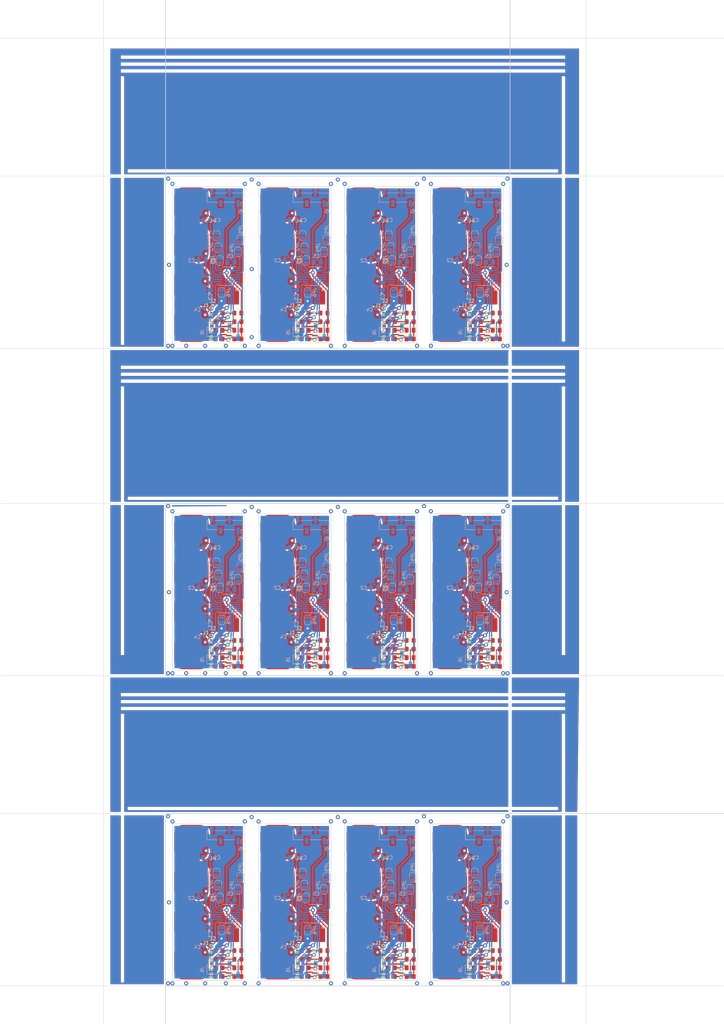
<source format=kicad_pcb>
(kicad_pcb (version 20211014) (generator pcbnew)
  (layers (0 "F.Cu" signal) (31 "B.Cu" signal) (34 "B.Paste" user) (35 "F.Paste" user) (36 "B.SilkS" user "B.Silkscreen") (37 "F.SilkS" user "F.Silkscreen") (38 "B.Mask" user) (39 "F.Mask" user) (44 "Edge.Cuts" user))
  (net 0 "")
  (net 1 "Net-(C1-Pad1)")
  (net 2 "GND")
  (net 3 "Net-(C2-Pad1)")
  (net 4 "Net-(C3-Pad1)")
  (net 5 "Net-(C4-Pad1)")
  (net 6 "+5V")
  (net 7 "Net-(D1-Pad1)")
  (net 8 "Net-(D2-Pad1)")
  (net 9 "Net-(D3-Pad1)")
  (net 10 "Net-(D4-Pad1)")
  (net 13 "Net-(J6-Pad1)")
  (net 14 "Net-(J6-Pad2)")
  (net 15 "Net-(J6-Pad3)")
  (net 16 "Net-(J6-Pad4)")
  (net 17 "Net-(JP1-Pad2)")
  (net 18 "Net-(JP2-Pad2)")
  (net 19 "Net-(JP3-Pad2)")
  (net 20 "Net-(JP4-Pad2)")
  (net 21 "Net-(JP5-Pad2)")
  (net 22 "Net-(JP6-Pad2)")
  (footprint "Diode_SMD:D_0805_2012Metric_Pad1.15x1.40mm_HandSolder" (layer "F.Cu") (at 94 283.25)
    (fp_text reference "D1")
    (fp_text value "LED")
  )
  (footprint "Resistor_SMD:R_0805_2012Metric_Pad1.20x1.40mm_HandSolder" (layer "F.Cu") (at 88.5 275.75)
    (fp_text reference "R10")
    (fp_text value "2.1K")
  )
  (footprint "Resistor_SMD:R_0805_2012Metric_Pad1.20x1.40mm_HandSolder" (layer "F.Cu") (at 138.5 90.75)
    (fp_text reference "R10")
    (fp_text value "2.1K")
  )
  (footprint "custom:cap_button" (layer "F.Cu") (at 55.5 59.3)
    (fp_text reference "J4")
    (fp_text value "Conn_01x01_Male")
  )
  (footprint "Diode_SMD:D_0805_2012Metric_Pad1.15x1.40mm_HandSolder" (layer "F.Cu") (at 144 193.25)
    (fp_text reference "D1")
    (fp_text value "LED")
  )
  (footprint "Resistor_SMD:R_0805_2012Metric_Pad1.20x1.40mm_HandSolder" (layer "F.Cu") (at 138.5 93.25)
    (fp_text reference "R9")
    (fp_text value "2.1K")
  )
  (footprint "Diode_SMD:D_0805_2012Metric_Pad1.15x1.40mm_HandSolder" (layer "F.Cu") (at 144 95.75)
    (fp_text reference "D2")
    (fp_text value "LED")
  )
  (footprint "Diode_SMD:D_0805_2012Metric_Pad1.15x1.40mm_HandSolder" (layer "F.Cu") (at 69 283.25)
    (fp_text reference "D1")
    (fp_text value "LED")
  )
  (footprint "Diode_SMD:D_0805_2012Metric_Pad1.15x1.40mm_HandSolder" (layer "F.Cu") (at 144 190.75)
    (fp_text reference "D2")
    (fp_text value "LED")
  )
  (footprint "Resistor_SMD:R_0805_2012Metric_Pad1.20x1.40mm_HandSolder" (layer "F.Cu") (at 88.5 190.75 180)
    (fp_text reference "R8")
    (fp_text value "2.1K")
  )
  (footprint "custom:cap_button" (layer "F.Cu") (at 130.5 94.1)
    (fp_text reference "J1")
    (fp_text value "Conn_01x01_Male")
  )
  (footprint "Diode_SMD:D_0805_2012Metric_Pad1.15x1.40mm_HandSolder" (layer "F.Cu") (at 93.975 185.75)
    (fp_text reference "D4")
    (fp_text value "LED")
  )
  (footprint "custom:cap_button" (layer "F.Cu") (at 55.5 267.5)
    (fp_text reference "J2")
    (fp_text value "Conn_01x01_Male")
  )
  (footprint "Diode_SMD:D_0805_2012Metric_Pad1.15x1.40mm_HandSolder" (layer "F.Cu") (at 94 280.75)
    (fp_text reference "D2")
    (fp_text value "LED")
  )
  (footprint "Resistor_SMD:R_0805_2012Metric_Pad1.20x1.40mm_HandSolder" (layer "F.Cu") (at 138.5 188.25)
    (fp_text reference "R9")
    (fp_text value "2.1K")
  )
  (footprint "Diode_SMD:D_0805_2012Metric_Pad1.15x1.40mm_HandSolder" (layer "F.Cu") (at 94 278.25)
    (fp_text reference "D3")
    (fp_text value "LED")
  )
  (footprint "Resistor_SMD:R_0805_2012Metric_Pad1.20x1.40mm_HandSolder" (layer "F.Cu") (at 113.5 190.75 180)
    (fp_text reference "R8")
    (fp_text value "2.1K")
  )
  (footprint "Resistor_SMD:R_0805_2012Metric_Pad1.20x1.40mm_HandSolder" (layer "F.Cu") (at 88.5 185.75)
    (fp_text reference "R10")
    (fp_text value "2.1K")
  )
  (footprint "custom:cap_button" (layer "F.Cu") (at 80.5 244.3)
    (fp_text reference "J4")
    (fp_text value "Conn_01x01_Male")
  )
  (footprint "custom:cap_button" (layer "F.Cu") (at 80.5 255.9)
    (fp_text reference "J3")
    (fp_text value "Conn_01x01_Male")
  )
  (footprint "Resistor_SMD:R_0805_2012Metric_Pad1.20x1.40mm_HandSolder" (layer "F.Cu") (at 63.5 190.75 180)
    (fp_text reference "R8")
    (fp_text value "2.1K")
  )
  (footprint "Resistor_SMD:R_0805_2012Metric_Pad1.20x1.40mm_HandSolder" (layer "F.Cu") (at 88.5 278.25)
    (fp_text reference "R9")
    (fp_text value "2.1K")
  )
  (footprint "Diode_SMD:D_0805_2012Metric_Pad1.15x1.40mm_HandSolder" (layer "F.Cu") (at 118.975 275.75)
    (fp_text reference "D4")
    (fp_text value "LED")
  )
  (footprint "Diode_SMD:D_0805_2012Metric_Pad1.15x1.40mm_HandSolder" (layer "F.Cu") (at 94 95.75)
    (fp_text reference "D2")
    (fp_text value "LED")
  )
  (footprint "Resistor_SMD:R_0805_2012Metric_Pad1.20x1.40mm_HandSolder" (layer "F.Cu") (at 113.5 90.75)
    (fp_text reference "R10")
    (fp_text value "2.1K")
  )
  (footprint "Resistor_SMD:R_0805_2012Metric_Pad1.20x1.40mm_HandSolder" (layer "F.Cu") (at 138.5 185.75)
    (fp_text reference "R10")
    (fp_text value "2.1K")
  )
  (footprint "Resistor_SMD:R_0805_2012Metric_Pad1.20x1.40mm_HandSolder" (layer "F.Cu") (at 113.5 275.75)
    (fp_text reference "R10")
    (fp_text value "2.1K")
  )
  (footprint "Diode_SMD:D_0805_2012Metric_Pad1.15x1.40mm_HandSolder" (layer "F.Cu") (at 94 193.25)
    (fp_text reference "D1")
    (fp_text value "LED")
  )
  (footprint "Diode_SMD:D_0805_2012Metric_Pad1.15x1.40mm_HandSolder" (layer "F.Cu") (at 143.975 185.75)
    (fp_text reference "D4")
    (fp_text value "LED")
  )
  (footprint "Resistor_SMD:R_0805_2012Metric_Pad1.20x1.40mm_HandSolder" (layer "F.Cu") (at 138.5 193.25 180)
    (fp_text reference "R6")
    (fp_text value "2.1K")
  )
  (footprint "Resistor_SMD:R_0805_2012Metric_Pad1.20x1.40mm_HandSolder" (layer "F.Cu") (at 88.5 95.75 180)
    (fp_text reference "R8")
    (fp_text value "2.1K")
  )
  (footprint "Resistor_SMD:R_0805_2012Metric_Pad1.20x1.40mm_HandSolder" (layer "F.Cu") (at 138.5 190.75 180)
    (fp_text reference "R8")
    (fp_text value "2.1K")
  )
  (footprint "Resistor_SMD:R_0805_2012Metric_Pad1.20x1.40mm_HandSolder" (layer "F.Cu") (at 113.5 280.75 180)
    (fp_text reference "R8")
    (fp_text value "2.1K")
  )
  (footprint "Diode_SMD:D_0805_2012Metric_Pad1.15x1.40mm_HandSolder" (layer "F.Cu") (at 94 188.25)
    (fp_text reference "D3")
    (fp_text value "LED")
  )
  (footprint "Resistor_SMD:R_0805_2012Metric_Pad1.20x1.40mm_HandSolder" (layer "F.Cu") (at 138.5 95.75 180)
    (fp_text reference "R8")
    (fp_text value "2.1K")
  )
  (footprint "Diode_SMD:D_0805_2012Metric_Pad1.15x1.40mm_HandSolder" (layer "F.Cu") (at 94 98.25)
    (fp_text reference "D1")
    (fp_text value "LED")
  )
  (footprint "custom:cap_button" (layer "F.Cu") (at 55.5 94.1)
    (fp_text reference "J1")
    (fp_text value "Conn_01x01_Male")
  )
  (footprint "Resistor_SMD:R_0805_2012Metric_Pad1.20x1.40mm_HandSolder" (layer "F.Cu") (at 113.5 95.75 180)
    (fp_text reference "R8")
    (fp_text value "2.1K")
  )
  (footprint "Diode_SMD:D_0805_2012Metric_Pad1.15x1.40mm_HandSolder" (layer "F.Cu") (at 118.975 185.75)
    (fp_text reference "D4")
    (fp_text value "LED")
  )
  (footprint "custom:cap_button" (layer "F.Cu") (at 105.5 59.3)
    (fp_text reference "J4")
    (fp_text value "Conn_01x01_Male")
  )
  (footprint "Diode_SMD:D_0805_2012Metric_Pad1.15x1.40mm_HandSolder" (layer "F.Cu") (at 144 93.25)
    (fp_text reference "D3")
    (fp_text value "LED")
  )
  (footprint "Diode_SMD:D_0805_2012Metric_Pad1.15x1.40mm_HandSolder" (layer "F.Cu") (at 119 280.75)
    (fp_text reference "D2")
    (fp_text value "LED")
  )
  (footprint "Diode_SMD:D_0805_2012Metric_Pad1.15x1.40mm_HandSolder" (layer "F.Cu") (at 119 278.25)
    (fp_text reference "D3")
    (fp_text value "LED")
  )
  (footprint "custom:cap_button" (layer "F.Cu") (at 130.5 70.9)
    (fp_text reference "J3")
    (fp_text value "Conn_01x01_Male")
  )
  (footprint "Resistor_SMD:R_0805_2012Metric_Pad1.20x1.40mm_HandSolder" (layer "F.Cu") (at 138.5 98.25 180)
    (fp_text reference "R6")
    (fp_text value "2.1K")
  )
  (footprint "custom:cap_button" (layer "F.Cu") (at 130.5 189.1)
    (fp_text reference "J1")
    (fp_text value "Conn_01x01_Male")
  )
  (footprint "Diode_SMD:D_0805_2012Metric_Pad1.15x1.40mm_HandSolder" (layer "F.Cu") (at 119 95.75)
    (fp_text reference "D2")
    (fp_text value "LED")
  )
  (footprint "Diode_SMD:D_0805_2012Metric_Pad1.15x1.40mm_HandSolder" (layer "F.Cu") (at 119 190.75)
    (fp_text reference "D2")
    (fp_text value "LED")
  )
  (footprint "custom:cap_button" (layer "F.Cu") (at 80.5 279.1)
    (fp_text reference "J1")
    (fp_text value "Conn_01x01_Male")
  )
  (footprint "custom:cap_button" (layer "F.Cu") (at 130.5 59.3)
    (fp_text reference "J4")
    (fp_text value "Conn_01x01_Male")
  )
  (footprint "Diode_SMD:D_0805_2012Metric_Pad1.15x1.40mm_HandSolder" (layer "F.Cu") (at 144 188.25)
    (fp_text reference "D3")
    (fp_text value "LED")
  )
  (footprint "Diode_SMD:D_0805_2012Metric_Pad1.15x1.40mm_HandSolder" (layer "F.Cu") (at 144 280.75)
    (fp_text reference "D2")
    (fp_text value "LED")
  )
  (footprint "custom:cap_button" (layer "F.Cu") (at 105.5 70.9)
    (fp_text reference "J3")
    (fp_text value "Conn_01x01_Male")
  )
  (footprint "Resistor_SMD:R_0805_2012Metric_Pad1.20x1.40mm_HandSolder" (layer "F.Cu") (at 63.5 193.25 180)
    (fp_text reference "R6")
    (fp_text value "2.1K")
  )
  (footprint "custom:cap_button" (layer "F.Cu") (at 80.5 189.1)
    (fp_text reference "J1")
    (fp_text value "Conn_01x01_Male")
  )
  (footprint "Diode_SMD:D_0805_2012Metric_Pad1.15x1.40mm_HandSolder" (layer "F.Cu") (at 93.975 275.75)
    (fp_text reference "D4")
    (fp_text value "LED")
  )
  (footprint "Resistor_SMD:R_0805_2012Metric_Pad1.20x1.40mm_HandSolder" (layer "F.Cu") (at 113.5 93.25)
    (fp_text reference "R9")
    (fp_text value "2.1K")
  )
  (footprint "Diode_SMD:D_0805_2012Metric_Pad1.15x1.40mm_HandSolder" (layer "F.Cu") (at 144 283.25)
    (fp_text reference "D1")
    (fp_text value "LED")
  )
  (footprint "custom:cap_button" (layer "F.Cu") (at 105.5 279.1)
    (fp_text reference "J1")
    (fp_text value "Conn_01x01_Male")
  )
  (footprint "Resistor_SMD:R_0805_2012Metric_Pad1.20x1.40mm_HandSolder" (layer "F.Cu") (at 63.5 98.25 180)
    (fp_text reference "R6")
    (fp_text value "2.1K")
  )
  (footprint "Diode_SMD:D_0805_2012Metric_Pad1.15x1.40mm_HandSolder" (layer "F.Cu") (at 143.975 275.75)
    (fp_text reference "D4")
    (fp_text value "LED")
  )
  (footprint "custom:cap_button" (layer "F.Cu") (at 80.5 267.5)
    (fp_text reference "J2")
    (fp_text value "Conn_01x01_Male")
  )
  (footprint "custom:cap_button" (layer "F.Cu") (at 55.5 177.5)
    (fp_text reference "J2")
    (fp_text value "Conn_01x01_Male")
  )
  (footprint "Diode_SMD:D_0805_2012Metric_Pad1.15x1.40mm_HandSolder" (layer "F.Cu") (at 119 93.25)
    (fp_text reference "D3")
    (fp_text value "LED")
  )
  (footprint "Resistor_SMD:R_0805_2012Metric_Pad1.20x1.40mm_HandSolder" (layer "F.Cu") (at 138.5 280.75 180)
    (fp_text reference "R8")
    (fp_text value "2.1K")
  )
  (footprint "Resistor_SMD:R_0805_2012Metric_Pad1.20x1.40mm_HandSolder" (layer "F.Cu") (at 88.5 188.25)
    (fp_text reference "R9")
    (fp_text value "2.1K")
  )
  (footprint "Resistor_SMD:R_0805_2012Metric_Pad1.20x1.40mm_HandSolder" (layer "F.Cu") (at 63.5 278.25)
    (fp_text reference "R9")
    (fp_text value "2.1K")
  )
  (footprint "custom:cap_button" (layer "F.Cu") (at 55.5 70.9)
    (fp_text reference "J3")
    (fp_text value "Conn_01x01_Male")
  )
  (footprint "custom:cap_button" (layer "F.Cu") (at 105.5 189.1)
    (fp_text reference "J1")
    (fp_text value "Conn_01x01_Male")
  )
  (footprint "Resistor_SMD:R_0805_2012Metric_Pad1.20x1.40mm_HandSolder" (layer "F.Cu") (at 138.5 283.25 180)
    (fp_text reference "R6")
    (fp_text value "2.1K")
  )
  (footprint "Diode_SMD:D_0805_2012Metric_Pad1.15x1.40mm_HandSolder" (layer "F.Cu") (at 69 278.25)
    (fp_text reference "D3")
    (fp_text value "LED")
  )
  (footprint "Resistor_SMD:R_0805_2012Metric_Pad1.20x1.40mm_HandSolder" (layer "F.Cu") (at 63.5 188.25)
    (fp_text reference "R9")
    (fp_text value "2.1K")
  )
  (footprint "Diode_SMD:D_0805_2012Metric_Pad1.15x1.40mm_HandSolder" (layer "F.Cu") (at 118.975 90.75)
    (fp_text reference "D4")
    (fp_text value "LED")
  )
  (footprint "Diode_SMD:D_0805_2012Metric_Pad1.15x1.40mm_HandSolder" (layer "F.Cu") (at 69 95.75)
    (fp_text reference "D2")
    (fp_text value "LED")
  )
  (footprint "custom:cap_button" (layer "F.Cu") (at 130.5 177.5)
    (fp_text reference "J2")
    (fp_text value "Conn_01x01_Male")
  )
  (footprint "Diode_SMD:D_0805_2012Metric_Pad1.15x1.40mm_HandSolder" (layer "F.Cu") (at 119 193.25)
    (fp_text reference "D1")
    (fp_text value "LED")
  )
  (footprint "Diode_SMD:D_0805_2012Metric_Pad1.15x1.40mm_HandSolder" (layer "F.Cu") (at 69 98.25)
    (fp_text reference "D1")
    (fp_text value "LED")
  )
  (footprint "Diode_SMD:D_0805_2012Metric_Pad1.15x1.40mm_HandSolder" (layer "F.Cu") (at 68.975 90.75)
    (fp_text reference "D4")
    (fp_text value "LED")
  )
  (footprint "Diode_SMD:D_0805_2012Metric_Pad1.15x1.40mm_HandSolder" (layer "F.Cu") (at 68.975 275.75)
    (fp_text reference "D4")
    (fp_text value "LED")
  )
  (footprint "Diode_SMD:D_0805_2012Metric_Pad1.15x1.40mm_HandSolder" (layer "F.Cu") (at 119 98.25)
    (fp_text reference "D1")
    (fp_text value "LED")
  )
  (footprint "Resistor_SMD:R_0805_2012Metric_Pad1.20x1.40mm_HandSolder" (layer "F.Cu") (at 113.5 185.75)
    (fp_text reference "R10")
    (fp_text value "2.1K")
  )
  (footprint "custom:cap_button" (layer "F.Cu") (at 130.5 165.9)
    (fp_text reference "J3")
    (fp_text value "Conn_01x01_Male")
  )
  (footprint "custom:cap_button" (layer "F.Cu") (at 55.5 279.1)
    (fp_text reference "J1")
    (fp_text value "Conn_01x01_Male")
  )
  (footprint "Diode_SMD:D_0805_2012Metric_Pad1.15x1.40mm_HandSolder" (layer "F.Cu") (at 69 188.25)
    (fp_text reference "D3")
    (fp_text value "LED")
  )
  (footprint "custom:cap_button" (layer "F.Cu") (at 130.5 279.1)
    (fp_text reference "J1")
    (fp_text value "Conn_01x01_Male")
  )
  (footprint "custom:cap_button" (layer "F.Cu") (at 55.5 189.1)
    (fp_text reference "J1")
    (fp_text value "Conn_01x01_Male")
  )
  (footprint "Diode_SMD:D_0805_2012Metric_Pad1.15x1.40mm_HandSolder" (layer "F.Cu") (at 119 188.25)
    (fp_text reference "D3")
    (fp_text value "LED")
  )
  (footprint "Resistor_SMD:R_0805_2012Metric_Pad1.20x1.40mm_HandSolder" (layer "F.Cu") (at 113.5 98.25 180)
    (fp_text reference "R6")
    (fp_text value "2.1K")
  )
  (footprint "custom:cap_button" (layer "F.Cu") (at 80.5 70.9)
    (fp_text reference "J3")
    (fp_text value "Conn_01x01_Male")
  )
  (footprint "custom:cap_button" (layer "F.Cu") (at 130.5 82.5)
    (fp_text reference "J2")
    (fp_text value "Conn_01x01_Male")
  )
  (footprint "custom:cap_button" (layer "F.Cu") (at 55.5 82.5)
    (fp_text reference "J2")
    (fp_text value "Conn_01x01_Male")
  )
  (footprint "Resistor_SMD:R_0805_2012Metric_Pad1.20x1.40mm_HandSolder" (layer "F.Cu") (at 88.5 93.25)
    (fp_text reference "R9")
    (fp_text value "2.1K")
  )
  (footprint "custom:cap_button" (layer "F.Cu") (at 130.5 154.3)
    (fp_text reference "J4")
    (fp_text value "Conn_01x01_Male")
  )
  (footprint "Resistor_SMD:R_0805_2012Metric_Pad1.20x1.40mm_HandSolder" (layer "F.Cu") (at 113.5 188.25)
    (fp_text reference "R9")
    (fp_text value "2.1K")
  )
  (footprint "custom:cap_button" (layer "F.Cu") (at 55.5 154.3)
    (fp_text reference "J4")
    (fp_text value "Conn_01x01_Male")
  )
  (footprint "Resistor_SMD:R_0805_2012Metric_Pad1.20x1.40mm_HandSolder" (layer "F.Cu") (at 88.5 98.25 180)
    (fp_text reference "R6")
    (fp_text value "2.1K")
  )
  (footprint "Diode_SMD:D_0805_2012Metric_Pad1.15x1.40mm_HandSolder" (layer "F.Cu") (at 69 93.25)
    (fp_text reference "D3")
    (fp_text value "LED")
  )
  (footprint "Diode_SMD:D_0805_2012Metric_Pad1.15x1.40mm_HandSolder" (layer "F.Cu") (at 144 98.25)
    (fp_text reference "D1")
    (fp_text value "LED")
  )
  (footprint "Resistor_SMD:R_0805_2012Metric_Pad1.20x1.40mm_HandSolder" (layer "F.Cu") (at 63.5 280.75 180)
    (fp_text reference "R8")
    (fp_text value "2.1K")
  )
  (footprint "Resistor_SMD:R_0805_2012Metric_Pad1.20x1.40mm_HandSolder" (layer "F.Cu") (at 138.5 278.25)
    (fp_text reference "R9")
    (fp_text value "2.1K")
  )
  (footprint "Resistor_SMD:R_0805_2012Metric_Pad1.20x1.40mm_HandSolder" (layer "F.Cu") (at 88.5 283.25 180)
    (fp_text reference "R6")
    (fp_text value "2.1K")
  )
  (footprint "Diode_SMD:D_0805_2012Metric_Pad1.15x1.40mm_HandSolder" (layer "F.Cu") (at 69 280.75)
    (fp_text reference "D2")
    (fp_text value "LED")
  )
  (footprint "custom:cap_button" (layer "F.Cu") (at 105.5 165.9)
    (fp_text reference "J3")
    (fp_text value "Conn_01x01_Male")
  )
  (footprint "Diode_SMD:D_0805_2012Metric_Pad1.15x1.40mm_HandSolder" (layer "F.Cu") (at 68.975 185.75)
    (fp_text reference "D4")
    (fp_text value "LED")
  )
  (footprint "custom:cap_button" (layer "F.Cu") (at 105.5 255.9)
    (fp_text reference "J3")
    (fp_text value "Conn_01x01_Male")
  )
  (footprint "custom:cap_button" (layer "F.Cu") (at 80.5 59.3)
    (fp_text reference "J4")
    (fp_text value "Conn_01x01_Male")
  )
  (footprint "Diode_SMD:D_0805_2012Metric_Pad1.15x1.40mm_HandSolder" (layer "F.Cu") (at 93.975 90.75)
    (fp_text reference "D4")
    (fp_text value "LED")
  )
  (footprint "custom:cap_button" (layer "F.Cu") (at 55.5 255.9)
    (fp_text reference "J3")
    (fp_text value "Conn_01x01_Male")
  )
  (footprint "custom:cap_button" (layer "F.Cu") (at 130.5 267.5)
    (fp_text reference "J2")
    (fp_text value "Conn_01x01_Male")
  )
  (footprint "Diode_SMD:D_0805_2012Metric_Pad1.15x1.40mm_HandSolder" (layer "F.Cu") (at 94 190.75)
    (fp_text reference "D2")
    (fp_text value "LED")
  )
  (footprint "custom:cap_button" (layer "F.Cu") (at 130.5 255.9)
    (fp_text reference "J3")
    (fp_text value "Conn_01x01_Male")
  )
  (footprint "Diode_SMD:D_0805_2012Metric_Pad1.15x1.40mm_HandSolder" (layer "F.Cu") (at 94 93.25)
    (fp_text reference "D3")
    (fp_text value "LED")
  )
  (footprint "custom:cap_button" (layer "F.Cu") (at 80.5 82.5)
    (fp_text reference "J2")
    (fp_text value "Conn_01x01_Male")
  )
  (footprint "Resistor_SMD:R_0805_2012Metric_Pad1.20x1.40mm_HandSolder" (layer "F.Cu") (at 63.5 95.75 180)
    (fp_text reference "R8")
    (fp_text value "2.1K")
  )
  (footprint "Diode_SMD:D_0805_2012Metric_Pad1.15x1.40mm_HandSolder" (layer "F.Cu") (at 69 190.75)
    (fp_text reference "D2")
    (fp_text value "LED")
  )
  (footprint "custom:cap_button" (layer "F.Cu") (at 80.5 154.3)
    (fp_text reference "J4")
    (fp_text value "Conn_01x01_Male")
  )
  (footprint "Resistor_SMD:R_0805_2012Metric_Pad1.20x1.40mm_HandSolder" (layer "F.Cu") (at 138.5 275.75)
    (fp_text reference "R10")
    (fp_text value "2.1K")
  )
  (footprint "Resistor_SMD:R_0805_2012Metric_Pad1.20x1.40mm_HandSolder" (layer "F.Cu") (at 63.5 185.75)
    (fp_text reference "R10")
    (fp_text value "2.1K")
  )
  (footprint "Diode_SMD:D_0805_2012Metric_Pad1.15x1.40mm_HandSolder" (layer "F.Cu") (at 119 283.25)
    (fp_text reference "D1")
    (fp_text value "LED")
  )
  (footprint "Resistor_SMD:R_0805_2012Metric_Pad1.20x1.40mm_HandSolder" (layer "F.Cu") (at 63.5 93.25)
    (fp_text reference "R9")
    (fp_text value "2.1K")
  )
  (footprint "custom:cap_button" (layer "F.Cu") (at 130.5 244.3)
    (fp_text reference "J4")
    (fp_text value "Conn_01x01_Male")
  )
  (footprint "custom:cap_button" (layer "F.Cu") (at 80.5 165.9)
    (fp_text reference "J3")
    (fp_text value "Conn_01x01_Male")
  )
  (footprint "Resistor_SMD:R_0805_2012Metric_Pad1.20x1.40mm_HandSolder" (layer "F.Cu") (at 63.5 90.75)
    (fp_text reference "R10")
    (fp_text value "2.1K")
  )
  (footprint "Resistor_SMD:R_0805_2012Metric_Pad1.20x1.40mm_HandSolder" (layer "F.Cu") (at 113.5 278.25)
    (fp_text reference "R9")
    (fp_text value "2.1K")
  )
  (footprint "Resistor_SMD:R_0805_2012Metric_Pad1.20x1.40mm_HandSolder" (layer "F.Cu") (at 113.5 283.25 180)
    (fp_text reference "R6")
    (fp_text value "2.1K")
  )
  (footprint "Resistor_SMD:R_0805_2012Metric_Pad1.20x1.40mm_HandSolder" (layer "F.Cu") (at 63.5 275.75)
    (fp_text reference "R10")
    (fp_text value "2.1K")
  )
  (footprint "Resistor_SMD:R_0805_2012Metric_Pad1.20x1.40mm_HandSolder" (layer "F.Cu") (at 113.5 193.25 180)
    (fp_text reference "R6")
    (fp_text value "2.1K")
  )
  (footprint "Resistor_SMD:R_0805_2012Metric_Pad1.20x1.40mm_HandSolder" (layer "F.Cu") (at 88.5 280.75 180)
    (fp_text reference "R8")
    (fp_text value "2.1K")
  )
  (footprint "Diode_SMD:D_0805_2012Metric_Pad1.15x1.40mm_HandSolder" (layer "F.Cu") (at 143.975 90.75)
    (fp_text reference "D4")
    (fp_text value "LED")
  )
  (footprint "Diode_SMD:D_0805_2012Metric_Pad1.15x1.40mm_HandSolder" (layer "F.Cu") (at 69 193.25)
    (fp_text reference "D1")
    (fp_text value "LED")
  )
  (footprint "custom:cap_button" (layer "F.Cu") (at 105.5 82.5)
    (fp_text reference "J2")
    (fp_text value "Conn_01x01_Male")
  )
  (footprint "custom:cap_button" (layer "F.Cu") (at 105.5 177.5)
    (fp_text reference "J2")
    (fp_text value "Conn_01x01_Male")
  )
  (footprint "custom:cap_button" (layer "F.Cu") (at 105.5 267.5)
    (fp_text reference "J2")
    (fp_text value "Conn_01x01_Male")
  )
  (footprint "custom:cap_button" (layer "F.Cu") (at 105.5 154.3)
    (fp_text reference "J4")
    (fp_text value "Conn_01x01_Male")
  )
  (footprint "Resistor_SMD:R_0805_2012Metric_Pad1.20x1.40mm_HandSolder" (layer "F.Cu") (at 88.5 193.25 180)
    (fp_text reference "R6")
    (fp_text value "2.1K")
  )
  (footprint "custom:cap_button" (layer "F.Cu") (at 105.5 244.3)
    (fp_text reference "J4")
    (fp_text value "Conn_01x01_Male")
  )
  (footprint "custom:cap_button" (layer "F.Cu") (at 55.5 244.3)
    (fp_text reference "J4")
    (fp_text value "Conn_01x01_Male")
  )
  (footprint "Resistor_SMD:R_0805_2012Metric_Pad1.20x1.40mm_HandSolder" (layer "F.Cu") (at 63.5 283.25 180)
    (fp_text reference "R6")
    (fp_text value "2.1K")
  )
  (footprint "Diode_SMD:D_0805_2012Metric_Pad1.15x1.40mm_HandSolder" (layer "F.Cu") (at 144 278.25)
    (fp_text reference "D3")
    (fp_text value "LED")
  )
  (footprint "custom:cap_button" (layer "F.Cu") (at 55.5 165.9)
    (fp_text reference "J3")
    (fp_text value "Conn_01x01_Male")
  )
  (footprint "custom:cap_button" (layer "F.Cu") (at 80.5 177.5)
    (fp_text reference "J2")
    (fp_text value "Conn_01x01_Male")
  )
  (footprint "custom:cap_button" (layer "F.Cu") (at 105.5 94.1)
    (fp_text reference "J1")
    (fp_text value "Conn_01x01_Male")
  )
  (footprint "custom:cap_button" (layer "F.Cu") (at 80.5 94.1)
    (fp_text reference "J1")
    (fp_text value "Conn_01x01_Male")
  )
  (footprint "Resistor_SMD:R_0805_2012Metric_Pad1.20x1.40mm_HandSolder" (layer "F.Cu") (at 88.5 90.75)
    (fp_text reference "R10")
    (fp_text value "2.1K")
  )
  (footprint "Capacitor_SMD:C_0805_2012Metric_Pad1.18x1.45mm_HandSolder" (layer "B.Cu") (at 92 261)
    (fp_text reference "C5")
    (fp_text value "100nF 50V")
  )
  (footprint "Capacitor_SMD:C_0805_2012Metric_Pad1.18x1.45mm_HandSolder" (layer "B.Cu") (at 61 178 -90)
    (fp_text reference "C3")
    (fp_text value "15pF")
  )
  (footprint "Connector_PinSocket_2.54mm:PinSocket_1x04_P2.54mm_Vertical_SMD_Pin1Left" (layer "B.Cu") (at 65.25 57.25 90)
    (fp_text reference "J5")
    (fp_text value "Conn_01x04_Male")
  )
  (footprint "Capacitor_SMD:C_0805_2012Metric_Pad1.18x1.45mm_HandSolder" (layer "B.Cu") (at 83.625 170.325 180)
    (fp_text reference "C2")
    (fp_text value "15pF")
  )
  (footprint "Jumper:SolderJumper-2_P1.3mm_Open_RoundedPad1.0x1.5mm" (layer "B.Cu") (at 113.25 71.75 -90)
    (fp_text reference "JP2")
    (fp_text value "SolderJumper_2_Open")
  )
  (footprint "Connector_PinSocket_2.54mm:PinSocket_1x04_P2.54mm_Vertical_SMD_Pin1Left" (layer "B.Cu") (at 90.25 191.25 -90)
    (fp_text reference "J6")
    (fp_text value "Conn_01x04_Male")
  )
  (footprint "Jumper:SolderJumper-2_P1.3mm_Open_RoundedPad1.0x1.5mm" (layer "B.Cu") (at 114.25 269.75 90)
    (fp_text reference "JP6")
    (fp_text value "SolderJumper_2_Open")
  )
  (footprint "Jumper:SolderJumper-2_P1.3mm_Open_RoundedPad1.0x1.5mm" (layer "B.Cu") (at 144.75 254.5 -90)
    (fp_text reference "JP5")
    (fp_text value "SolderJumper_2_Open")
  )
  (footprint "Jumper:SolderJumper-2_P1.3mm_Open_RoundedPad1.0x1.5mm" (layer "B.Cu") (at 88.75 260.5 -90)
    (fp_text reference "JP3")
    (fp_text value "SolderJumper_2_Open")
  )
  (footprint "Capacitor_SMD:C_0805_2012Metric_Pad1.18x1.45mm_HandSolder" (layer "B.Cu") (at 110 248.75 180)
    (fp_text reference "C1")
    (fp_text value "15pF")
  )
  (footprint "Package_SO:SSOP-16_3.9x4.9mm_P0.635mm" (layer "B.Cu") (at 91.5 265)
    (fp_text reference "U1")
    (fp_text value "TTP224N-BSB")
  )
  (footprint "Capacitor_SMD:C_0805_2012Metric_Pad1.18x1.45mm_HandSolder" (layer "B.Cu") (at 117 171)
    (fp_text reference "C5")
    (fp_text value "100nF 50V")
  )
  (footprint "Jumper:SolderJumper-2_P1.3mm_Open_RoundedPad1.0x1.5mm" (layer "B.Cu") (at 119 73 -90)
    (fp_text reference "JP4")
    (fp_text value "SolderJumper_2_Open")
  )
  (footprint "Capacitor_SMD:C_0805_2012Metric_Pad1.18x1.45mm_HandSolder" (layer "B.Cu") (at 61 83 -90)
    (fp_text reference "C3")
    (fp_text value "15pF")
  )
  (footprint "Jumper:SolderJumper-2_P1.3mm_Open_RoundedPad1.0x1.5mm" (layer "B.Cu") (at 138.25 71.75 -90)
    (fp_text reference "JP2")
    (fp_text value "SolderJumper_2_Open")
  )
  (footprint "Jumper:SolderJumper-2_P1.3mm_Open_RoundedPad1.0x1.5mm" (layer "B.Cu") (at 88.25 166.75 -90)
    (fp_text reference "JP2")
    (fp_text value "SolderJumper_2_Open")
  )
  (footprint "Connector_PinSocket_2.54mm:PinSocket_1x04_P2.54mm_Vertical_SMD_Pin1Left" (layer "B.Cu") (at 115.25 57.25 90)
    (fp_text reference "J5")
    (fp_text value "Conn_01x04_Male")
  )
  (footprint "Capacitor_SMD:C_0805_2012Metric_Pad1.18x1.45mm_HandSolder" (layer "B.Cu") (at 111 178 -90)
    (fp_text reference "C3")
    (fp_text value "15pF")
  )
  (footprint "Capacitor_SMD:C_0805_2012Metric_Pad1.18x1.45mm_HandSolder" (layer "B.Cu") (at 108.625 170.325 180)
    (fp_text reference "C2")
    (fp_text value "15pF")
  )
  (footprint "Package_SO:SSOP-16_3.9x4.9mm_P0.635mm" (layer "B.Cu") (at 116.5 175)
    (fp_text reference "U1")
    (fp_text value "TTP224N-BSB")
  )
  (footprint "Jumper:SolderJumper-2_P1.3mm_Open_RoundedPad1.0x1.5mm" (layer "B.Cu") (at 87.75 68.25 -90)
    (fp_text reference "JP1")
    (fp_text value "SolderJumper_2_Open")
  )
  (footprint "Jumper:SolderJumper-2_P1.3mm_Open_RoundedPad1.0x1.5mm" (layer "B.Cu") (at 139.25 269.75 90)
    (fp_text reference "JP6")
    (fp_text value "SolderJumper_2_Open")
  )
  (footprint "Capacitor_SMD:C_0805_2012Metric_Pad1.18x1.45mm_HandSolder" (layer "B.Cu") (at 60.25 89.25 180)
    (fp_text reference "C4")
    (fp_text value "15pF")
  )
  (footprint "Capacitor_SMD:C_0805_2012Metric_Pad1.18x1.45mm_HandSolder" (layer "B.Cu") (at 60 158.75 180)
    (fp_text reference "C1")
    (fp_text value "15pF")
  )
  (footprint "Jumper:SolderJumper-2_P1.3mm_Open_RoundedPad1.0x1.5mm" (layer "B.Cu") (at 137.75 163.25 -90)
    (fp_text reference "JP1")
    (fp_text value "SolderJumper_2_Open")
  )
  (footprint "Capacitor_SMD:C_0805_2012Metric_Pad1.18x1.45mm_HandSolder" (layer "B.Cu") (at 108.625 260.325 180)
    (fp_text reference "C2")
    (fp_text value "15pF")
  )
  (footprint "Jumper:SolderJumper-2_P1.3mm_Open_RoundedPad1.0x1.5mm" (layer "B.Cu") (at 87.75 253.25 -90)
    (fp_text reference "JP1")
    (fp_text value "SolderJumper_2_Open")
  )
  (footprint "Jumper:SolderJumper-2_P1.3mm_Open_RoundedPad1.0x1.5mm" (layer "B.Cu") (at 94 258 -90)
    (fp_text reference "JP4")
    (fp_text value "SolderJumper_2_Open")
  )
  (footprint "Capacitor_SMD:C_0805_2012Metric_Pad1.18x1.45mm_HandSolder" (layer "B.Cu") (at 117 76)
    (fp_text reference "C5")
    (fp_text value "100nF 50V")
  )
  (footprint "Jumper:SolderJumper-2_P1.3mm_Open_RoundedPad1.0x1.5mm" (layer "B.Cu") (at 114.25 84.75 90)
    (fp_text reference "JP6")
    (fp_text value "SolderJumper_2_Open")
  )
  (footprint "Jumper:SolderJumper-2_P1.3mm_Open_RoundedPad1.0x1.5mm" (layer "B.Cu") (at 63.75 170.5 -90)
    (fp_text reference "JP3")
    (fp_text value "SolderJumper_2_Open")
  )
  (footprint "Package_SO:SSOP-16_3.9x4.9mm_P0.635mm" (layer "B.Cu") (at 66.5 175)
    (fp_text reference "U1")
    (fp_text value "TTP224N-BSB")
  )
  (footprint "Capacitor_SMD:C_0805_2012Metric_Pad1.18x1.45mm_HandSolder" (layer "B.Cu") (at 142 171)
    (fp_text reference "C5")
    (fp_text value "100nF 50V")
  )
  (footprint "Jumper:SolderJumper-2_P1.3mm_Open_RoundedPad1.0x1.5mm" (layer "B.Cu") (at 144.75 69.5 -90)
    (fp_text reference "JP5")
    (fp_text value "SolderJumper_2_Open")
  )
  (footprint "Capacitor_SMD:C_0805_2012Metric_Pad1.18x1.45mm_HandSolder" (layer "B.Cu") (at 58.625 170.325 180)
    (fp_text reference "C2")
    (fp_text value "15pF")
  )
  (footprint "Jumper:SolderJumper-2_P1.3mm_Open_RoundedPad1.0x1.5mm" (layer "B.Cu") (at 88.75 170.5 -90)
    (fp_text reference "JP3")
    (fp_text value "SolderJumper_2_Open")
  )
  (footprint "Capacitor_SMD:C_0805_2012Metric_Pad1.18x1.45mm_HandSolder" (layer "B.Cu") (at 67 171)
    (fp_text reference "C5")
    (fp_text value "100nF 50V")
  )
  (footprint "Jumper:SolderJumper-2_P1.3mm_Open_RoundedPad1.0x1.5mm" (layer "B.Cu") (at 119.75 164.5 -90)
    (fp_text reference "JP5")
    (fp_text value "SolderJumper_2_Open")
  )
  (footprint "Capacitor_SMD:C_0805_2012Metric_Pad1.18x1.45mm_HandSolder" (layer "B.Cu") (at 135 248.75 180)
    (fp_text reference "C1")
    (fp_text value "15pF")
  )
  (footprint "Capacitor_SMD:C_0805_2012Metric_Pad1.18x1.45mm_HandSolder" (layer "B.Cu") (at 92 76)
    (fp_text reference "C5")
    (fp_text value "100nF 50V")
  )
  (footprint "Capacitor_SMD:C_0805_2012Metric_Pad1.18x1.45mm_HandSolder" (layer "B.Cu") (at 136 268 -90)
    (fp_text reference "C3")
    (fp_text value "15pF")
  )
  (footprint "Jumper:SolderJumper-2_P1.3mm_Open_RoundedPad1.0x1.5mm" (layer "B.Cu") (at 88.25 71.75 -90)
    (fp_text reference "JP2")
    (fp_text value "SolderJumper_2_Open")
  )
  (footprint "Jumper:SolderJumper-2_P1.3mm_Open_RoundedPad1.0x1.5mm" (layer "B.Cu") (at 138.75 170.5 -90)
    (fp_text reference "JP3")
    (fp_text value "SolderJumper_2_Open")
  )
  (footprint "Connector_PinSocket_2.54mm:PinSocket_1x04_P2.54mm_Vertical_SMD_Pin1Left" (layer "B.Cu") (at 65.25 152.25 90)
    (fp_text reference "J5")
    (fp_text value "Conn_01x04_Male")
  )
  (footprint "Capacitor_SMD:C_0805_2012Metric_Pad1.18x1.45mm_HandSolder" (layer "B.Cu") (at 135.25 274.25 180)
    (fp_text reference "C4")
    (fp_text value "15pF")
  )
  (footprint "Package_SO:SSOP-16_3.9x4.9mm_P0.635mm" (layer "B.Cu") (at 116.5 265)
    (fp_text reference "U1")
    (fp_text value "TTP224N-BSB")
  )
  (footprint "Jumper:SolderJumper-2_P1.3mm_Open_RoundedPad1.0x1.5mm" (layer "B.Cu") (at 137.75 68.25 -90)
    (fp_text reference "JP1")
    (fp_text value "SolderJumper_2_Open")
  )
  (footprint "Jumper:SolderJumper-2_P1.3mm_Open_RoundedPad1.0x1.5mm" (layer "B.Cu") (at 63.75 75.5 -90)
    (fp_text reference "JP3")
    (fp_text value "SolderJumper_2_Open")
  )
  (footprint "Capacitor_SMD:C_0805_2012Metric_Pad1.18x1.45mm_HandSolder" (layer "B.Cu") (at 83.625 75.325 180)
    (fp_text reference "C2")
    (fp_text value "15pF")
  )
  (footprint "Connector_PinSocket_2.54mm:PinSocket_1x04_P2.54mm_Vertical_SMD_Pin1Left" (layer "B.Cu") (at 90.25 57.25 90)
    (fp_text reference "J5")
    (fp_text value "Conn_01x04_Male")
  )
  (footprint "Capacitor_SMD:C_0805_2012Metric_Pad1.18x1.45mm_HandSolder" (layer "B.Cu") (at 85 63.75 180)
    (fp_text reference "C1")
    (fp_text value "15pF")
  )
  (footprint "Jumper:SolderJumper-2_P1.3mm_Open_RoundedPad1.0x1.5mm" (layer "B.Cu") (at 138.75 75.5 -90)
    (fp_text reference "JP3")
    (fp_text value "SolderJumper_2_Open")
  )
  (footprint "Capacitor_SMD:C_0805_2012Metric_Pad1.18x1.45mm_HandSolder" (layer "B.Cu") (at 135 158.75 180)
    (fp_text reference "C1")
    (fp_text value "15pF")
  )
  (footprint "Jumper:SolderJumper-2_P1.3mm_Open_RoundedPad1.0x1.5mm" (layer "B.Cu") (at 69 168 -90)
    (fp_text reference "JP4")
    (fp_text value "SolderJumper_2_Open")
  )
  (footprint "Capacitor_SMD:C_0805_2012Metric_Pad1.18x1.45mm_HandSolder" (layer "B.Cu") (at 108.625 75.325 180)
    (fp_text reference "C2")
    (fp_text value "15pF")
  )
  (footprint "Capacitor_SMD:C_0805_2012Metric_Pad1.18x1.45mm_HandSolder" (layer "B.Cu") (at 67 261)
    (fp_text reference "C5")
    (fp_text value "100nF 50V")
  )
  (footprint "Jumper:SolderJumper-2_P1.3mm_Open_RoundedPad1.0x1.5mm" (layer "B.Cu") (at 69.75 69.5 -90)
    (fp_text reference "JP5")
    (fp_text value "SolderJumper_2_Open")
  )
  (footprint "Connector_PinSocket_2.54mm:PinSocket_1x04_P2.54mm_Vertical_SMD_Pin1Left" (layer "B.Cu") (at 115.25 96.25 -90)
    (fp_text reference "J6")
    (fp_text value "Conn_01x04_Male")
  )
  (footprint "Package_SO:SSOP-16_3.9x4.9mm_P0.635mm" (layer "B.Cu") (at 66.5 265)
    (fp_text reference "U1")
    (fp_text value "TTP224N-BSB")
  )
  (footprint "Connector_PinSocket_2.54mm:PinSocket_1x04_P2.54mm_Vertical_SMD_Pin1Left" (layer "B.Cu") (at 115.25 191.25 -90)
    (fp_text reference "J6")
    (fp_text value "Conn_01x04_Male")
  )
  (footprint "Capacitor_SMD:C_0805_2012Metric_Pad1.18x1.45mm_HandSolder" (layer "B.Cu") (at 86 83 -90)
    (fp_text reference "C3")
    (fp_text value "15pF")
  )
  (footprint "Connector_PinSocket_2.54mm:PinSocket_1x04_P2.54mm_Vertical_SMD_Pin1Left" (layer "B.Cu") (at 65.25 191.25 -90)
    (fp_text reference "J6")
    (fp_text value "Conn_01x04_Male")
  )
  (footprint "Jumper:SolderJumper-2_P1.3mm_Open_RoundedPad1.0x1.5mm" (layer "B.Cu") (at 113.25 256.75 -90)
    (fp_text reference "JP2")
    (fp_text value "SolderJumper_2_Open")
  )
  (footprint "Jumper:SolderJumper-2_P1.3mm_Open_RoundedPad1.0x1.5mm" (layer "B.Cu") (at 119 168 -90)
    (fp_text reference "JP4")
    (fp_text value "SolderJumper_2_Open")
  )
  (footprint "Jumper:SolderJumper-2_P1.3mm_Open_RoundedPad1.0x1.5mm" (layer "B.Cu") (at 113.75 170.5 -90)
    (fp_text reference "JP3")
    (fp_text value "SolderJumper_2_Open")
  )
  (footprint "Connector_PinSocket_2.54mm:PinSocket_1x04_P2.54mm_Vertical_SMD_Pin1Left" (layer "B.Cu") (at 140.25 96.25 -90)
    (fp_text reference "J6")
    (fp_text value "Conn_01x04_Male")
  )
  (footprint "Capacitor_SMD:C_0805_2012Metric_Pad1.18x1.45mm_HandSolder" (layer "B.Cu") (at 61 268 -90)
    (fp_text reference "C3")
    (fp_text value "15pF")
  )
  (footprint "Package_SO:SSOP-16_3.9x4.9mm_P0.635mm" (layer "B.Cu") (at 91.5 80)
    (fp_text reference "U1")
    (fp_text value "TTP224N-BSB")
  )
  (footprint "Capacitor_SMD:C_0805_2012Metric_Pad1.18x1.45mm_HandSolder" (layer "B.Cu") (at 111 83 -90)
    (fp_text reference "C3")
    (fp_text value "15pF")
  )
  (footprint "Connector_PinSocket_2.54mm:PinSocket_1x04_P2.54mm_Vertical_SMD_Pin1Left" (layer "B.Cu") (at 90.25 152.25 90)
    (fp_text reference "J5")
    (fp_text value "Conn_01x04_Male")
  )
  (footprint "Connector_PinSocket_2.54mm:PinSocket_1x04_P2.54mm_Vertical_SMD_Pin1Left" (layer "B.Cu") (at 65.25 281.25 -90)
    (fp_text reference "J6")
    (fp_text value "Conn_01x04_Male")
  )
  (footprint "Capacitor_SMD:C_0805_2012Metric_Pad1.18x1.45mm_HandSolder" (layer "B.Cu") (at 135 63.75 180)
    (fp_text reference "C1")
    (fp_text value "15pF")
  )
  (footprint "Connector_PinSocket_2.54mm:PinSocket_1x04_P2.54mm_Vertical_SMD_Pin1Left" (layer "B.Cu") (at 65.25 242.25 90)
    (fp_text reference "J5")
    (fp_text value "Conn_01x04_Male")
  )
  (footprint "Jumper:SolderJumper-2_P1.3mm_Open_RoundedPad1.0x1.5mm" (layer "B.Cu") (at 112.75 253.25 -90)
    (fp_text reference "JP1")
    (fp_text value "SolderJumper_2_Open")
  )
  (footprint "Connector_PinSocket_2.54mm:PinSocket_1x04_P2.54mm_Vertical_SMD_Pin1Left" (layer "B.Cu") (at 140.25 57.25 90)
    (fp_text reference "J5")
    (fp_text value "Conn_01x04_Male")
  )
  (footprint "Capacitor_SMD:C_0805_2012Metric_Pad1.18x1.45mm_HandSolder" (layer "B.Cu") (at 86 178 -90)
    (fp_text reference "C3")
    (fp_text value "15pF")
  )
  (footprint "Connector_PinSocket_2.54mm:PinSocket_1x04_P2.54mm_Vertical_SMD_Pin1Left" (layer "B.Cu") (at 90.25 96.25 -90)
    (fp_text reference "J6")
    (fp_text value "Conn_01x04_Male")
  )
  (footprint "Capacitor_SMD:C_0805_2012Metric_Pad1.18x1.45mm_HandSolder" (layer "B.Cu") (at 142 261)
    (fp_text reference "C5")
    (fp_text value "100nF 50V")
  )
  (footprint "Capacitor_SMD:C_0805_2012Metric_Pad1.18x1.45mm_HandSolder" (layer "B.Cu") (at 110.25 89.25 180)
    (fp_text reference "C4")
    (fp_text value "15pF")
  )
  (footprint "Capacitor_SMD:C_0805_2012Metric_Pad1.18x1.45mm_HandSolder" (layer "B.Cu") (at 85.25 184.25 180)
    (fp_text reference "C4")
    (fp_text value "15pF")
  )
  (footprint "Jumper:SolderJumper-2_P1.3mm_Open_RoundedPad1.0x1.5mm" (layer "B.Cu") (at 69 73 -90)
    (fp_text reference "JP4")
    (fp_text value "SolderJumper_2_Open")
  )
  (footprint "Connector_PinSocket_2.54mm:PinSocket_1x04_P2.54mm_Vertical_SMD_Pin1Left" (layer "B.Cu") (at 65.25 96.25 -90)
    (fp_text reference "J6")
    (fp_text value "Conn_01x04_Male")
  )
  (footprint "Jumper:SolderJumper-2_P1.3mm_Open_RoundedPad1.0x1.5mm" (layer "B.Cu") (at 69.75 164.5 -90)
    (fp_text reference "JP5")
    (fp_text value "SolderJumper_2_Open")
  )
  (footprint "Connector_PinSocket_2.54mm:PinSocket_1x04_P2.54mm_Vertical_SMD_Pin1Left" (layer "B.Cu") (at 140.25 152.25 90)
    (fp_text reference "J5")
    (fp_text value "Conn_01x04_Male")
  )
  (footprint "Connector_PinSocket_2.54mm:PinSocket_1x04_P2.54mm_Vertical_SMD_Pin1Left" (layer "B.Cu") (at 115.25 281.25 -90)
    (fp_text reference "J6")
    (fp_text value "Conn_01x04_Male")
  )
  (footprint "Jumper:SolderJumper-2_P1.3mm_Open_RoundedPad1.0x1.5mm" (layer "B.Cu") (at 119 258 -90)
    (fp_text reference "JP4")
    (fp_text value "SolderJumper_2_Open")
  )
  (footprint "Jumper:SolderJumper-2_P1.3mm_Open_RoundedPad1.0x1.5mm" (layer "B.Cu") (at 138.25 166.75 -90)
    (fp_text reference "JP2")
    (fp_text value "SolderJumper_2_Open")
  )
  (footprint "Jumper:SolderJumper-2_P1.3mm_Open_RoundedPad1.0x1.5mm" (layer "B.Cu") (at 112.75 163.25 -90)
    (fp_text reference "JP1")
    (fp_text value "SolderJumper_2_Open")
  )
  (footprint "Jumper:SolderJumper-2_P1.3mm_Open_RoundedPad1.0x1.5mm" (layer "B.Cu") (at 144 73 -90)
    (fp_text reference "JP4")
    (fp_text value "SolderJumper_2_Open")
  )
  (footprint "Jumper:SolderJumper-2_P1.3mm_Open_RoundedPad1.0x1.5mm" (layer "B.Cu") (at 69.75 254.5 -90)
    (fp_text reference "JP5")
    (fp_text value "SolderJumper_2_Open")
  )
  (footprint "Package_SO:SSOP-16_3.9x4.9mm_P0.635mm" (layer "B.Cu") (at 141.5 175)
    (fp_text reference "U1")
    (fp_text value "TTP224N-BSB")
  )
  (footprint "Connector_PinSocket_2.54mm:PinSocket_1x04_P2.54mm_Vertical_SMD_Pin1Left" (layer "B.Cu") (at 140.25 191.25 -90)
    (fp_text reference "J6")
    (fp_text value "Conn_01x04_Male")
  )
  (footprint "Jumper:SolderJumper-2_P1.3mm_Open_RoundedPad1.0x1.5mm" (layer "B.Cu") (at 113.75 75.5 -90)
    (fp_text reference "JP3")
    (fp_text value "SolderJumper_2_Open")
  )
  (footprint "Jumper:SolderJumper-2_P1.3mm_Open_RoundedPad1.0x1.5mm" (layer "B.Cu") (at 88.25 256.75 -90)
    (fp_text reference "JP2")
    (fp_text value "SolderJumper_2_Open")
  )
  (footprint "Connector_PinSocket_2.54mm:PinSocket_1x04_P2.54mm_Vertical_SMD_Pin1Left" (layer "B.Cu") (at 90.25 242.25 90)
    (fp_text reference "J5")
    (fp_text value "Conn_01x04_Male")
  )
  (footprint "Capacitor_SMD:C_0805_2012Metric_Pad1.18x1.45mm_HandSolder" (layer "B.Cu") (at 85.25 274.25 180)
    (fp_text reference "C4")
    (fp_text value "15pF")
  )
  (footprint "Capacitor_SMD:C_0805_2012Metric_Pad1.18x1.45mm_HandSolder" (layer "B.Cu") (at 111 268 -90)
    (fp_text reference "C3")
    (fp_text value "15pF")
  )
  (footprint "Jumper:SolderJumper-2_P1.3mm_Open_RoundedPad1.0x1.5mm" (layer "B.Cu") (at 139.25 179.75 90)
    (fp_text reference "JP6")
    (fp_text value "SolderJumper_2_Open")
  )
  (footprint "Jumper:SolderJumper-2_P1.3mm_Open_RoundedPad1.0x1.5mm" (layer "B.Cu") (at 89.25 84.75 90)
    (fp_text reference "JP6")
    (fp_text value "SolderJumper_2_Open")
  )
  (footprint "Jumper:SolderJumper-2_P1.3mm_Open_RoundedPad1.0x1.5mm" (layer "B.Cu") (at 138.25 256.75 -90)
    (fp_text reference "JP2")
    (fp_text value "SolderJumper_2_Open")
  )
  (footprint "Capacitor_SMD:C_0805_2012Metric_Pad1.18x1.45mm_HandSolder" (layer "B.Cu") (at 60.25 274.25 180)
    (fp_text reference "C4")
    (fp_text value "15pF")
  )
  (footprint "Capacitor_SMD:C_0805_2012Metric_Pad1.18x1.45mm_HandSolder" (layer "B.Cu") (at 133.625 75.325 180)
    (fp_text reference "C2")
    (fp_text value "15pF")
  )
  (footprint "Jumper:SolderJumper-2_P1.3mm_Open_RoundedPad1.0x1.5mm" (layer "B.Cu") (at 64.25 84.75 90)
    (fp_text reference "JP6")
    (fp_text value "SolderJumper_2_Open")
  )
  (footprint "Capacitor_SMD:C_0805_2012Metric_Pad1.18x1.45mm_HandSolder" (layer "B.Cu") (at 110.25 184.25 180)
    (fp_text reference "C4")
    (fp_text value "15pF")
  )
  (footprint "Capacitor_SMD:C_0805_2012Metric_Pad1.18x1.45mm_HandSolder" (layer "B.Cu") (at 58.625 260.325 180)
    (fp_text reference "C2")
    (fp_text value "15pF")
  )
  (footprint "Connector_PinSocket_2.54mm:PinSocket_1x04_P2.54mm_Vertical_SMD_Pin1Left" (layer "B.Cu") (at 115.25 242.25 90)
    (fp_text reference "J5")
    (fp_text value "Conn_01x04_Male")
  )
  (footprint "Jumper:SolderJumper-2_P1.3mm_Open_RoundedPad1.0x1.5mm" (layer "B.Cu") (at 63.75 260.5 -90)
    (fp_text reference "JP3")
    (fp_text value "SolderJumper_2_Open")
  )
  (footprint "Capacitor_SMD:C_0805_2012Metric_Pad1.18x1.45mm_HandSolder" (layer "B.Cu") (at 92 171)
    (fp_text reference "C5")
    (fp_text value "100nF 50V")
  )
  (footprint "Jumper:SolderJumper-2_P1.3mm_Open_RoundedPad1.0x1.5mm" (layer "B.Cu") (at 87.75 163.25 -90)
    (fp_text reference "JP1")
    (fp_text value "SolderJumper_2_Open")
  )
  (footprint "Jumper:SolderJumper-2_P1.3mm_Open_RoundedPad1.0x1.5mm" (layer "B.Cu") (at 94 168 -90)
    (fp_text reference "JP4")
    (fp_text value "SolderJumper_2_Open")
  )
  (footprint "Capacitor_SMD:C_0805_2012Metric_Pad1.18x1.45mm_HandSolder" (layer "B.Cu") (at 135.25 184.25 180)
    (fp_text reference "C4")
    (fp_text value "15pF")
  )
  (footprint "Jumper:SolderJumper-2_P1.3mm_Open_RoundedPad1.0x1.5mm" (layer "B.Cu") (at 114.25 179.75 90)
    (fp_text reference "JP6")
    (fp_text value "SolderJumper_2_Open")
  )
  (footprint "Connector_PinSocket_2.54mm:PinSocket_1x04_P2.54mm_Vertical_SMD_Pin1Left" (layer "B.Cu") (at 140.25 242.25 90)
    (fp_text reference "J5")
    (fp_text value "Conn_01x04_Male")
  )
  (footprint "Capacitor_SMD:C_0805_2012Metric_Pad1.18x1.45mm_HandSolder" (layer "B.Cu") (at 136 83 -90)
    (fp_text reference "C3")
    (fp_text value "15pF")
  )
  (footprint "Capacitor_SMD:C_0805_2012Metric_Pad1.18x1.45mm_HandSolder" (layer "B.Cu") (at 58.625 75.325 180)
    (fp_text reference "C2")
    (fp_text value "15pF")
  )
  (footprint "Package_SO:SSOP-16_3.9x4.9mm_P0.635mm" (layer "B.Cu") (at 91.5 175)
    (fp_text reference "U1")
    (fp_text value "TTP224N-BSB")
  )
  (footprint "Capacitor_SMD:C_0805_2012Metric_Pad1.18x1.45mm_HandSolder" (layer "B.Cu") (at 133.625 260.325 180)
    (fp_text reference "C2")
    (fp_text value "15pF")
  )
  (footprint "Capacitor_SMD:C_0805_2012Metric_Pad1.18x1.45mm_HandSolder" (layer "B.Cu") (at 60 248.75 180)
    (fp_text reference "C1")
    (fp_text value "15pF")
  )
  (footprint "Package_SO:SSOP-16_3.9x4.9mm_P0.635mm" (layer "B.Cu") (at 141.5 80)
    (fp_text reference "U1")
    (fp_text value "TTP224N-BSB")
  )
  (footprint "Jumper:SolderJumper-2_P1.3mm_Open_RoundedPad1.0x1.5mm" (layer "B.Cu") (at 139.25 84.75 90)
    (fp_text reference "JP6")
    (fp_text value "SolderJumper_2_Open")
  )
  (footprint "Jumper:SolderJumper-2_P1.3mm_Open_RoundedPad1.0x1.5mm" (layer "B.Cu") (at 88.75 75.5 -90)
    (fp_text reference "JP3")
    (fp_text value "SolderJumper_2_Open")
  )
  (footprint "Jumper:SolderJumper-2_P1.3mm_Open_RoundedPad1.0x1.5mm" (layer "B.Cu") (at 113.25 166.75 -90)
    (fp_text reference "JP2")
    (fp_text value "SolderJumper_2_Open")
  )
  (footprint "Jumper:SolderJumper-2_P1.3mm_Open_RoundedPad1.0x1.5mm" (layer "B.Cu") (at 144 168 -90)
    (fp_text reference "JP4")
    (fp_text value "SolderJumper_2_Open")
  )
  (footprint "Jumper:SolderJumper-2_P1.3mm_Open_RoundedPad1.0x1.5mm" (layer "B.Cu") (at 94.75 254.5 -90)
    (fp_text reference "JP5")
    (fp_text value "SolderJumper_2_Open")
  )
  (footprint "Jumper:SolderJumper-2_P1.3mm_Open_RoundedPad1.0x1.5mm" (layer "B.Cu") (at 112.75 68.25 -90)
    (fp_text reference "JP1")
    (fp_text value "SolderJumper_2_Open")
  )
  (footprint "Capacitor_SMD:C_0805_2012Metric_Pad1.18x1.45mm_HandSolder" (layer "B.Cu") (at 136 178 -90)
    (fp_text reference "C3")
    (fp_text value "15pF")
  )
  (footprint "Jumper:SolderJumper-2_P1.3mm_Open_RoundedPad1.0x1.5mm" (layer "B.Cu") (at 62.75 163.25 -90)
    (fp_text reference "JP1")
    (fp_text value "SolderJumper_2_Open")
  )
  (footprint "Jumper:SolderJumper-2_P1.3mm_Open_RoundedPad1.0x1.5mm" (layer "B.Cu") (at 69 258 -90)
    (fp_text reference "JP4")
    (fp_text value "SolderJumper_2_Open")
  )
  (footprint "Connector_PinSocket_2.54mm:PinSocket_1x04_P2.54mm_Vertical_SMD_Pin1Left" (layer "B.Cu") (at 140.25 281.25 -90)
    (fp_text reference "J6")
    (fp_text value "Conn_01x04_Male")
  )
  (footprint "Jumper:SolderJumper-2_P1.3mm_Open_RoundedPad1.0x1.5mm" (layer "B.Cu") (at 62.75 68.25 -90)
    (fp_text reference "JP1")
    (fp_text value "SolderJumper_2_Open")
  )
  (footprint "Connector_PinSocket_2.54mm:PinSocket_1x04_P2.54mm_Vertical_SMD_Pin1Left" (layer "B.Cu") (at 115.25 152.25 90)
    (fp_text reference "J5")
    (fp_text value "Conn_01x04_Male")
  )
  (footprint "Capacitor_SMD:C_0805_2012Metric_Pad1.18x1.45mm_HandSolder" (layer "B.Cu") (at 86 268 -90)
    (fp_text reference "C3")
    (fp_text value "15pF")
  )
  (footprint "Capacitor_SMD:C_0805_2012Metric_Pad1.18x1.45mm_HandSolder" (layer "B.Cu") (at 60.25 184.25 180)
    (fp_text reference "C4")
    (fp_text value "15pF")
  )
  (footprint "Capacitor_SMD:C_0805_2012Metric_Pad1.18x1.45mm_HandSolder" (layer "B.Cu") (at 85 248.75 180)
    (fp_text reference "C1")
    (fp_text value "15pF")
  )
  (footprint "Capacitor_SMD:C_0805_2012Metric_Pad1.18x1.45mm_HandSolder" (layer "B.Cu") (at 83.625 260.325 180)
    (fp_text reference "C2")
    (fp_text value "15pF")
  )
  (footprint "Capacitor_SMD:C_0805_2012Metric_Pad1.18x1.45mm_HandSolder" (layer "B.Cu") (at 110 158.75 180)
    (fp_text reference "C1")
    (fp_text value "15pF")
  )
  (footprint "Capacitor_SMD:C_0805_2012Metric_Pad1.18x1.45mm_HandSolder" (layer "B.Cu") (at 85 158.75 180)
    (fp_text reference "C1")
    (fp_text value "15pF")
  )
  (footprint "Package_SO:SSOP-16_3.9x4.9mm_P0.635mm" (layer "B.Cu") (at 66.5 80)
    (fp_text reference "U1")
    (fp_text value "TTP224N-BSB")
  )
  (footprint "Jumper:SolderJumper-2_P1.3mm_Open_RoundedPad1.0x1.5mm" (layer "B.Cu") (at 113.75 260.5 -90)
    (fp_text reference "JP3")
    (fp_text value "SolderJumper_2_Open")
  )
  (footprint "Jumper:SolderJumper-2_P1.3mm_Open_RoundedPad1.0x1.5mm" (layer "B.Cu") (at 94.75 164.5 -90)
    (fp_text reference "JP5")
    (fp_text value "SolderJumper_2_Open")
  )
  (footprint "Capacitor_SMD:C_0805_2012Metric_Pad1.18x1.45mm_HandSolder" (layer "B.Cu") (at 142 76)
    (fp_text reference "C5")
    (fp_text value "100nF 50V")
  )
  (footprint "Capacitor_SMD:C_0805_2012Metric_Pad1.18x1.45mm_HandSolder" (layer "B.Cu") (at 110 63.75 180)
    (fp_text reference "C1")
    (fp_text value "15pF")
  )
  (footprint "Jumper:SolderJumper-2_P1.3mm_Open_RoundedPad1.0x1.5mm" (layer "B.Cu") (at 63.25 166.75 -90)
    (fp_text reference "JP2")
    (fp_text value "SolderJumper_2_Open")
  )
  (footprint "Jumper:SolderJumper-2_P1.3mm_Open_RoundedPad1.0x1.5mm" (layer "B.Cu") (at 119.75 254.5 -90)
    (fp_text reference "JP5")
    (fp_text value "SolderJumper_2_Open")
  )
  (footprint "Jumper:SolderJumper-2_P1.3mm_Open_RoundedPad1.0x1.5mm" (layer "B.Cu") (at 62.75 253.25 -90)
    (fp_text reference "JP1")
    (fp_text value "SolderJumper_2_Open")
  )
  (footprint "Connector_PinSocket_2.54mm:PinSocket_1x04_P2.54mm_Vertical_SMD_Pin1Left" (layer "B.Cu") (at 90.25 281.25 -90)
    (fp_text reference "J6")
    (fp_text value "Conn_01x04_Male")
  )
  (footprint "Capacitor_SMD:C_0805_2012Metric_Pad1.18x1.45mm_HandSolder" (layer "B.Cu") (at 110.25 274.25 180)
    (fp_text reference "C4")
    (fp_text value "15pF")
  )
  (footprint "Capacitor_SMD:C_0805_2012Metric_Pad1.18x1.45mm_HandSolder" (layer "B.Cu") (at 133.625 170.325 180)
    (fp_text reference "C2")
    (fp_text value "15pF")
  )
  (footprint "Jumper:SolderJumper-2_P1.3mm_Open_RoundedPad1.0x1.5mm" (layer "B.Cu") (at 89.25 179.75 90)
    (fp_text reference "JP6")
    (fp_text value "SolderJumper_2_Open")
  )
  (footprint "Jumper:SolderJumper-2_P1.3mm_Open_RoundedPad1.0x1.5mm" (layer "B.Cu") (at 89.25 269.75 90)
    (fp_text reference "JP6")
    (fp_text value "SolderJumper_2_Open")
  )
  (footprint "Capacitor_SMD:C_0805_2012Metric_Pad1.18x1.45mm_HandSolder" (layer "B.Cu") (at 117 261)
    (fp_text reference "C5")
    (fp_text value "100nF 50V")
  )
  (footprint "Capacitor_SMD:C_0805_2012Metric_Pad1.18x1.45mm_HandSolder" (layer "B.Cu") (at 135.25 89.25 180)
    (fp_text reference "C4")
    (fp_text value "15pF")
  )
  (footprint "Capacitor_SMD:C_0805_2012Metric_Pad1.18x1.45mm_HandSolder" (layer "B.Cu") (at 67 76)
    (fp_text reference "C5")
    (fp_text value "100nF 50V")
  )
  (footprint "Capacitor_SMD:C_0805_2012Metric_Pad1.18x1.45mm_HandSolder" (layer "B.Cu") (at 85.25 89.25 180)
    (fp_text reference "C4")
    (fp_text value "15pF")
  )
  (footprint "Jumper:SolderJumper-2_P1.3mm_Open_RoundedPad1.0x1.5mm" (layer "B.Cu") (at 138.75 260.5 -90)
    (fp_text reference "JP3")
    (fp_text value "SolderJumper_2_Open")
  )
  (footprint "Jumper:SolderJumper-2_P1.3mm_Open_RoundedPad1.0x1.5mm" (layer "B.Cu") (at 144.75 164.5 -90)
    (fp_text reference "JP5")
    (fp_text value "SolderJumper_2_Open")
  )
  (footprint "Package_SO:SSOP-16_3.9x4.9mm_P0.635mm" (layer "B.Cu") (at 116.5 80)
    (fp_text reference "U1")
    (fp_text value "TTP224N-BSB")
  )
  (footprint "Jumper:SolderJumper-2_P1.3mm_Open_RoundedPad1.0x1.5mm" (layer "B.Cu") (at 119.75 69.5 -90)
    (fp_text reference "JP5")
    (fp_text value "SolderJumper_2_Open")
  )
  (footprint "Jumper:SolderJumper-2_P1.3mm_Open_RoundedPad1.0x1.5mm" (layer "B.Cu") (at 94 73 -90)
    (fp_text reference "JP4")
    (fp_text value "SolderJumper_2_Open")
  )
  (footprint "Jumper:SolderJumper-2_P1.3mm_Open_RoundedPad1.0x1.5mm" (layer "B.Cu") (at 144 258 -90)
    (fp_text reference "JP4")
    (fp_text value "SolderJumper_2_Open")
  )
  (footprint "Package_SO:SSOP-16_3.9x4.9mm_P0.635mm" (layer "B.Cu") (at 141.5 265)
    (fp_text reference "U1")
    (fp_text value "TTP224N-BSB")
  )
  (footprint "Jumper:SolderJumper-2_P1.3mm_Open_RoundedPad1.0x1.5mm" (layer "B.Cu") (at 63.25 256.75 -90)
    (fp_text reference "JP2")
    (fp_text value "SolderJumper_2_Open")
  )
  (footprint "Jumper:SolderJumper-2_P1.3mm_Open_RoundedPad1.0x1.5mm" (layer "B.Cu") (at 63.25 71.75 -90)
    (fp_text reference "JP2")
    (fp_text value "SolderJumper_2_Open")
  )
  (footprint "Jumper:SolderJumper-2_P1.3mm_Open_RoundedPad1.0x1.5mm" (layer "B.Cu") (at 137.75 253.25 -90)
    (fp_text reference "JP1")
    (fp_text value "SolderJumper_2_Open")
  )
  (footprint "Jumper:SolderJumper-2_P1.3mm_Open_RoundedPad1.0x1.5mm" (layer "B.Cu") (at 64.25 269.75 90)
    (fp_text reference "JP6")
    (fp_text value "SolderJumper_2_Open")
  )
  (footprint "Capacitor_SMD:C_0805_2012Metric_Pad1.18x1.45mm_HandSolder" (layer "B.Cu") (at 60 63.75 180)
    (fp_text reference "C1")
    (fp_text value "15pF")
  )
  (footprint "Jumper:SolderJumper-2_P1.3mm_Open_RoundedPad1.0x1.5mm" (layer "B.Cu") (at 64.25 179.75 90)
    (fp_text reference "JP6")
    (fp_text value "SolderJumper_2_Open")
  )
  (footprint "Jumper:SolderJumper-2_P1.3mm_Open_RoundedPad1.0x1.5mm" (layer "B.Cu") (at 94.75 69.5 -90)
    (fp_text reference "JP5")
    (fp_text value "SolderJumper_2_Open")
  )
  (gr_line (start 96 194) (end 96 194.4) (layer "Edge.Cuts") (width 0.1))
  (gr_line (start 71 99.4) (end 50 99.4) (layer "Edge.Cuts") (width 0.1))
  (gr_line (start 50 284.4) (end 50 239) (layer "Edge.Cuts") (width 0.1))
  (gr_line (start 146 239) (end 146 284) (layer "Edge.Cuts") (width 0.1))
  (gr_line (start 121 99.4) (end 100 99.4) (layer "Edge.Cuts") (width 0.1))
  (gr_line (start 100 194.4) (end 100 149) (layer "Edge.Cuts") (width 0.1))
  (gr_line (start 121 149) (end 121 194) (layer "Edge.Cuts") (width 0.1))
  (gr_line (start 100 99.4) (end 100 54) (layer "Edge.Cuts") (width 0.1))
  (gr_line (start 50 54) (end 71 54) (layer "Edge.Cuts") (width 0.1))
  (gr_line (start 96 284.4) (end 75 284.4) (layer "Edge.Cuts") (width 0.1))
  (gr_line (start 210 236) (end 48 236) (layer "Edge.Cuts") (width 0.2))
  (gr_line (start 50 149) (end 71 149) (layer "Edge.Cuts") (width 0.1))
  (gr_line (start 71 239) (end 71 284) (layer "Edge.Cuts") (width 0.1))
  (gr_line (start 71 194) (end 71 194.4) (layer "Edge.Cuts") (width 0.1))
  (gr_line (start 125 99.4) (end 125 54) (layer "Edge.Cuts") (width 0.1))
  (gr_line (start 71 99) (end 71 99.4) (layer "Edge.Cuts") (width 0.1))
  (gr_line (start 71 284) (end 71 284.4) (layer "Edge.Cuts") (width 0.1))
  (gr_line (start 50 239) (end 71 239) (layer "Edge.Cuts") (width 0.1))
  (gr_line (start 148 101) (end 148 0) (layer "Edge.Cuts") (width 0.2))
  (gr_line (start 75 284.4) (end 75 239) (layer "Edge.Cuts") (width 0.1))
  (gr_line (start 125 54) (end 146 54) (layer "Edge.Cuts") (width 0.1))
  (gr_line (start 100 149) (end 121 149) (layer "Edge.Cuts") (width 0.1))
  (gr_line (start 100 284.4) (end 100 239) (layer "Edge.Cuts") (width 0.1))
  (gr_line (start 146 54) (end 146 99) (layer "Edge.Cuts") (width 0.1))
  (gr_line (start 50 149) (end 71 149) (layer "Edge.Cuts") (width 0.1))
  (gr_line (start 48 0) (end 48 101) (layer "Edge.Cuts") (width 0.2))
  (gr_line (start 75 99.4) (end 75 54) (layer "Edge.Cuts") (width 0.1))
  (gr_line (start 0 51) (end 210 51) (layer "Edge.Cuts") (width 0.1))
  (gr_line (start 121 99) (end 121 99.4) (layer "Edge.Cuts") (width 0.1))
  (gr_line (start 125 194.4) (end 125 149) (layer "Edge.Cuts") (width 0.1))
  (gr_line (start 121 284) (end 121 284.4) (layer "Edge.Cuts") (width 0.1))
  (gr_line (start 146 284.4) (end 125 284.4) (layer "Edge.Cuts") (width 0.1))
  (gr_line (start 48 11) (end 0 11) (layer "Edge.Cuts") (width 0.1))
  (gr_line (start 0 286) (end 210 286) (layer "Edge.Cuts") (width 0.1))
  (gr_line (start 48 101) (end 148 101) (layer "Edge.Cuts") (width 0.2))
  (gr_line (start 121 284.4) (end 100 284.4) (layer "Edge.Cuts") (width 0.1))
  (gr_line (start 71 54) (end 71 99) (layer "Edge.Cuts") (width 0.1))
  (gr_line (start 96 99.4) (end 75 99.4) (layer "Edge.Cuts") (width 0.1))
  (gr_line (start 121 54) (end 121 99) (layer "Edge.Cuts") (width 0.1))
  (gr_line (start 100 54) (end 121 54) (layer "Edge.Cuts") (width 0.1))
  (gr_line (start 146 284) (end 146 284.4) (layer "Edge.Cuts") (width 0.1))
  (gr_line (start 121 284) (end 121 284.4) (layer "Edge.Cuts") (width 0.1))
  (gr_line (start 146 194) (end 146 194.4) (layer "Edge.Cuts") (width 0.1))
  (gr_line (start 75 54) (end 96 54) (layer "Edge.Cuts") (width 0.1))
  (gr_line (start 48 286) (end 148 286) (layer "Edge.Cuts") (width 0.2))
  (gr_line (start 121 194) (end 121 194.4) (layer "Edge.Cuts") (width 0.1))
  (gr_line (start 125 284.4) (end 125 239) (layer "Edge.Cuts") (width 0.1))
  (gr_line (start 96 54) (end 96 99) (layer "Edge.Cuts") (width 0.1))
  (gr_line (start 100 284.4) (end 100 239) (layer "Edge.Cuts") (width 0.1))
  (gr_line (start 48 146) (end 48 196) (layer "Edge.Cuts") (width 0.2))
  (gr_line (start 71 194.4) (end 50 194.4) (layer "Edge.Cuts") (width 0.1))
  (gr_line (start 96 99.4) (end 75 99.4) (layer "Edge.Cuts") (width 0.1))
  (gr_line (start 148 196) (end 148 146) (layer "Edge.Cuts") (width 0.2))
  (gr_line (start 125 149) (end 146 149) (layer "Edge.Cuts") (width 0.1))
  (gr_line (start 125 149) (end 146 149) (layer "Edge.Cuts") (width 0.1))
  (gr_line (start 100 239) (end 121 239) (layer "Edge.Cuts") (width 0.1))
  (gr_line (start 125 284.4) (end 125 239) (layer "Edge.Cuts") (width 0.1))
  (gr_line (start 71 284.4) (end 50 284.4) (layer "Edge.Cuts") (width 0.1))
  (gr_line (start 146 149) (end 146 194) (layer "Edge.Cuts") (width 0.1))
  (gr_line (start 146 54) (end 146 99) (layer "Edge.Cuts") (width 0.1))
  (gr_line (start 96 194.4) (end 75 194.4) (layer "Edge.Cuts") (width 0.1))
  (gr_line (start 75 149) (end 96 149) (layer "Edge.Cuts") (width 0.1))
  (gr_line (start 170 0) (end 170 101) (layer "Edge.Cuts") (width 0.1))
  (gr_line (start 146 99) (end 146 99.4) (layer "Edge.Cuts") (width 0.1))
  (gr_line (start 146 239) (end 146 284) (layer "Edge.Cuts") (width 0.1))
  (gr_line (start 96 149) (end 96 194) (layer "Edge.Cuts") (width 0.1))
  (gr_line (start 96 284.4) (end 75 284.4) (layer "Edge.Cuts") (width 0.1))
  (gr_line (start 100 194.4) (end 100 149) (layer "Edge.Cuts") (width 0.1))
  (gr_line (start 146 284.4) (end 125 284.4) (layer "Edge.Cuts") (width 0.1))
  (gr_line (start 48 236) (end 48 297) (layer "Edge.Cuts") (width 0.2))
  (gr_line (start 50 284.4) (end 50 239) (layer "Edge.Cuts") (width 0.1))
  (gr_line (start 30 297) (end 30 34) (layer "Edge.Cuts") (width 0.1))
  (gr_line (start 0 196) (end 210 196) (layer "Edge.Cuts") (width 0.1))
  (gr_line (start 75 99.4) (end 75 54) (layer "Edge.Cuts") (width 0.1))
  (gr_line (start 0 236) (end 150 236) (layer "Edge.Cuts") (width 0.1))
  (gr_line (start 71 239) (end 71 284) (layer "Edge.Cuts") (width 0.1))
  (gr_line (start 96 54) (end 96 99) (layer "Edge.Cuts") (width 0.1))
  (gr_line (start 75 54) (end 96 54) (layer "Edge.Cuts") (width 0.1))
  (gr_line (start 125 194.4) (end 125 149) (layer "Edge.Cuts") (width 0.1))
  (gr_line (start 121 194.4) (end 100 194.4) (layer "Edge.Cuts") (width 0.1))
  (gr_line (start 71 149) (end 71 194) (layer "Edge.Cuts") (width 0.1))
  (gr_line (start 100 54) (end 121 54) (layer "Edge.Cuts") (width 0.1))
  (gr_line (start 146 99.4) (end 125 99.4) (layer "Edge.Cuts") (width 0.1))
  (gr_line (start 50 99.4) (end 50 54) (layer "Edge.Cuts") (width 0.1))
  (gr_line (start 121 99.4) (end 100 99.4) (layer "Edge.Cuts") (width 0.1))
  (gr_line (start 125 99.4) (end 125 54) (layer "Edge.Cuts") (width 0.1))
  (gr_line (start 96 99) (end 96 99.4) (layer "Edge.Cuts") (width 0.1))
  (gr_line (start 125 239) (end 146 239) (layer "Edge.Cuts") (width 0.1))
  (gr_line (start 50 194.4) (end 50 149) (layer "Edge.Cuts") (width 0.1))
  (gr_line (start 71 284) (end 71 284.4) (layer "Edge.Cuts") (width 0.1))
  (gr_line (start 96 149) (end 96 194) (layer "Edge.Cuts") (width 0.1))
  (gr_line (start 148 297) (end 148 236) (layer "Edge.Cuts") (width 0.2))
  (gr_line (start 146 194.4) (end 125 194.4) (layer "Edge.Cuts") (width 0.1))
  (gr_line (start 48 11) (end 210 11) (layer "Edge.Cuts") (width 0.1))
  (gr_line (start 96 239) (end 96 284) (layer "Edge.Cuts") (width 0.1))
  (gr_line (start 75 149) (end 96 149) (layer "Edge.Cuts") (width 0.1))
  (gr_line (start 75 194.4) (end 75 149) (layer "Edge.Cuts") (width 0.1))
  (gr_line (start 170 101) (end 170 196) (layer "Edge.Cuts") (width 0.1))
  (gr_line (start 71 284.4) (end 50 284.4) (layer "Edge.Cuts") (width 0.1))
  (gr_line (start 0 146) (end 210 146) (layer "Edge.Cuts") (width 0.1))
  (gr_line (start 121 239) (end 121 284) (layer "Edge.Cuts") (width 0.1))
  (gr_line (start 96 284) (end 96 284.4) (layer "Edge.Cuts") (width 0.1))
  (gr_line (start 146 149) (end 146 194) (layer "Edge.Cuts") (width 0.1))
  (gr_line (start 100 149) (end 121 149) (layer "Edge.Cuts") (width 0.1))
  (gr_line (start 100 99.4) (end 100 54) (layer "Edge.Cuts") (width 0.1))
  (gr_line (start 148 196) (end 148 236) (layer "Edge.Cuts") (width 0.1))
  (gr_line (start 100 239) (end 121 239) (layer "Edge.Cuts") (width 0.1))
  (gr_line (start 96 99) (end 96 99.4) (layer "Edge.Cuts") (width 0.1))
  (gr_line (start 48 196) (end 148 196) (layer "Edge.Cuts") (width 0.2))
  (gr_line (start 75 239) (end 96 239) (layer "Edge.Cuts") (width 0.1))
  (gr_line (start 50 239) (end 71 239) (layer "Edge.Cuts") (width 0.1))
  (gr_line (start 170 195) (end 170 297) (layer "Edge.Cuts") (width 0.1))
  (gr_line (start 96 239) (end 96 284) (layer "Edge.Cuts") (width 0.1))
  (gr_line (start 148 51) (end 48 51) (layer "Edge.Cuts") (width 0.2))
  (gr_line (start 121 239) (end 121 284) (layer "Edge.Cuts") (width 0.1))
  (gr_line (start 121 149) (end 121 194) (layer "Edge.Cuts") (width 0.1))
  (gr_line (start 0 101) (end 210 101) (layer "Edge.Cuts") (width 0.1))
  (gr_line (start 121 54) (end 121 99) (layer "Edge.Cuts") (width 0.1))
  (gr_line (start 50 194.4) (end 50 149) (layer "Edge.Cuts") (width 0.1))
  (gr_line (start 75 239) (end 96 239) (layer "Edge.Cuts") (width 0.1))
  (gr_line (start 146 284) (end 146 284.4) (layer "Edge.Cuts") (width 0.1))
  (gr_line (start 30 0) (end 30 34) (layer "Edge.Cuts") (width 0.1))
  (gr_line (start 146 99.4) (end 125 99.4) (layer "Edge.Cuts") (width 0.1))
  (gr_line (start 121 99) (end 121 99.4) (layer "Edge.Cuts") (width 0.1))
  (gr_line (start 125 239) (end 146 239) (layer "Edge.Cuts") (width 0.1))
  (gr_line (start 121 284.4) (end 100 284.4) (layer "Edge.Cuts") (width 0.1))
  (gr_line (start 148 146) (end 48 146) (layer "Edge.Cuts") (width 0.2))
  (gr_line (start 71 149) (end 71 194) (layer "Edge.Cuts") (width 0.1))
  (gr_line (start 96 284) (end 96 284.4) (layer "Edge.Cuts") (width 0.1))
  (gr_line (start 125 54) (end 146 54) (layer "Edge.Cuts") (width 0.1))
  (gr_line (start 75 284.4) (end 75 239) (layer "Edge.Cuts") (width 0.1))
  (gr_line (start 148 102) (end 148 146) (layer "Edge.Cuts") (width 0.1))
  (gr_line (start 75 194.4) (end 75 149) (layer "Edge.Cuts") (width 0.1))
  (gr_line (start 146 99) (end 146 99.4) (layer "Edge.Cuts") (width 0.1))
  (via (at 50 238.25) (size 1.2) (drill 0.6) (layers "F.Cu" "B.Cu") (net 0))
  (via (at 48.75 285.25) (size 1.2) (drill 0.6) (layers "F.Cu" "B.Cu") (net 0))
  (via (at 71 238.25) (size 1.2) (drill 0.6) (layers "F.Cu" "B.Cu") (net 0))
  (via (at 147.25 236.75) (size 1.2) (drill 0.6) (layers "F.Cu" "B.Cu") (net 0))
  (via (at 50 195.25) (size 1.2) (drill 0.6) (layers "F.Cu" "B.Cu") (net 0))
  (via (at 50 100.25) (size 1.2) (drill 0.6) (layers "F.Cu" "B.Cu") (net 0))
  (via (at 147 171.75) (size 1.2) (drill 0.6) (layers "F.Cu" "B.Cu") (net 0))
  (via (at 73 237) (size 1.2) (drill 0.6) (layers "F.Cu" "B.Cu") (net 0))
  (via (at 59.5 195.25) (size 1.2) (drill 0.6) (layers "F.Cu" "B.Cu") (net 0))
  (via (at 48.75 195.25) (size 1.2) (drill 0.6) (layers "F.Cu" "B.Cu") (net 0))
  (via (at 73 52) (size 1.2) (drill 0.6) (layers "F.Cu" "B.Cu") (net 0))
  (via (at 96 148.25) (size 1.2) (drill 0.6) (layers "F.Cu" "B.Cu") (net 0))
  (via (at 54 195.25) (size 1.2) (drill 0.6) (layers "F.Cu" "B.Cu") (net 0))
  (via (at 146 238.25) (size 1.2) (drill 0.6) (layers "F.Cu" "B.Cu") (net 0))
  (via (at 50 148.25) (size 1.2) (drill 0.6) (layers "F.Cu" "B.Cu") (net 0))
  (via (at 54 100.25) (size 1.2) (drill 0.6) (layers "F.Cu" "B.Cu") (net 0))
  (via (at 147.25 51.75) (size 1.2) (drill 0.6) (layers "F.Cu" "B.Cu") (net 0))
  (via (at 73 147) (size 1.2) (drill 0.6) (layers "F.Cu" "B.Cu") (net 0))
  (via (at 75 238.25) (size 1.2) (drill 0.6) (layers "F.Cu" "B.Cu") (net 0))
  (via (at 146 53.25) (size 1.2) (drill 0.6) (layers "F.Cu" "B.Cu") (net 0))
  (via (at 125 195.25) (size 1.2) (drill 0.6) (layers "F.Cu" "B.Cu") (net 0))
  (via (at 100 53.25) (size 1.2) (drill 0.6) (layers "F.Cu" "B.Cu") (net 0))
  (via (at 65.5 285.25) (size 1.2) (drill 0.6) (layers "F.Cu" "B.Cu") (net 0))
  (via (at 147.25 285.25) (size 1.2) (drill 0.6) (layers "F.Cu" "B.Cu") (net 0))
  (via (at 48.75 236.75) (size 1.2) (drill 0.6) (layers "F.Cu" "B.Cu") (net 0))
  (via (at 100 148.25) (size 1.2) (drill 0.6) (layers "F.Cu" "B.Cu") (net 0))
  (via (at 146 100.25) (size 1.2) (drill 0.6) (layers "F.Cu" "B.Cu") (net 0))
  (via (at 49 76.75) (size 1.2) (drill 0.6) (layers "F.Cu" "B.Cu") (net 0))
  (via (at 71 53.25) (size 1.2) (drill 0.6) (layers "F.Cu" "B.Cu") (net 0))
  (via (at 96 238.25) (size 1.2) (drill 0.6) (layers "F.Cu" "B.Cu") (net 0))
  (via (at 100 285.25) (size 1.2) (drill 0.6) (layers "F.Cu" "B.Cu") (net 0))
  (via (at 49 261.75) (size 1.2) (drill 0.6) (layers "F.Cu" "B.Cu") (net 0))
  (via (at 48.75 146.75) (size 1.2) (drill 0.6) (layers "F.Cu" "B.Cu") (net 0))
  (via (at 100 100.25) (size 1.2) (drill 0.6) (layers "F.Cu" "B.Cu") (net 0))
  (via (at 125 148.25) (size 1.2) (drill 0.6) (layers "F.Cu" "B.Cu") (net 0))
  (via (at 125 238.25) (size 1.2) (drill 0.6) (layers "F.Cu" "B.Cu") (net 0))
  (via (at 100 195.25) (size 1.2) (drill 0.6) (layers "F.Cu" "B.Cu") (net 0))
  (via (at 121 100.25) (size 1.2) (drill 0.6) (layers "F.Cu" "B.Cu") (net 0))
  (via (at 147 261.75) (size 1.2) (drill 0.6) (layers "F.Cu" "B.Cu") (net 0))
  (via (at 125 285.25) (size 1.2) (drill 0.6) (layers "F.Cu" "B.Cu") (net 0))
  (via (at 49 171.75) (size 1.2) (drill 0.6) (layers "F.Cu" "B.Cu") (net 0))
  (via (at 125 53.25) (size 1.2) (drill 0.6) (layers "F.Cu" "B.Cu") (net 0))
  (via (at 73 78) (size 1.2) (drill 0.6) (layers "F.Cu" "B.Cu") (net 0))
  (via (at 65.5 100.25) (size 1.2) (drill 0.6) (layers "F.Cu" "B.Cu") (net 0))
  (via (at 100 238.25) (size 1.2) (drill 0.6) (layers "F.Cu" "B.Cu") (net 0))
  (via (at 96 53.25) (size 1.2) (drill 0.6) (layers "F.Cu" "B.Cu") (net 0))
  (via (at 123 236.75) (size 1.2) (drill 0.6) (layers "F.Cu" "B.Cu") (net 0))
  (via (at 121 195.25) (size 1.2) (drill 0.6) (layers "F.Cu" "B.Cu") (net 0))
  (via (at 75 100.25) (size 1.2) (drill 0.6) (layers "F.Cu" "B.Cu") (net 0))
  (via (at 48.75 100.25) (size 1.2) (drill 0.6) (layers "F.Cu" "B.Cu") (net 0))
  (via (at 71 195.25) (size 1.2) (drill 0.6) (layers "F.Cu" "B.Cu") (net 0))
  (via (at 59.5 285.25) (size 1.2) (drill 0.6) (layers "F.Cu" "B.Cu") (net 0))
  (via (at 73 97.75) (size 1.2) (drill 0.6) (layers "F.Cu" "B.Cu") (net 0))
  (via (at 75 195.25) (size 1.2) (drill 0.6) (layers "F.Cu" "B.Cu") (net 0))
  (via (at 121 53.25) (size 1.2) (drill 0.6) (layers "F.Cu" "B.Cu") (net 0))
  (via (at 121 238.25) (size 1.2) (drill 0.6) (layers "F.Cu" "B.Cu") (net 0))
  (via (at 71 100.25) (size 1.2) (drill 0.6) (layers "F.Cu" "B.Cu") (net 0))
  (via (at 98 237) (size 1.2) (drill 0.6) (layers "F.Cu" "B.Cu") (net 0))
  (via (at 123 51.75) (size 1.2) (drill 0.6) (layers "F.Cu" "B.Cu") (net 0))
  (via (at 147 76.75) (size 1.2) (drill 0.6) (layers "F.Cu" "B.Cu") (net 0))
  (via (at 98 147) (size 1.2) (drill 0.6) (layers "F.Cu" "B.Cu") (net 0))
  (via (at 50 285.25) (size 1.2) (drill 0.6) (layers "F.Cu" "B.Cu") (net 0))
  (via (at 54 285.25) (size 1.2) (drill 0.6) (layers "F.Cu" "B.Cu") (net 0))
  (via (at 123 146.75) (size 1.2) (drill 0.6) (layers "F.Cu" "B.Cu") (net 0))
  (via (at 98 52) (size 1.2) (drill 0.6) (layers "F.Cu" "B.Cu") (net 0))
  (via (at 59.5 100.25) (size 1.2) (drill 0.6) (layers "F.Cu" "B.Cu") (net 0))
  (via (at 96 195.25) (size 1.2) (drill 0.6) (layers "F.Cu" "B.Cu") (net 0))
  (via (at 147.25 146.75) (size 1.2) (drill 0.6) (layers "F.Cu" "B.Cu") (net 0))
  (via (at 147.25 100.25) (size 1.2) (drill 0.6) (layers "F.Cu" "B.Cu") (net 0))
  (via (at 121 148.25) (size 1.2) (drill 0.6) (layers "F.Cu" "B.Cu") (net 0))
  (via (at 146 148.25) (size 1.2) (drill 0.6) (layers "F.Cu" "B.Cu") (net 0))
  (via (at 71 148.25) (size 1.2) (drill 0.6) (layers "F.Cu" "B.Cu") (net 0))
  (via (at 146 195.25) (size 1.2) (drill 0.6) (layers "F.Cu" "B.Cu") (net 0))
  (via (at 147.25 195.25) (size 1.2) (drill 0.6) (layers "F.Cu" "B.Cu") (net 0))
  (via (at 75 53.25) (size 1.2) (drill 0.6) (layers "F.Cu" "B.Cu") (net 0))
  (via (at 121 285.25) (size 1.2) (drill 0.6) (layers "F.Cu" "B.Cu") (net 0))
  (via (at 75 148.25) (size 1.2) (drill 0.6) (layers "F.Cu" "B.Cu") (net 0))
  (via (at 71 285.25) (size 1.2) (drill 0.6) (layers "F.Cu" "B.Cu") (net 0))
  (via (at 50 53.25) (size 1.2) (drill 0.6) (layers "F.Cu" "B.Cu") (net 0))
  (via (at 48.75 51.75) (size 1.2) (drill 0.6) (layers "F.Cu" "B.Cu") (net 0))
  (via (at 75 285.25) (size 1.2) (drill 0.6) (layers "F.Cu" "B.Cu") (net 0))
  (via (at 125 100.25) (size 1.2) (drill 0.6) (layers "F.Cu" "B.Cu") (net 0))
  (via (at 65.5 195.25) (size 1.2) (drill 0.6) (layers "F.Cu" "B.Cu") (net 0))
  (via (at 96 285.25) (size 1.2) (drill 0.6) (layers "F.Cu" "B.Cu") (net 0))
  (via (at 146 285.25) (size 1.2) (drill 0.6) (layers "F.Cu" "B.Cu") (net 0))
  (via (at 96 100.25) (size 1.2) (drill 0.6) (layers "F.Cu" "B.Cu") (net 0))
  (via (at 109.75 246.75) (size 1.2) (drill 0.6) (layers "F.Cu" "B.Cu") (net 1))
  (via (at 134.75 246.75) (size 1.2) (drill 0.6) (layers "F.Cu" "B.Cu") (net 1))
  (via (at 109.75 61.75) (size 1.2) (drill 0.6) (layers "F.Cu" "B.Cu") (net 1))
  (via (at 134.75 156.75) (size 1.2) (drill 0.6) (layers "F.Cu" "B.Cu") (net 1))
  (via (at 59.75 61.75) (size 1.2) (drill 0.6) (layers "F.Cu" "B.Cu") (net 1))
  (via (at 59.75 156.75) (size 1.2) (drill 0.6) (layers "F.Cu" "B.Cu") (net 1))
  (via (at 84.75 246.75) (size 1.2) (drill 0.6) (layers "F.Cu" "B.Cu") (net 1))
  (via (at 84.75 156.75) (size 1.2) (drill 0.6) (layers "F.Cu" "B.Cu") (net 1))
  (via (at 109.75 156.75) (size 1.2) (drill 0.6) (layers "F.Cu" "B.Cu") (net 1))
  (via (at 84.75 61.75) (size 1.2) (drill 0.6) (layers "F.Cu" "B.Cu") (net 1))
  (via (at 134.75 61.75) (size 1.2) (drill 0.6) (layers "F.Cu" "B.Cu") (net 1))
  (via (at 59.75 246.75) (size 1.2) (drill 0.6) (layers "F.Cu" "B.Cu") (net 1))
  (segment (start 61 158.7875) (end 61 174.05) (width 0.35) (layer "B.Cu") (net 1))
  (segment (start 111 158.7875) (end 111 174.05) (width 0.35) (layer "B.Cu") (net 1))
  (segment (start 86.0375 248.75) (end 86.0375 248.0375) (width 0.35) (layer "B.Cu") (net 1))
  (segment (start 137.2675 265.3175) (end 138.65 265.3175) (width 0.3) (layer "B.Cu") (net 1))
  (segment (start 111.0375 63.75) (end 111.0375 63.0375) (width 0.35) (layer "B.Cu") (net 1))
  (segment (start 111 63.7875) (end 111 79.05) (width 0.35) (layer "B.Cu") (net 1))
  (segment (start 87.2675 175.3175) (end 88.65 175.3175) (width 0.3) (layer "B.Cu") (net 1))
  (segment (start 86.0375 63.75) (end 86.0375 63.0375) (width 0.35) (layer "B.Cu") (net 1))
  (segment (start 86 158.7875) (end 86 174.05) (width 0.35) (layer "B.Cu") (net 1))
  (segment (start 136 63.7875) (end 136 79.05) (width 0.35) (layer "B.Cu") (net 1))
  (segment (start 86 248.7875) (end 86 264.05) (width 0.35) (layer "B.Cu") (net 1))
  (segment (start 112.2675 80.3175) (end 113.65 80.3175) (width 0.3) (layer "B.Cu") (net 1))
  (segment (start 111 174.05) (end 112.2675 175.3175) (width 0.35) (layer "B.Cu") (net 1))
  (segment (start 112.2675 175.3175) (end 113.65 175.3175) (width 0.3) (layer "B.Cu") (net 1))
  (segment (start 61.0375 158.0375) (end 59.75 156.75) (width 0.35) (layer "B.Cu") (net 1))
  (segment (start 87.2675 265.3175) (end 88.65 265.3175) (width 0.3) (layer "B.Cu") (net 1))
  (segment (start 136 158.7875) (end 136 174.05) (width 0.35) (layer "B.Cu") (net 1))
  (segment (start 137.2675 175.3175) (end 138.65 175.3175) (width 0.3) (layer "B.Cu") (net 1))
  (segment (start 111.0375 248.75) (end 111.0375 248.0375) (width 0.35) (layer "B.Cu") (net 1))
  (segment (start 136 174.05) (end 137.2675 175.3175) (width 0.35) (layer "B.Cu") (net 1))
  (segment (start 136 248.7875) (end 136 264.05) (width 0.35) (layer "B.Cu") (net 1))
  (segment (start 136.0375 158.75) (end 136.0375 158.0375) (width 0.35) (layer "B.Cu") (net 1))
  (segment (start 136.0375 63.75) (end 136.0375 63.0375) (width 0.35) (layer "B.Cu") (net 1))
  (segment (start 111.0375 158.0375) (end 109.75 156.75) (width 0.35) (layer "B.Cu") (net 1))
  (segment (start 111 79.05) (end 112.2675 80.3175) (width 0.35) (layer "B.Cu") (net 1))
  (segment (start 61.0375 248.75) (end 61.0375 248.0375) (width 0.35) (layer "B.Cu") (net 1))
  (segment (start 136.0375 248.75) (end 136.0375 248.0375) (width 0.35) (layer "B.Cu") (net 1))
  (segment (start 61.0375 63.75) (end 61.0375 63.0375) (width 0.35) (layer "B.Cu") (net 1))
  (segment (start 136 79.05) (end 137.2675 80.3175) (width 0.35) (layer "B.Cu") (net 1))
  (segment (start 86.0375 63.0375) (end 84.75 61.75) (width 0.35) (layer "B.Cu") (net 1))
  (segment (start 86.0375 158.0375) (end 84.75 156.75) (width 0.35) (layer "B.Cu") (net 1))
  (segment (start 86 79.05) (end 87.2675 80.3175) (width 0.35) (layer "B.Cu") (net 1))
  (segment (start 86 63.7875) (end 86 79.05) (width 0.35) (layer "B.Cu") (net 1))
  (segment (start 136.0375 158.0375) (end 134.75 156.75) (width 0.35) (layer "B.Cu") (net 1))
  (segment (start 136 264.05) (end 137.2675 265.3175) (width 0.35) (layer "B.Cu") (net 1))
  (segment (start 61.0375 158.75) (end 61.0375 158.0375) (width 0.35) (layer "B.Cu") (net 1))
  (segment (start 136.0375 63.0375) (end 134.75 61.75) (width 0.35) (layer "B.Cu") (net 1))
  (segment (start 62.2675 80.3175) (end 63.65 80.3175) (width 0.3) (layer "B.Cu") (net 1))
  (segment (start 86 264.05) (end 87.2675 265.3175) (width 0.35) (layer "B.Cu") (net 1))
  (segment (start 87.2675 80.3175) (end 88.65 80.3175) (width 0.3) (layer "B.Cu") (net 1))
  (segment (start 62.2675 175.3175) (end 63.65 175.3175) (width 0.3) (layer "B.Cu") (net 1))
  (segment (start 111 248.7875) (end 111 264.05) (width 0.35) (layer "B.Cu") (net 1))
  (segment (start 86 174.05) (end 87.2675 175.3175) (width 0.35) (layer "B.Cu") (net 1))
  (segment (start 86.0375 158.75) (end 86.0375 158.0375) (width 0.35) (layer "B.Cu") (net 1))
  (segment (start 61.0375 63.0375) (end 59.75 61.75) (width 0.35) (layer "B.Cu") (net 1))
  (segment (start 136.0375 248.0375) (end 134.75 246.75) (width 0.35) (layer "B.Cu") (net 1))
  (segment (start 111.0375 158.75) (end 111.0375 158.0375) (width 0.35) (layer "B.Cu") (net 1))
  (segment (start 111 264.05) (end 112.2675 265.3175) (width 0.35) (layer "B.Cu") (net 1))
  (segment (start 61 264.05) (end 62.2675 265.3175) (width 0.35) (layer "B.Cu") (net 1))
  (segment (start 86.0375 248.0375) (end 84.75 246.75) (width 0.35) (layer "B.Cu") (net 1))
  (segment (start 61 248.7875) (end 61 264.05) (width 0.35) (layer "B.Cu") (net 1))
  (segment (start 61 79.05) (end 62.2675 80.3175) (width 0.35) (layer "B.Cu") (net 1))
  (segment (start 62.2675 265.3175) (end 63.65 265.3175) (width 0.3) (layer "B.Cu") (net 1))
  (segment (start 61 63.7875) (end 61 79.05) (width 0.35) (layer "B.Cu") (net 1))
  (segment (start 111.0375 63.0375) (end 109.75 61.75) (width 0.35) (layer "B.Cu") (net 1))
  (segment (start 111.0375 248.0375) (end 109.75 246.75) (width 0.35) (layer "B.Cu") (net 1))
  (segment (start 112.2675 265.3175) (end 113.65 265.3175) (width 0.3) (layer "B.Cu") (net 1))
  (segment (start 61 174.05) (end 62.2675 175.3175) (width 0.35) (layer "B.Cu") (net 1))
  (segment (start 61.0375 248.0375) (end 59.75 246.75) (width 0.35) (layer "B.Cu") (net 1))
  (segment (start 137.2675 80.3175) (end 138.65 80.3175) (width 0.3) (layer "B.Cu") (net 1))
  (via (at 89.25 182.25) (size 1.2) (drill 0.6) (layers "F.Cu" "B.Cu") (net 2))
  (via (at 89.25 272.25) (size 1.2) (drill 0.6) (layers "F.Cu" "B.Cu") (net 2))
  (via (at 67.25 77.75) (size 1.2) (drill 0.6) (layers "F.Cu" "B.Cu") (net 2))
  (via (at 117.25 172.75) (size 1.2) (drill 0.6) (layers "F.Cu" "B.Cu") (net 2))
  (via (at 117.25 77.75) (size 1.2) (drill 0.6) (layers "F.Cu" "B.Cu") (net 2))
  (via (at 142.25 77.75) (size 1.2) (drill 0.6) (layers "F.Cu" "B.Cu") (net 2))
  (via (at 89.25 87.25) (size 1.2) (drill 0.6) (layers "F.Cu" "B.Cu") (net 2))
  (via (at 92.25 262.75) (size 1.2) (drill 0.6) (layers "F.Cu" "B.Cu") (net 2))
  (via (at 64.25 87.25) (size 1.2) (drill 0.6) (layers "F.Cu" "B.Cu") (net 2))
  (via (at 139.25 272.25) (size 1.2) (drill 0.6) (layers "F.Cu" "B.Cu") (net 2))
  (via (at 114.25 182.25) (size 1.2) (drill 0.6) (layers "F.Cu" "B.Cu") (net 2))
  (via (at 92.25 172.75) (size 1.2) (drill 0.6) (layers "F.Cu" "B.Cu") (net 2))
  (via (at 92.25 77.75) (size 1.2) (drill 0.6) (layers "F.Cu" "B.Cu") (net 2))
  (via (at 114.25 87.25) (size 1.2) (drill 0.6) (layers "F.Cu" "B.Cu") (net 2))
  (via (at 117.25 262.75) (size 1.2) (drill 0.6) (layers "F.Cu" "B.Cu") (net 2))
  (via (at 67.25 262.75) (size 1.2) (drill 0.6) (layers "F.Cu" "B.Cu") (net 2))
  (via (at 142.25 262.75) (size 1.2) (drill 0.6) (layers "F.Cu" "B.Cu") (net 2))
  (via (at 67.25 172.75) (size 1.2) (drill 0.6) (layers "F.Cu" "B.Cu") (net 2))
  (via (at 64.25 182.25) (size 1.2) (drill 0.6) (layers "F.Cu" "B.Cu") (net 2))
  (via (at 64.25 272.25) (size 1.2) (drill 0.6) (layers "F.Cu" "B.Cu") (net 2))
  (via (at 142.25 172.75) (size 1.2) (drill 0.6) (layers "F.Cu" "B.Cu") (net 2))
  (via (at 114.25 272.25) (size 1.2) (drill 0.6) (layers "F.Cu" "B.Cu") (net 2))
  (via (at 139.25 87.25) (size 1.2) (drill 0.6) (layers "F.Cu" "B.Cu") (net 2))
  (via (at 139.25 182.25) (size 1.2) (drill 0.6) (layers "F.Cu" "B.Cu") (net 2))
  (segment (start 92.25 77.75) (end 92.7875 77.2125) (width 0.35) (layer "B.Cu") (net 2))
  (segment (start 144.1 263.4125) (end 142.9125 263.4125) (width 0.3) (layer "B.Cu") (net 2))
  (segment (start 117.9125 78.4125) (end 117.25 77.75) (width 0.35) (layer "B.Cu") (net 2))
  (segment (start 142.25 262.75) (end 142.7875 262.2125) (width 0.35) (layer "B.Cu") (net 2))
  (segment (start 117.25 172.75) (end 117.7875 172.2125) (width 0.35) (layer "B.Cu") (net 2))
  (segment (start 92.9125 263.4125) (end 92.25 262.75) (width 0.35) (layer "B.Cu") (net 2))
  (segment (start 94.1 173.4125) (end 92.9125 173.4125) (width 0.3) (layer "B.Cu") (net 2))
  (segment (start 69.1 263.4125) (end 67.9125 263.4125) (width 0.3) (layer "B.Cu") (net 2))
  (segment (start 142.25 172.75) (end 142.7875 172.2125) (width 0.35) (layer "B.Cu") (net 2))
  (segment (start 142.25 77.75) (end 142.7875 77.2125) (width 0.35) (layer "B.Cu") (net 2))
  (segment (start 117.25 77.75) (end 117.7875 77.2125) (width 0.35) (layer "B.Cu") (net 2))
  (segment (start 117.7875 77.2125) (end 117.7875 76) (width 0.35) (layer "B.Cu") (net 2))
  (segment (start 119.1 263.4125) (end 117.9125 263.4125) (width 0.3) (layer "B.Cu") (net 2))
  (segment (start 92.7875 172.2125) (end 92.7875 171) (width 0.35) (layer "B.Cu") (net 2))
  (segment (start 117.25 262.75) (end 117.7875 262.2125) (width 0.35) (layer "B.Cu") (net 2))
  (segment (start 117.9125 263.4125) (end 117.25 262.75) (width 0.35) (layer "B.Cu") (net 2))
  (segment (start 119.1 78.4125) (end 117.9125 78.4125) (width 0.3) (layer "B.Cu") (net 2))
  (segment (start 142.7875 262.2125) (end 142.7875 261) (width 0.35) (layer "B.Cu") (net 2))
  (segment (start 67.25 262.75) (end 67.7875 262.2125) (width 0.35) (layer "B.Cu") (net 2))
  (segment (start 117.7875 262.2125) (end 117.7875 261) (width 0.35) (layer "B.Cu") (net 2))
  (segment (start 142.9125 173.4125) (end 142.25 172.75) (width 0.35) (layer "B.Cu") (net 2))
  (segment (start 144.1 173.4125) (end 142.9125 173.4125) (width 0.3) (layer "B.Cu") (net 2))
  (segment (start 117.9125 173.4125) (end 117.25 172.75) (width 0.35) (layer "B.Cu") (net 2))
  (segment (start 92.9125 78.4125) (end 92.25 77.75) (width 0.35) (layer "B.Cu") (net 2))
  (segment (start 67.25 77.75) (end 67.7875 77.2125) (width 0.35) (layer "B.Cu") (net 2))
  (segment (start 92.7875 77.2125) (end 92.7875 76) (width 0.35) (layer "B.Cu") (net 2))
  (segment (start 92.7875 262.2125) (end 92.7875 261) (width 0.35) (layer "B.Cu") (net 2))
  (segment (start 67.7875 172.2125) (end 67.7875 171) (width 0.35) (layer "B.Cu") (net 2))
  (segment (start 94.1 78.4125) (end 92.9125 78.4125) (width 0.3) (layer "B.Cu") (net 2))
  (segment (start 67.9125 263.4125) (end 67.25 262.75) (width 0.35) (layer "B.Cu") (net 2))
  (segment (start 117.7875 172.2125) (end 117.7875 171) (width 0.35) (layer "B.Cu") (net 2))
  (segment (start 67.9125 173.4125) (end 67.25 172.75) (width 0.35) (layer "B.Cu") (net 2))
  (segment (start 92.9125 173.4125) (end 92.25 172.75) (width 0.35) (layer "B.Cu") (net 2))
  (segment (start 142.7875 172.2125) (end 142.7875 171) (width 0.35) (layer "B.Cu") (net 2))
  (segment (start 67.9125 78.4125) (end 67.25 77.75) (width 0.35) (layer "B.Cu") (net 2))
  (segment (start 69.1 173.4125) (end 67.9125 173.4125) (width 0.3) (layer "B.Cu") (net 2))
  (segment (start 92.25 172.75) (end 92.7875 172.2125) (width 0.35) (layer "B.Cu") (net 2))
  (segment (start 142.9125 78.4125) (end 142.25 77.75) (width 0.35) (layer "B.Cu") (net 2))
  (segment (start 67.7875 262.2125) (end 67.7875 261) (width 0.35) (layer "B.Cu") (net 2))
  (segment (start 67.25 172.75) (end 67.7875 172.2125) (width 0.35) (layer "B.Cu") (net 2))
  (segment (start 142.7875 77.2125) (end 142.7875 76) (width 0.35) (layer "B.Cu") (net 2))
  (segment (start 69.1 78.4125) (end 67.9125 78.4125) (width 0.3) (layer "B.Cu") (net 2))
  (segment (start 94.1 263.4125) (end 92.9125 263.4125) (width 0.3) (layer "B.Cu") (net 2))
  (segment (start 119.1 173.4125) (end 117.9125 173.4125) (width 0.3) (layer "B.Cu") (net 2))
  (segment (start 92.25 262.75) (end 92.7875 262.2125) (width 0.35) (layer "B.Cu") (net 2))
  (segment (start 67.7875 77.2125) (end 67.7875 76) (width 0.35) (layer "B.Cu") (net 2))
  (segment (start 142.9125 263.4125) (end 142.25 262.75) (width 0.35) (layer "B.Cu") (net 2))
  (segment (start 144.1 78.4125) (end 142.9125 78.4125) (width 0.3) (layer "B.Cu") (net 2))
  (segment (start 109.75 73.5) (end 108.1 73.5) (width 0.35) (layer "F.Cu") (net 3))
  (segment (start 83.1 73.5) (end 80.5 70.9) (width 0.35) (layer "F.Cu") (net 3))
  (segment (start 133.1 258.5) (end 130.5 255.9) (width 0.35) (layer "F.Cu") (net 3))
  (segment (start 83.1 258.5) (end 80.5 255.9) (width 0.35) (layer "F.Cu") (net 3))
  (segment (start 108.1 168.5) (end 105.5 165.9) (width 0.35) (layer "F.Cu") (net 3))
  (segment (start 133.1 73.5) (end 130.5 70.9) (width 0.35) (layer "F.Cu") (net 3))
  (segment (start 58.1 258.5) (end 55.5 255.9) (width 0.35) (layer "F.Cu") (net 3))
  (segment (start 59.75 168.5) (end 58.1 168.5) (width 0.35) (layer "F.Cu") (net 3))
  (segment (start 109.75 258.5) (end 108.1 258.5) (width 0.35) (layer "F.Cu") (net 3))
  (segment (start 84.75 168.5) (end 83.1 168.5) (width 0.35) (layer "F.Cu") (net 3))
  (segment (start 58.1 168.5) (end 55.5 165.9) (width 0.35) (layer "F.Cu") (net 3))
  (segment (start 109.75 168.5) (end 108.1 168.5) (width 0.35) (layer "F.Cu") (net 3))
  (segment (start 59.75 258.5) (end 58.1 258.5) (width 0.35) (layer "F.Cu") (net 3))
  (segment (start 59.75 73.5) (end 58.1 73.5) (width 0.35) (layer "F.Cu") (net 3))
  (segment (start 84.75 258.5) (end 83.1 258.5) (width 0.35) (layer "F.Cu") (net 3))
  (segment (start 83.1 168.5) (end 80.5 165.9) (width 0.35) (layer "F.Cu") (net 3))
  (segment (start 108.1 73.5) (end 105.5 70.9) (width 0.35) (layer "F.Cu") (net 3))
  (segment (start 134.75 168.5) (end 133.1 168.5) (width 0.35) (layer "F.Cu") (net 3))
  (segment (start 58.1 73.5) (end 55.5 70.9) (width 0.35) (layer "F.Cu") (net 3))
  (segment (start 134.75 73.5) (end 133.1 73.5) (width 0.35) (layer "F.Cu") (net 3))
  (segment (start 133.1 168.5) (end 130.5 165.9) (width 0.35) (layer "F.Cu") (net 3))
  (segment (start 84.75 73.5) (end 83.1 73.5) (width 0.35) (layer "F.Cu") (net 3))
  (segment (start 134.75 258.5) (end 133.1 258.5) (width 0.35) (layer "F.Cu") (net 3))
  (segment (start 108.1 258.5) (end 105.5 255.9) (width 0.35) (layer "F.Cu") (net 3))
  (via (at 84.75 168.5) (size 1.2) (drill 0.6) (layers "F.Cu" "B.Cu") (net 3))
  (via (at 59.75 73.5) (size 1.2) (drill 0.6) (layers "F.Cu" "B.Cu") (net 3))
  (via (at 134.75 73.5) (size 1.2) (drill 0.6) (layers "F.Cu" "B.Cu") (net 3))
  (via (at 134.75 258.5) (size 1.2) (drill 0.6) (layers "F.Cu" "B.Cu") (net 3))
  (via (at 109.75 168.5) (size 1.2) (drill 0.6) (layers "F.Cu" "B.Cu") (net 3))
  (via (at 59.75 258.5) (size 1.2) (drill 0.6) (layers "F.Cu" "B.Cu") (net 3))
  (via (at 84.75 258.5) (size 1.2) (drill 0.6) (layers "F.Cu" "B.Cu") (net 3))
  (via (at 59.75 168.5) (size 1.2) (drill 0.6) (layers "F.Cu" "B.Cu") (net 3))
  (via (at 134.75 168.5) (size 1.2) (drill 0.6) (layers "F.Cu" "B.Cu") (net 3))
  (via (at 109.75 73.5) (size 1.2) (drill 0.6) (layers "F.Cu" "B.Cu") (net 3))
  (via (at 84.75 73.5) (size 1.2) (drill 0.6) (layers "F.Cu" "B.Cu") (net 3))
  (via (at 109.75 258.5) (size 1.2) (drill 0.6) (layers "F.Cu" "B.Cu") (net 3))
  (segment (start 136.9525 265.9525) (end 134.75 263.75) (width 0.35) (layer "B.Cu") (net 3))
  (segment (start 84.75 78.75) (end 84.75 73.5) (width 0.35) (layer "B.Cu") (net 3))
  (segment (start 88.65 80.9525) (end 86.9525 80.9525) (width 0.3) (layer "B.Cu") (net 3))
  (segment (start 86.9525 265.9525) (end 84.75 263.75) (width 0.35) (layer "B.Cu") (net 3))
  (segment (start 113.65 265.9525) (end 111.9525 265.9525) (width 0.3) (layer "B.Cu") (net 3))
  (segment (start 88.65 265.9525) (end 86.9525 265.9525) (width 0.3) (layer "B.Cu") (net 3))
  (segment (start 59.75 173.75) (end 59.75 168.5) (width 0.35) (layer "B.Cu") (net 3))
  (segment (start 61.9525 80.9525) (end 59.75 78.75) (width 0.35) (layer "B.Cu") (net 3))
  (segment (start 113.65 175.9525) (end 111.9525 175.9525) (width 0.3) (layer "B.Cu") (net 3))
  (segment (start 134.75 263.75) (end 134.75 258.5) (width 0.35) (layer "B.Cu") (net 3))
  (segment (start 63.65 265.9525) (end 61.9525 265.9525) (width 0.3) (layer "B.Cu") (net 3))
  (segment (start 136.9525 80.9525) (end 134.75 78.75) (width 0.35) (layer "B.Cu") (net 3))
  (segment (start 63.65 80.9525) (end 61.9525 80.9525) (width 0.3) (layer "B.Cu") (net 3))
  (segment (start 86.9525 80.9525) (end 84.75 78.75) (width 0.35) (layer "B.Cu") (net 3))
  (segment (start 84.75 263.75) (end 84.75 258.5) (width 0.35) (layer "B.Cu") (net 3))
  (segment (start 59.75 263.75) (end 59.75 258.5) (width 0.35) (layer "B.Cu") (net 3))
  (segment (start 134.75 78.75) (end 134.75 73.5) (width 0.35) (layer "B.Cu") (net 3))
  (segment (start 138.65 175.9525) (end 136.9525 175.9525) (width 0.3) (layer "B.Cu") (net 3))
  (segment (start 61.9525 175.9525) (end 59.75 173.75) (width 0.35) (layer "B.Cu") (net 3))
  (segment (start 113.65 80.9525) (end 111.9525 80.9525) (width 0.3) (layer "B.Cu") (net 3))
  (segment (start 84.75 173.75) (end 84.75 168.5) (width 0.35) (layer "B.Cu") (net 3))
  (segment (start 111.9525 80.9525) (end 109.75 78.75) (width 0.35) (layer "B.Cu") (net 3))
  (segment (start 63.65 175.9525) (end 61.9525 175.9525) (width 0.3) (layer "B.Cu") (net 3))
  (segment (start 86.9525 175.9525) (end 84.75 173.75) (width 0.35) (layer "B.Cu") (net 3))
  (segment (start 109.75 173.75) (end 109.75 168.5) (width 0.35) (layer "B.Cu") (net 3))
  (segment (start 111.9525 265.9525) (end 109.75 263.75) (width 0.35) (layer "B.Cu") (net 3))
  (segment (start 61.9525 265.9525) (end 59.75 263.75) (width 0.35) (layer "B.Cu") (net 3))
  (segment (start 138.65 80.9525) (end 136.9525 80.9525) (width 0.3) (layer "B.Cu") (net 3))
  (segment (start 111.9525 175.9525) (end 109.75 173.75) (width 0.35) (layer "B.Cu") (net 3))
  (segment (start 138.65 265.9525) (end 136.9525 265.9525) (width 0.3) (layer "B.Cu") (net 3))
  (segment (start 134.75 173.75) (end 134.75 168.5) (width 0.35) (layer "B.Cu") (net 3))
  (segment (start 59.75 78.75) (end 59.75 73.5) (width 0.35) (layer "B.Cu") (net 3))
  (segment (start 109.75 78.75) (end 109.75 73.5) (width 0.35) (layer "B.Cu") (net 3))
  (segment (start 109.75 263.75) (end 109.75 258.5) (width 0.35) (layer "B.Cu") (net 3))
  (segment (start 136.9525 175.9525) (end 134.75 173.75) (width 0.35) (layer "B.Cu") (net 3))
  (segment (start 88.65 175.9525) (end 86.9525 175.9525) (width 0.3) (layer "B.Cu") (net 3))
  (segment (start 84.5 81.5) (end 81.5 81.5) (width 0.35) (layer "F.Cu") (net 4))
  (segment (start 106.5 266.5) (end 105.5 267.5) (width 0.35) (layer "F.Cu") (net 4))
  (segment (start 131.5 81.5) (end 130.5 82.5) (width 0.35) (layer "F.Cu") (net 4))
  (segment (start 84.5 176.5) (end 81.5 176.5) (width 0.35) (layer "F.Cu") (net 4))
  (segment (start 56.5 81.5) (end 55.5 82.5) (width 0.35) (layer "F.Cu") (net 4))
  (segment (start 131.5 266.5) (end 130.5 267.5) (width 0.35) (layer "F.Cu") (net 4))
  (segment (start 84.5 266.5) (end 81.5 266.5) (width 0.35) (layer "F.Cu") (net 4))
  (segment (start 59.5 176.5) (end 56.5 176.5) (width 0.35) (layer "F.Cu") (net 4))
  (segment (start 134.5 266.5) (end 131.5 266.5) (width 0.35) (layer "F.Cu") (net 4))
  (segment (start 109.5 266.5) (end 106.5 266.5) (width 0.35) (layer "F.Cu") (net 4))
  (segment (start 81.5 266.5) (end 80.5 267.5) (width 0.35) (layer "F.Cu") (net 4))
  (segment (start 59.5 81.5) (end 56.5 81.5) (width 0.35) (layer "F.Cu") (net 4))
  (segment (start 131.5 176.5) (end 130.5 177.5) (width 0.35) (layer "F.Cu") (net 4))
  (segment (start 109.5 176.5) (end 106.5 176.5) (width 0.35) (layer "F.Cu") (net 4))
  (segment (start 81.5 81.5) (end 80.5 82.5) (width 0.35) (layer "F.Cu") (net 4))
  (segment (start 134.5 176.5) (end 131.5 176.5) (width 0.35) (layer "F.Cu") (net 4))
  (segment (start 81.5 176.5) (end 80.5 177.5) (width 0.35) (layer "F.Cu") (net 4))
  (segment (start 56.5 266.5) (end 55.5 267.5) (width 0.35) (layer "F.Cu") (net 4))
  (segment (start 134.5 81.5) (end 131.5 81.5) (width 0.35) (layer "F.Cu") (net 4))
  (segment (start 59.5 266.5) (end 56.5 266.5) (width 0.35) (layer "F.Cu") (net 4))
  (segment (start 106.5 81.5) (end 105.5 82.5) (width 0.35) (layer "F.Cu") (net 4))
  (segment (start 109.5 81.5) (end 106.5 81.5) (width 0.35) (layer "F.Cu") (net 4))
  (segment (start 106.5 176.5) (end 105.5 177.5) (width 0.35) (layer "F.Cu") (net 4))
  (segment (start 56.5 176.5) (end 55.5 177.5) (width 0.35) (layer "F.Cu") (net 4))
  (via (at 134.5 266.5) (size 1.2) (drill 0.6) (layers "F.Cu" "B.Cu") (net 4))
  (via (at 59.5 81.5) (size 1.2) (drill 0.6) (layers "F.Cu" "B.Cu") (net 4))
  (via (at 109.5 176.5) (size 1.2) (drill 0.6) (layers "F.Cu" "B.Cu") (net 4))
  (via (at 59.5 266.5) (size 1.2) (drill 0.6) (layers "F.Cu" "B.Cu") (net 4))
  (via (at 84.5 81.5) (size 1.2) (drill 0.6) (layers "F.Cu" "B.Cu") (net 4))
  (via (at 84.5 266.5) (size 1.2) (drill 0.6) (layers "F.Cu" "B.Cu") (net 4))
  (via (at 134.5 176.5) (size 1.2) (drill 0.6) (layers "F.Cu" "B.Cu") (net 4))
  (via (at 134.5 81.5) (size 1.2) (drill 0.6) (layers "F.Cu" "B.Cu") (net 4))
  (via (at 109.5 81.5) (size 1.2) (drill 0.6) (layers "F.Cu" "B.Cu") (net 4))
  (via (at 59.5 176.5) (size 1.2) (drill 0.6) (layers "F.Cu" "B.Cu") (net 4))
  (via (at 84.5 176.5) (size 1.2) (drill 0.6) (layers "F.Cu" "B.Cu") (net 4))
  (via (at 109.5 266.5) (size 1.2) (drill 0.6) (layers "F.Cu" "B.Cu") (net 4))
  (segment (start 63.65 81.5875) (end 59.5875 81.5875) (width 0.3) (layer "B.Cu") (net 4))
  (segment (start 88.65 176.5875) (end 84.5875 176.5875) (width 0.3) (layer "B.Cu") (net 4))
  (segment (start 113.65 81.5875) (end 109.5875 81.5875) (width 0.3) (layer "B.Cu") (net 4))
  (segment (start 109.5875 81.5875) (end 109.5 81.5) (width 0.35) (layer "B.Cu") (net 4))
  (segment (start 113.65 266.5875) (end 109.5875 266.5875) (width 0.3) (layer "B.Cu") (net 4))
  (segment (start 113.65 176.5875) (end 109.5875 176.5875) (width 0.3) (layer "B.Cu") (net 4))
  (segment (start 84.5875 81.5875) (end 84.5 81.5) (width 0.35) (layer "B.Cu") (net 4))
  (segment (start 138.65 81.5875) (end 134.5875 81.5875) (width 0.3) (layer "B.Cu") (net 4))
  (segment (start 59.5875 81.5875) (end 59.5 81.5) (width 0.35) (layer "B.Cu") (net 4))
  (segment (start 138.65 176.5875) (end 134.5875 176.5875) (width 0.3) (layer "B.Cu") (net 4))
  (segment (start 109.5875 266.5875) (end 109.5 266.5) (width 0.35) (layer "B.Cu") (net 4))
  (segment (start 134.5875 266.5875) (end 134.5 266.5) (width 0.35) (layer "B.Cu") (net 4))
  (segment (start 84.5875 266.5875) (end 84.5 266.5) (width 0.35) (layer "B.Cu") (net 4))
  (segment (start 59.5875 176.5875) (end 59.5 176.5) (width 0.35) (layer "B.Cu") (net 4))
  (segment (start 84.5875 176.5875) (end 84.5 176.5) (width 0.35) (layer "B.Cu") (net 4))
  (segment (start 88.65 81.5875) (end 84.5875 81.5875) (width 0.3) (layer "B.Cu") (net 4))
  (segment (start 134.5875 81.5875) (end 134.5 81.5) (width 0.35) (layer "B.Cu") (net 4))
  (segment (start 109.5875 176.5875) (end 109.5 176.5) (width 0.35) (layer "B.Cu") (net 4))
  (segment (start 59.5875 266.5875) (end 59.5 266.5) (width 0.35) (layer "B.Cu") (net 4))
  (segment (start 138.65 266.5875) (end 134.5875 266.5875) (width 0.3) (layer "B.Cu") (net 4))
  (segment (start 88.65 266.5875) (end 84.5875 266.5875) (width 0.3) (layer "B.Cu") (net 4))
  (segment (start 63.65 176.5875) (end 59.5875 176.5875) (width 0.3) (layer "B.Cu") (net 4))
  (segment (start 134.5875 176.5875) (end 134.5 176.5) (width 0.35) (layer "B.Cu") (net 4))
  (segment (start 63.65 266.5875) (end 59.5875 266.5875) (width 0.3) (layer "B.Cu") (net 4))
  (segment (start 83.35 276.25) (end 80.5 279.1) (width 0.35) (layer "F.Cu") (net 5))
  (segment (start 58.35 91.25) (end 55.5 94.1) (width 0.35) (layer "F.Cu") (net 5))
  (segment (start 108.35 186.25) (end 105.5 189.1) (width 0.35) (layer "F.Cu") (net 5))
  (segment (start 109.5 91.25) (end 108.35 91.25) (width 0.35) (layer "F.Cu") (net 5))
  (segment (start 58.35 276.25) (end 55.5 279.1) (width 0.35) (layer "F.Cu") (net 5))
  (segment (start 108.35 91.25) (end 105.5 94.1) (width 0.35) (layer "F.Cu") (net 5))
  (segment (start 133.35 276.25) (end 130.5 279.1) (width 0.35) (layer "F.Cu") (net 5))
  (segment (start 133.35 186.25) (end 130.5 189.1) (width 0.35) (layer "F.Cu") (net 5))
  (segment (start 84.5 276.25) (end 83.35 276.25) (width 0.35) (layer "F.Cu") (net 5))
  (segment (start 134.5 91.25) (end 133.35 91.25) (width 0.35) (layer "F.Cu") (net 5))
  (segment (start 83.35 91.25) (end 80.5 94.1) (width 0.35) (layer "F.Cu") (net 5))
  (segment (start 134.5 276.25) (end 133.35 276.25) (width 0.35) (layer "F.Cu") (net 5))
  (segment (start 59.5 276.25) (end 58.35 276.25) (width 0.35) (layer "F.Cu") (net 5))
  (segment (start 109.5 186.25) (end 108.35 186.25) (width 0.35) (layer "F.Cu") (net 5))
  (segment (start 59.5 186.25) (end 58.35 186.25) (width 0.35) (layer "F.Cu") (net 5))
  (segment (start 83.35 186.25) (end 80.5 189.1) (width 0.35) (layer "F.Cu") (net 5))
  (segment (start 59.5 91.25) (end 58.35 91.25) (width 0.35) (layer "F.Cu") (net 5))
  (segment (start 134.5 186.25) (end 133.35 186.25) (width 0.35) (layer "F.Cu") (net 5))
  (segment (start 109.5 276.25) (end 108.35 276.25) (width 0.35) (layer "F.Cu") (net 5))
  (segment (start 84.5 186.25) (end 83.35 186.25) (width 0.35) (layer "F.Cu") (net 5))
  (segment (start 84.5 91.25) (end 83.35 91.25) (width 0.35) (layer "F.Cu") (net 5))
  (segment (start 133.35 91.25) (end 130.5 94.1) (width 0.35) (layer "F.Cu") (net 5))
  (segment (start 58.35 186.25) (end 55.5 189.1) (width 0.35) (layer "F.Cu") (net 5))
  (segment (start 108.35 276.25) (end 105.5 279.1) (width 0.35) (layer "F.Cu") (net 5))
  (via (at 109.5 186.25) (size 1.2) (drill 0.6) (layers "F.Cu" "B.Cu") (net 5))
  (via (at 109.5 91.25) (size 1.2) (drill 0.6) (layers "F.Cu" "B.Cu") (net 5))
  (via (at 84.5 186.25) (size 1.2) (drill 0.6) (layers "F.Cu" "B.Cu") (net 5))
  (via (at 84.5 91.25) (size 1.2) (drill 0.6) (layers "F.Cu" "B.Cu") (net 5))
  (via (at 134.5 186.25) (size 1.2) (drill 0.6) (layers "F.Cu" "B.Cu") (net 5))
  (via (at 59.5 186.25) (size 1.2) (drill 0.6) (layers "F.Cu" "B.Cu") (net 5))
  (via (at 84.5 276.25) (size 1.2) (drill 0.6) (layers "F.Cu" "B.Cu") (net 5))
  (via (at 109.5 276.25) (size 1.2) (drill 0.6) (layers "F.Cu" "B.Cu") (net 5))
  (via (at 59.5 91.25) (size 1.2) (drill 0.6) (layers "F.Cu" "B.Cu") (net 5))
  (via (at 134.5 91.25) (size 1.2) (drill 0.6) (layers "F.Cu" "B.Cu") (net 5))
  (via (at 59.5 276.25) (size 1.2) (drill 0.6) (layers "F.Cu" "B.Cu") (net 5))
  (via (at 134.5 276.25) (size 1.2) (drill 0.6) (layers "F.Cu" "B.Cu") (net 5))
  (segment (start 113.65 82.2225) (end 113.0275 82.2225) (width 0.3) (layer "B.Cu") (net 5))
  (segment (start 138.65 267.2225) (end 138.0275 267.2225) (width 0.3) (layer "B.Cu") (net 5))
  (segment (start 137.5 82.75) (end 137.5 88.25) (width 0.35) (layer "B.Cu") (net 5))
  (segment (start 112.5 267.75) (end 112.5 273.25) (width 0.35) (layer "B.Cu") (net 5))
  (segment (start 138.65 177.2225) (end 138.0275 177.2225) (width 0.3) (layer "B.Cu") (net 5))
  (segment (start 138.65 82.2225) (end 138.0275 82.2225) (width 0.3) (layer "B.Cu") (net 5))
  (segment (start 62.5 82.75) (end 62.5 88.25) (width 0.35) (layer "B.Cu") (net 5))
  (segment (start 63.0275 267.2225) (end 62.5 267.75) (width 0.35) (layer "B.Cu") (net 5))
  (segment (start 63.0275 177.2225) (end 62.5 177.75) (width 0.35) (layer "B.Cu") (net 5))
  (segment (start 137.5 273.25) (end 134.5 276.25) (width 0.35) (layer "B.Cu") (net 5))
  (segment (start 138.0275 267.2225) (end 137.5 267.75) (width 0.35) (layer "B.Cu") (net 5))
  (segment (start 63.65 177.2225) (end 63.0275 177.2225) (width 0.3) (layer "B.Cu") (net 5))
  (segment (start 88.65 267.2225) (end 88.0275 267.2225) (width 0.3) (layer "B.Cu") (net 5))
  (segment (start 138.0275 177.2225) (end 137.5 177.75) (width 0.35) (layer "B.Cu") (net 5))
  (segment (start 138.0275 82.2225) (end 137.5 82.75) (width 0.35) (layer "B.Cu") (net 5))
  (segment (start 62.5 177.75) (end 62.5 183.25) (width 0.35) (layer "B.Cu") (net 5))
  (segment (start 137.5 267.75) (end 137.5 273.25) (width 0.35) (layer "B.Cu") (net 5))
  (segment (start 63.65 267.2225) (end 63.0275 267.2225) (width 0.3) (layer "B.Cu") (net 5))
  (segment (start 113.0275 177.2225) (end 112.5 177.75) (width 0.35) (layer "B.Cu") (net 5))
  (segment (start 112.5 82.75) (end 112.5 88.25) (width 0.35) (layer "B.Cu") (net 5))
  (segment (start 137.5 177.75) (end 137.5 183.25) (width 0.35) (layer "B.Cu") (net 5))
  (segment (start 88.0275 267.2225) (end 87.5 267.75) (width 0.35) (layer "B.Cu") (net 5))
  (segment (start 113.65 177.2225) (end 113.0275 177.2225) (width 0.3) (layer "B.Cu") (net 5))
  (segment (start 137.5 183.25) (end 134.5 186.25) (width 0.35) (layer "B.Cu") (net 5))
  (segment (start 88.0275 177.2225) (end 87.5 177.75) (width 0.35) (layer "B.Cu") (net 5))
  (segment (start 113.0275 267.2225) (end 112.5 267.75) (width 0.35) (layer "B.Cu") (net 5))
  (segment (start 112.5 183.25) (end 109.5 186.25) (width 0.35) (layer "B.Cu") (net 5))
  (segment (start 112.5 273.25) (end 109.5 276.25) (width 0.35) (layer "B.Cu") (net 5))
  (segment (start 137.5 88.25) (end 134.5 91.25) (width 0.35) (layer "B.Cu") (net 5))
  (segment (start 62.5 267.75) (end 62.5 273.25) (width 0.35) (layer "B.Cu") (net 5))
  (segment (start 87.5 177.75) (end 87.5 183.25) (width 0.35) (layer "B.Cu") (net 5))
  (segment (start 87.5 267.75) (end 87.5 273.25) (width 0.35) (layer "B.Cu") (net 5))
  (segment (start 112.5 88.25) (end 109.5 91.25) (width 0.35) (layer "B.Cu") (net 5))
  (segment (start 87.5 88.25) (end 84.5 91.25) (width 0.35) (layer "B.Cu") (net 5))
  (segment (start 88.0275 82.2225) (end 87.5 82.75) (width 0.35) (layer "B.Cu") (net 5))
  (segment (start 113.0275 82.2225) (end 112.5 82.75) (width 0.35) (layer "B.Cu") (net 5))
  (segment (start 88.65 82.2225) (end 88.0275 82.2225) (width 0.3) (layer "B.Cu") (net 5))
  (segment (start 113.65 267.2225) (end 113.0275 267.2225) (width 0.3) (layer "B.Cu") (net 5))
  (segment (start 87.5 183.25) (end 84.5 186.25) (width 0.35) (layer "B.Cu") (net 5))
  (segment (start 88.65 177.2225) (end 88.0275 177.2225) (width 0.3) (layer "B.Cu") (net 5))
  (segment (start 62.5 88.25) (end 59.5 91.25) (width 0.35) (layer "B.Cu") (net 5))
  (segment (start 62.5 273.25) (end 59.5 276.25) (width 0.35) (layer "B.Cu") (net 5))
  (segment (start 62.5 183.25) (end 59.5 186.25) (width 0.35) (layer "B.Cu") (net 5))
  (segment (start 87.5 273.25) (end 84.5 276.25) (width 0.35) (layer "B.Cu") (net 5))
  (segment (start 63.65 82.2225) (end 63.0275 82.2225) (width 0.3) (layer "B.Cu") (net 5))
  (segment (start 112.5 177.75) (end 112.5 183.25) (width 0.35) (layer "B.Cu") (net 5))
  (segment (start 87.5 82.75) (end 87.5 88.25) (width 0.35) (layer "B.Cu") (net 5))
  (segment (start 63.0275 82.2225) (end 62.5 82.75) (width 0.35) (layer "B.Cu") (net 5))
  (segment (start 120.025 185.775) (end 120 185.75) (width 0.35) (layer "F.Cu") (net 6))
  (segment (start 70.025 90.775) (end 70 90.75) (width 0.35) (layer "F.Cu") (net 6))
  (segment (start 70.025 193.25) (end 70.025 185.775) (width 0.35) (layer "F.Cu") (net 6))
  (segment (start 70 185.75) (end 70 179.25) (width 0.35) (layer "F.Cu") (net 6))
  (segment (start 145.025 185.775) (end 145 185.75) (width 0.35) (layer "F.Cu") (net 6))
  (segment (start 145 179.25) (end 140.75 175) (width 0.35) (layer "F.Cu") (net 6))
  (segment (start 70.025 275.775) (end 70 275.75) (width 0.35) (layer "F.Cu") (net 6))
  (segment (start 95 275.75) (end 95 269.25) (width 0.35) (layer "F.Cu") (net 6))
  (segment (start 145 275.75) (end 145 269.25) (width 0.35) (layer "F.Cu") (net 6))
  (segment (start 140.75 80) (end 140.75 79) (width 0.35) (layer "F.Cu") (net 6))
  (segment (start 95 84.25) (end 90.75 80) (width 0.35) (layer "F.Cu") (net 6))
  (segment (start 120.025 275.775) (end 120 275.75) (width 0.35) (layer "F.Cu") (net 6))
  (segment (start 140.75 265) (end 140.75 264) (width 0.35) (layer "F.Cu") (net 6))
  (segment (start 65.75 175) (end 65.75 174) (width 0.35) (layer "F.Cu") (net 6))
  (segment (start 95 269.25) (end 90.75 265) (width 0.35) (layer "F.Cu") (net 6))
  (segment (start 145.025 275.775) (end 145 275.75) (width 0.35) (layer "F.Cu") (net 6))
  (segment (start 65.75 265) (end 65.75 264) (width 0.35) (layer "F.Cu") (net 6))
  (segment (start 145.025 283.25) (end 145.025 275.775) (width 0.35) (layer "F.Cu") (net 6))
  (segment (start 65.75 80) (end 65.75 79) (width 0.35) (layer "F.Cu") (net 6))
  (segment (start 120.025 90.775) (end 120 90.75) (width 0.35) (layer "F.Cu") (net 6))
  (segment (start 120 90.75) (end 120 84.25) (width 0.35) (layer "F.Cu") (net 6))
  (segment (start 70 275.75) (end 70 269.25) (width 0.35) (layer "F.Cu") (net 6))
  (segment (start 140.75 175) (end 140.75 174) (width 0.35) (layer "F.Cu") (net 6))
  (segment (start 145 84.25) (end 140.75 80) (width 0.35) (layer "F.Cu") (net 6))
  (segment (start 70.025 185.775) (end 70 185.75) (width 0.35) (layer "F.Cu") (net 6))
  (segment (start 115.75 80) (end 115.75 79) (width 0.35) (layer "F.Cu") (net 6))
  (segment (start 145 185.75) (end 145 179.25) (width 0.35) (layer "F.Cu") (net 6))
  (segment (start 120.025 98.25) (end 120.025 90.775) (width 0.35) (layer "F.Cu") (net 6))
  (segment (start 95.025 275.775) (end 95 275.75) (width 0.35) (layer "F.Cu") (net 6))
  (segment (start 120 275.75) (end 120 269.25) (width 0.35) (layer "F.Cu") (net 6))
  (segment (start 145.025 98.25) (end 145.025 90.775) (width 0.35) (layer "F.Cu") (net 6))
  (segment (start 95.025 90.775) (end 95 90.75) (width 0.35) (layer "F.Cu") (net 6))
  (segment (start 70 84.25) (end 65.75 80) (width 0.35) (layer "F.Cu") (net 6))
  (segment (start 70 269.25) (end 65.75 265) (width 0.35) (layer "F.Cu") (net 6))
  (segment (start 95.025 98.25) (end 95.025 90.775) (width 0.35) (layer "F.Cu") (net 6))
  (segment (start 145.025 90.775) (end 145 90.75) (width 0.35) (layer "F.Cu") (net 6))
  (segment (start 90.75 175) (end 90.75 174) (width 0.35) (layer "F.Cu") (net 6))
  (segment (start 145.025 193.25) (end 145.025 185.775) (width 0.35) (layer "F.Cu") (net 6))
  (segment (start 115.75 265) (end 115.75 264) (width 0.35) (layer "F.Cu") (net 6))
  (segment (start 120 185.75) (end 120 179.25) (width 0.35) (layer "F.Cu") (net 6))
  (segment (start 120.025 193.25) (end 120.025 185.775) (width 0.35) (layer "F.Cu") (net 6))
  (segment (start 70.025 283.25) (end 70.025 275.775) (width 0.35) (layer "F.Cu") (net 6))
  (segment (start 95.025 283.25) (end 95.025 275.775) (width 0.35) (layer "F.Cu") (net 6))
  (segment (start 95 179.25) (end 90.75 175) (width 0.35) (layer "F.Cu") (net 6))
  (segment (start 90.75 265) (end 90.75 264) (width 0.35) (layer "F.Cu") (net 6))
  (segment (start 145 90.75) (end 145 84.25) (width 0.35) (layer "F.Cu") (net 6))
  (segment (start 120 269.25) (end 115.75 265) (width 0.35) (layer "F.Cu") (net 6))
  (segment (start 70 90.75) (end 70 84.25) (width 0.35) (layer "F.Cu") (net 6))
  (segment (start 70.025 98.25) (end 70.025 90.775) (width 0.35) (layer "F.Cu") (net 6))
  (segment (start 95.025 185.775) (end 95 185.75) (width 0.35) (layer "F.Cu") (net 6))
  (segment (start 95 185.75) (end 95 179.25) (width 0.35) (layer "F.Cu") (net 6))
  (segment (start 70 179.25) (end 65.75 175) (width 0.35) (layer "F.Cu") (net 6))
  (segment (start 95.025 193.25) (end 95.025 185.775) (width 0.35) (layer "F.Cu") (net 6))
  (segment (start 90.75 80) (end 90.75 79) (width 0.35) (layer "F.Cu") (net 6))
  (segment (start 120 84.25) (end 115.75 80) (width 0.35) (layer "F.Cu") (net 6))
  (segment (start 115.75 175) (end 115.75 174) (width 0.35) (layer "F.Cu") (net 6))
  (segment (start 145 269.25) (end 140.75 265) (width 0.35) (layer "F.Cu") (net 6))
  (segment (start 120 179.25) (end 115.75 175) (width 0.35) (layer "F.Cu") (net 6))
  (segment (start 120.025 283.25) (end 120.025 275.775) (width 0.35) (layer "F.Cu") (net 6))
  (segment (start 95 90.75) (end 95 84.25) (width 0.35) (layer "F.Cu") (net 6))
  (via (at 65.75 79) (size 1.2) (drill 0.6) (layers "F.Cu" "B.Cu") (net 6))
  (via (at 90.75 264) (size 1.2) (drill 0.6) (layers "F.Cu" "B.Cu") (net 6))
  (via (at 115.75 79) (size 1.2) (drill 0.6) (layers "F.Cu" "B.Cu") (net 6))
  (via (at 65.75 264) (size 1.2) (drill 0.6) (layers "F.Cu" "B.Cu") (net 6))
  (via (at 140.75 264) (size 1.2) (drill 0.6) (layers "F.Cu" "B.Cu") (net 6))
  (via (at 140.75 174) (size 1.2) (drill 0.6) (layers "F.Cu" "B.Cu") (net 6))
  (via (at 115.75 264) (size 1.2) (drill 0.6) (layers "F.Cu" "B.Cu") (net 6))
  (via (at 90.75 79) (size 1.2) (drill 0.6) (layers "F.Cu" "B.Cu") (net 6))
  (via (at 140.75 79) (size 1.2) (drill 0.6) (layers "F.Cu" "B.Cu") (net 6))
  (via (at 90.75 174) (size 1.2) (drill 0.6) (layers "F.Cu" "B.Cu") (net 6))
  (via (at 65.75 174) (size 1.2) (drill 0.6) (layers "F.Cu" "B.Cu") (net 6))
  (via (at 115.75 174) (size 1.2) (drill 0.6) (layers "F.Cu" "B.Cu") (net 6))
  (segment (start 90.7125 161.5375) (end 94.06 158.19) (width 0.35) (layer "B.Cu") (net 6))
  (segment (start 140.7125 76) (end 140.7125 66.5375) (width 0.35) (layer "B.Cu") (net 6))
  (segment (start 90.7125 66.5375) (end 94.06 63.19) (width 0.35) (layer "B.Cu") (net 6))
  (segment (start 140.7125 78.9625) (end 140.75 79) (width 0.35) (layer "B.Cu") (net 6))
  (segment (start 89 79.0475) (end 90.8025 79.0475) (width 0.3) (layer "B.Cu") (net 6))
  (segment (start 140.7125 66.5375) (end 144.06 63.19) (width 0.35) (layer "B.Cu") (net 6))
  (segment (start 114 174.0475) (end 115.8025 174.0475) (width 0.3) (layer "B.Cu") (net 6))
  (segment (start 90.7125 76) (end 90.7125 66.5375) (width 0.35) (layer "B.Cu") (net 6))
  (segment (start 90.7125 263.9625) (end 90.75 264) (width 0.35) (layer "B.Cu") (net 6))
  (segment (start 139 174.0475) (end 140.8025 174.0475) (width 0.3) (layer "B.Cu") (net 6))
  (segment (start 114 79.0475) (end 115.8025 79.0475) (width 0.3) (layer "B.Cu") (net 6))
  (segment (start 144.06 248.19) (end 144.06 243.9) (width 0.35) (layer "B.Cu") (net 6))
  (segment (start 69.06 158.19) (end 69.06 153.9) (width 0.35) (layer "B.Cu") (net 6))
  (segment (start 94.06 248.19) (end 94.06 243.9) (width 0.35) (layer "B.Cu") (net 6))
  (segment (start 140.7125 263.9625) (end 140.75 264) (width 0.35) (layer "B.Cu") (net 6))
  (segment (start 90.7125 76) (end 90.7125 78.9625) (width 0.35) (layer "B.Cu") (net 6))
  (segment (start 65.7125 76) (end 65.7125 66.5375) (width 0.35) (layer "B.Cu") (net 6))
  (segment (start 140.7125 171) (end 140.7125 173.9625) (width 0.35) (layer "B.Cu") (net 6))
  (segment (start 94.06 63.19) (end 94.06 58.9) (width 0.35) (layer "B.Cu") (net 6))
  (segment (start 140.7125 171) (end 140.7125 161.5375) (width 0.35) (layer "B.Cu") (net 6))
  (segment (start 140.7125 76) (end 140.7125 78.9625) (width 0.35) (layer "B.Cu") (net 6))
  (segment (start 65.7125 173.9625) (end 65.75 174) (width 0.35) (layer "B.Cu") (net 6))
  (segment (start 115.7125 78.9625) (end 115.75 79) (width 0.35) (layer "B.Cu") (net 6))
  (segment (start 140.7125 261) (end 140.7125 263.9625) (width 0.35) (layer "B.Cu") (net 6))
  (segment (start 89 174.0475) (end 90.8025 174.0475) (width 0.3) (layer "B.Cu") (net 6))
  (segment (start 90.7125 173.9625) (end 90.75 174) (width 0.35) (layer "B.Cu") (net 6))
  (segment (start 115.7125 173.9625) (end 115.75 174) (width 0.35) (layer "B.Cu") (net 6))
  (segment (start 140.7125 261) (end 140.7125 251.5375) (width 0.35) (layer "B.Cu") (net 6))
  (segment (start 65.7125 261) (end 65.7125 263.9625) (width 0.35) (layer "B.Cu") (net 6))
  (segment (start 65.7125 261) (end 65.7125 251.5375) (width 0.35) (layer "B.Cu") (net 6))
  (segment (start 140.7125 251.5375) (end 144.06 248.19) (width 0.35) (layer "B.Cu") (net 6))
  (segment (start 90.7125 171) (end 90.7125 161.5375) (width 0.35) (layer "B.Cu") (net 6))
  (segment (start 65.7125 161.5375) (end 69.06 158.19) (width 0.35) (layer "B.Cu") (net 6))
  (segment (start 90.7125 251.5375) (end 94.06 248.19) (width 0.35) (layer "B.Cu") (net 6))
  (segment (start 115.7125 76) (end 115.7125 78.9625) (width 0.35) (layer "B.Cu") (net 6))
  (segment (start 140.7125 161.5375) (end 144.06 158.19) (width 0.35) (layer "B.Cu") (net 6))
  (segment (start 90.7125 261) (end 90.7125 263.9625) (width 0.35) (layer "B.Cu") (net 6))
  (segment (start 119.06 63.19) (end 119.06 58.9) (width 0.35) (layer "B.Cu") (net 6))
  (segment (start 144.06 63.19) (end 144.06 58.9) (width 0.35) (layer "B.Cu") (net 6))
  (segment (start 115.7125 261) (end 115.7125 263.9625) (width 0.35) (layer "B.Cu") (net 6))
  (segment (start 115.7125 161.5375) (end 119.06 158.19) (width 0.35) (layer "B.Cu") (net 6))
  (segment (start 114 264.0475) (end 115.8025 264.0475) (width 0.3) (layer "B.Cu") (net 6))
  (segment (start 115.7125 66.5375) (end 119.06 63.19) (width 0.35) (layer "B.Cu") (net 6))
  (segment (start 89 264.0475) (end 90.8025 264.0475) (width 0.3) (layer "B.Cu") (net 6))
  (segment (start 65.7125 171) (end 65.7125 161.5375) (width 0.35) (layer "B.Cu") (net 6))
  (segment (start 90.7125 78.9625) (end 90.75 79) (width 0.35) (layer "B.Cu") (net 6))
  (segment (start 115.7125 261) (end 115.7125 251.5375) (width 0.35) (layer "B.Cu") (net 6))
  (segment (start 115.7125 76) (end 115.7125 66.5375) (width 0.35) (layer "B.Cu") (net 6))
  (segment (start 65.7125 78.9625) (end 65.75 79) (width 0.35) (layer "B.Cu") (net 6))
  (segment (start 69.06 248.19) (end 69.06 243.9) (width 0.35) (layer "B.Cu") (net 6))
  (segment (start 139 264.0475) (end 140.8025 264.0475) (width 0.3) (layer "B.Cu") (net 6))
  (segment (start 139 79.0475) (end 140.8025 79.0475) (width 0.3) (layer "B.Cu") (net 6))
  (segment (start 90.7125 171) (end 90.7125 173.9625) (width 0.35) (layer "B.Cu") (net 6))
  (segment (start 115.7125 171) (end 115.7125 173.9625) (width 0.35) (layer "B.Cu") (net 6))
  (segment (start 115.7125 251.5375) (end 119.06 248.19) (width 0.35) (layer "B.Cu") (net 6))
  (segment (start 64 174.0475) (end 65.8025 174.0475) (width 0.3) (layer "B.Cu") (net 6))
  (segment (start 65.7125 66.5375) (end 69.06 63.19) (width 0.35) (layer "B.Cu") (net 6))
  (segment (start 69.06 63.19) (end 69.06 58.9) (width 0.35) (layer "B.Cu") (net 6))
  (segment (start 65.7125 76) (end 65.7125 78.9625) (width 0.35) (layer "B.Cu") (net 6))
  (segment (start 64 264.0475) (end 65.8025 264.0475) (width 0.3) (layer "B.Cu") (net 6))
  (segment (start 140.7125 173.9625) (end 140.75 174) (width 0.35) (layer "B.Cu") (net 6))
  (segment (start 144.06 158.19) (end 144.06 153.9) (width 0.35) (layer "B.Cu") (net 6))
  (segment (start 115.7125 171) (end 115.7125 161.5375) (width 0.35) (layer "B.Cu") (net 6))
  (segment (start 64 79.0475) (end 65.8025 79.0475) (width 0.3) (layer "B.Cu") (net 6))
  (segment (start 90.7125 261) (end 90.7125 251.5375) (width 0.35) (layer "B.Cu") (net 6))
  (segment (start 65.7125 251.5375) (end 69.06 248.19) (width 0.35) (layer "B.Cu") (net 6))
  (segment (start 65.7125 263.9625) (end 65.75 264) (width 0.35) (layer "B.Cu") (net 6))
  (segment (start 119.06 248.19) (end 119.06 243.9) (width 0.35) (layer "B.Cu") (net 6))
  (segment (start 65.7125 171) (end 65.7125 173.9625) (width 0.35) (layer "B.Cu") (net 6))
  (segment (start 94.06 158.19) (end 94.06 153.9) (width 0.35) (layer "B.Cu") (net 6))
  (segment (start 119.06 158.19) (end 119.06 153.9) (width 0.35) (layer "B.Cu") (net 6))
  (segment (start 115.7125 263.9625) (end 115.75 264) (width 0.35) (layer "B.Cu") (net 6))
  (segment (start 92.975 283.225) (end 92.975 283.25) (width 0.35) (layer "F.Cu") (net 7))
  (segment (start 67 192.25) (end 67.975 193.225) (width 0.35) (layer "F.Cu") (net 7))
  (segment (start 115.5 282) (end 115.75 282.25) (width 0.35) (layer "F.Cu") (net 7))
  (segment (start 63.75 282) (end 65.5 282) (width 0.35) (layer "F.Cu") (net 7))
  (segment (start 90.75 282.25) (end 92 282.25) (width 0.35) (layer "F.Cu") (net 7))
  (segment (start 140.75 97.25) (end 142 97.25) (width 0.35) (layer "F.Cu") (net 7))
  (segment (start 138.75 97) (end 140.5 97) (width 0.35) (layer "F.Cu") (net 7))
  (segment (start 88.75 282) (end 90.5 282) (width 0.35) (layer "F.Cu") (net 7))
  (segment (start 92.975 98.225) (end 92.975 98.25) (width 0.35) (layer "F.Cu") (net 7))
  (segment (start 117 282.25) (end 117.975 283.225) (width 0.35) (layer "F.Cu") (net 7))
  (segment (start 113.75 192) (end 115.5 192) (width 0.35) (layer "F.Cu") (net 7))
  (segment (start 87.5 283.25) (end 88.75 282) (width 0.35) (layer "F.Cu") (net 7))
  (segment (start 117.975 193.225) (end 117.975 193.25) (width 0.35) (layer "F.Cu") (net 7))
  (segment (start 137.5 98.25) (end 138.75 97) (width 0.35) (layer "F.Cu") (net 7))
  (segment (start 140.5 282) (end 140.75 282.25) (width 0.35) (layer "F.Cu") (net 7))
  (segment (start 142.975 193.225) (end 142.975 193.25) (width 0.35) (layer "F.Cu") (net 7))
  (segment (start 67 97.25) (end 67.975 98.225) (width 0.35) (layer "F.Cu") (net 7))
  (segment (start 63.75 192) (end 65.5 192) (width 0.35) (layer "F.Cu") (net 7))
  (segment (start 88.75 97) (end 90.5 97) (width 0.35) (layer "F.Cu") (net 7))
  (segment (start 92 97.25) (end 92.975 98.225) (width 0.35) (layer "F.Cu") (net 7))
  (segment (start 65.75 97.25) (end 67 97.25) (width 0.35) (layer "F.Cu") (net 7))
  (segment (start 88.75 192) (end 90.5 192) (width 0.35) (layer "F.Cu") (net 7))
  (segment (start 140.75 192.25) (end 142 192.25) (width 0.35) (layer "F.Cu") (net 7))
  (segment (start 140.5 192) (end 140.75 192.25) (width 0.35) (layer "F.Cu") (net 7))
  (segment (start 62.5 98.25) (end 63.75 97) (width 0.35) (layer "F.Cu") (net 7))
  (segment (start 87.5 193.25) (end 88.75 192) (width 0.35) (layer "F.Cu") (net 7))
  (segment (start 90.75 97.25) (end 92 97.25) (width 0.35) (layer "F.Cu") (net 7))
  (segment (start 112.5 283.25) (end 113.75 282) (width 0.35) (layer "F.Cu") (net 7))
  (segment (start 117 97.25) (end 117.975 98.225) (width 0.35) (layer "F.Cu") (net 7))
  (segment (start 138.75 282) (end 140.5 282) (width 0.35) (layer "F.Cu") (net 7))
  (segment (start 112.5 98.25) (end 113.75 97) (width 0.35) (layer "F.Cu") (net 7))
  (segment (start 115.5 192) (end 115.75 192.25) (width 0.35) (layer "F.Cu") (net 7))
  (segment (start 92 192.25) (end 92.975 193.225) (width 0.35) (layer "F.Cu") (net 7))
  (segment (start 63.75 97) (end 65.5 97) (width 0.35) (layer "F.Cu") (net 7))
  (segment (start 92.975 193.225) (end 92.975 193.25) (width 0.35) (layer "F.Cu") (net 7))
  (segment (start 67.975 283.225) (end 67.975 283.25) (width 0.35) (layer "F.Cu") (net 7))
  (segment (start 138.75 192) (end 140.5 192) (width 0.35) (layer "F.Cu") (net 7))
  (segment (start 67.975 193.225) (end 67.975 193.25) (width 0.35) (layer "F.Cu") (net 7))
  (segment (start 65.5 282) (end 65.75 282.25) (width 0.35) (layer "F.Cu") (net 7))
  (segment (start 142 282.25) (end 142.975 283.225) (width 0.35) (layer "F.Cu") (net 7))
  (segment (start 142 192.25) (end 142.975 193.225) (width 0.35) (layer "F.Cu") (net 7))
  (segment (start 142.975 98.225) (end 142.975 98.25) (width 0.35) (layer "F.Cu") (net 7))
  (segment (start 92 282.25) (end 92.975 283.225) (width 0.35) (layer "F.Cu") (net 7))
  (segment (start 117.975 283.225) (end 117.975 283.25) (width 0.35) (layer "F.Cu") (net 7))
  (segment (start 62.5 283.25) (end 63.75 282) (width 0.35) (layer "F.Cu") (net 7))
  (segment (start 140.5 97) (end 140.75 97.25) (width 0.35) (layer "F.Cu") (net 7))
  (segment (start 90.5 97) (end 90.75 97.25) (width 0.35) (layer "F.Cu") (net 7))
  (segment (start 115.75 192.25) (end 117 192.25) (width 0.35) (layer "F.Cu") (net 7))
  (segment (start 62.5 193.25) (end 63.75 192) (width 0.35) (layer "F.Cu") (net 7))
  (segment (start 140.75 282.25) (end 142 282.25) (width 0.35) (layer "F.Cu") (net 7))
  (segment (start 65.75 192.25) (end 67 192.25) (width 0.35) (layer "F.Cu") (net 7))
  (segment (start 65.5 97) (end 65.75 97.25) (width 0.35) (layer "F.Cu") (net 7))
  (segment (start 65.75 282.25) (end 67 282.25) (width 0.35) (layer "F.Cu") (net 7))
  (segment (start 65.5 192) (end 65.75 192.25) (width 0.35) (layer "F.Cu") (net 7))
  (segment (start 67 282.25) (end 67.975 283.225) (width 0.35) (layer "F.Cu") (net 7))
  (segment (start 112.5 193.25) (end 113.75 192) (width 0.35) (layer "F.Cu") (net 7))
  (segment (start 117.975 98.225) (end 117.975 98.25) (width 0.35) (layer "F.Cu") (net 7))
  (segment (start 113.75 97) (end 115.5 97) (width 0.35) (layer "F.Cu") (net 7))
  (segment (start 115.75 282.25) (end 117 282.25) (width 0.35) (layer "F.Cu") (net 7))
  (segment (start 117 192.25) (end 117.975 193.225) (width 0.35) (layer "F.Cu") (net 7))
  (segment (start 90.5 192) (end 90.75 192.25) (width 0.35) (layer "F.Cu") (net 7))
  (segment (start 87.5 98.25) (end 88.75 97) (width 0.35) (layer "F.Cu") (net 7))
  (segment (start 113.75 282) (end 115.5 282) (width 0.35) (layer "F.Cu") (net 7))
  (segment (start 137.5 193.25) (end 138.75 192) (width 0.35) (layer "F.Cu") (net 7))
  (segment (start 142.975 283.225) (end 142.975 283.25) (width 0.35) (layer "F.Cu") (net 7))
  (segment (start 115.75 97.25) (end 117 97.25) (width 0.35) (layer "F.Cu") (net 7))
  (segment (start 137.5 283.25) (end 138.75 282) (width 0.35) (layer "F.Cu") (net 7))
  (segment (start 90.75 192.25) (end 92 192.25) (width 0.35) (layer "F.Cu") (net 7))
  (segment (start 67.975 98.225) (end 67.975 98.25) (width 0.35) (layer "F.Cu") (net 7))
  (segment (start 90.5 282) (end 90.75 282.25) (width 0.35) (layer "F.Cu") (net 7))
  (segment (start 115.5 97) (end 115.75 97.25) (width 0.35) (layer "F.Cu") (net 7))
  (segment (start 142 97.25) (end 142.975 98.225) (width 0.35) (layer "F.Cu") (net 7))
  (segment (start 112.5 280.75) (end 113.625001 279.624999) (width 0.35) (layer "F.Cu") (net 8))
  (segment (start 63.625001 279.624999) (end 66.849999 279.624999) (width 0.35) (layer "F.Cu") (net 8))
  (segment (start 137.5 190.75) (end 138.625001 189.624999) (width 0.35) (layer "F.Cu") (net 8))
  (segment (start 63.625001 94.624999) (end 66.849999 94.624999) (width 0.35) (layer "F.Cu") (net 8))
  (segment (start 62.5 280.75) (end 63.625001 279.624999) (width 0.35) (layer "F.Cu") (net 8))
  (segment (start 138.625001 279.624999) (end 141.849999 279.624999) (width 0.35) (layer "F.Cu") (net 8))
  (segment (start 66.849999 279.624999) (end 67.975 280.75) (width 0.35) (layer "F.Cu") (net 8))
  (segment (start 137.5 280.75) (end 138.625001 279.624999) (width 0.35) (layer "F.Cu") (net 8))
  (segment (start 113.625001 189.624999) (end 116.849999 189.624999) (width 0.35) (layer "F.Cu") (net 8))
  (segment (start 66.849999 94.624999) (end 67.975 95.75) (width 0.35) (layer "F.Cu") (net 8))
  (segment (start 112.5 95.75) (end 113.625001 94.624999) (width 0.35) (layer "F.Cu") (net 8))
  (segment (start 87.5 190.75) (end 88.625001 189.624999) (width 0.35) (layer "F.Cu") (net 8))
  (segment (start 113.625001 94.624999) (end 116.849999 94.624999) (width 0.35) (layer "F.Cu") (net 8))
  (segment (start 87.5 280.75) (end 88.625001 279.624999) (width 0.35) (layer "F.Cu") (net 8))
  (segment (start 141.849999 279.624999) (end 142.975 280.75) (width 0.35) (layer "F.Cu") (net 8))
  (segment (start 87.5 95.75) (end 88.625001 94.624999) (width 0.35) (layer "F.Cu") (net 8))
  (segment (start 62.5 95.75) (end 63.625001 94.624999) (width 0.35) (layer "F.Cu") (net 8))
  (segment (start 91.849999 189.624999) (end 92.975 190.75) (width 0.35) (layer "F.Cu") (net 8))
  (segment (start 91.849999 279.624999) (end 92.975 280.75) (width 0.35) (layer "F.Cu") (net 8))
  (segment (start 112.5 190.75) (end 113.625001 189.624999) (width 0.35) (layer "F.Cu") (net 8))
  (segment (start 141.849999 189.624999) (end 142.975 190.75) (width 0.35) (layer "F.Cu") (net 8))
  (segment (start 91.849999 94.624999) (end 92.975 95.75) (width 0.35) (layer "F.Cu") (net 8))
  (segment (start 63.625001 189.624999) (end 66.849999 189.624999) (width 0.35) (layer "F.Cu") (net 8))
  (segment (start 116.849999 189.624999) (end 117.975 190.75) (width 0.35) (layer "F.Cu") (net 8))
  (segment (start 66.849999 189.624999) (end 67.975 190.75) (width 0.35) (layer "F.Cu") (net 8))
  (segment (start 141.849999 94.624999) (end 142.975 95.75) (width 0.35) (layer "F.Cu") (net 8))
  (segment (start 116.849999 94.624999) (end 117.975 95.75) (width 0.35) (layer "F.Cu") (net 8))
  (segment (start 138.625001 94.624999) (end 141.849999 94.624999) (width 0.35) (layer "F.Cu") (net 8))
  (segment (start 138.625001 189.624999) (end 141.849999 189.624999) (width 0.35) (layer "F.Cu") (net 8))
  (segment (start 88.625001 189.624999) (end 91.849999 189.624999) (width 0.35) (layer "F.Cu") (net 8))
  (segment (start 88.625001 94.624999) (end 91.849999 94.624999) (width 0.35) (layer "F.Cu") (net 8))
  (segment (start 116.849999 279.624999) (end 117.975 280.75) (width 0.35) (layer "F.Cu") (net 8))
  (segment (start 88.625001 279.624999) (end 91.849999 279.624999) (width 0.35) (layer "F.Cu") (net 8))
  (segment (start 113.625001 279.624999) (end 116.849999 279.624999) (width 0.35) (layer "F.Cu") (net 8))
  (segment (start 137.5 95.75) (end 138.625001 94.624999) (width 0.35) (layer "F.Cu") (net 8))
  (segment (start 62.5 190.75) (end 63.625001 189.624999) (width 0.35) (layer "F.Cu") (net 8))
  (segment (start 139.5 93.25) (end 142.975 93.25) (width 0.35) (layer "F.Cu") (net 9))
  (segment (start 64.5 278.25) (end 67.975 278.25) (width 0.35) (layer "F.Cu") (net 9))
  (segment (start 89.5 188.25) (end 92.975 188.25) (width 0.35) (layer "F.Cu") (net 9))
  (segment (start 89.5 278.25) (end 92.975 278.25) (width 0.35) (layer "F.Cu") (net 9))
  (segment (start 139.5 188.25) (end 142.975 188.25) (width 0.35) (layer "F.Cu") (net 9))
  (segment (start 114.5 93.25) (end 117.975 93.25) (width 0.35) (layer "F.Cu") (net 9))
  (segment (start 114.5 188.25) (end 117.975 188.25) (width 0.35) (layer "F.Cu") (net 9))
  (segment (start 64.5 93.25) (end 67.975 93.25) (width 0.35) (layer "F.Cu") (net 9))
  (segment (start 64.5 188.25) (end 67.975 188.25) (width 0.35) (layer "F.Cu") (net 9))
  (segment (start 89.5 93.25) (end 92.975 93.25) (width 0.35) (layer "F.Cu") (net 9))
  (segment (start 139.5 278.25) (end 142.975 278.25) (width 0.35) (layer "F.Cu") (net 9))
  (segment (start 114.5 278.25) (end 117.975 278.25) (width 0.35) (layer "F.Cu") (net 9))
  (segment (start 64.5 185.75) (end 67.95 185.75) (width 0.35) (layer "F.Cu") (net 10))
  (segment (start 114.5 90.75) (end 117.95 90.75) (width 0.35) (layer "F.Cu") (net 10))
  (segment (start 64.5 90.75) (end 67.95 90.75) (width 0.35) (layer "F.Cu") (net 10))
  (segment (start 139.5 185.75) (end 142.95 185.75) (width 0.35) (layer "F.Cu") (net 10))
  (segment (start 114.5 275.75) (end 117.95 275.75) (width 0.35) (layer "F.Cu") (net 10))
  (segment (start 89.5 185.75) (end 92.95 185.75) (width 0.35) (layer "F.Cu") (net 10))
  (segment (start 89.5 275.75) (end 92.95 275.75) (width 0.35) (layer "F.Cu") (net 10))
  (segment (start 114.5 185.75) (end 117.95 185.75) (width 0.35) (layer "F.Cu") (net 10))
  (segment (start 64.5 275.75) (end 67.95 275.75) (width 0.35) (layer "F.Cu") (net 10))
  (segment (start 139.5 90.75) (end 142.95 90.75) (width 0.35) (layer "F.Cu") (net 10))
  (segment (start 139.5 275.75) (end 142.95 275.75) (width 0.35) (layer "F.Cu") (net 10))
  (segment (start 89.5 90.75) (end 92.95 90.75) (width 0.35) (layer "F.Cu") (net 10))
  (segment (start 62.5 275.75) (end 62.5 275) (width 0.35) (layer "F.Cu") (net 13))
  (segment (start 88.25 274.25) (end 90.75 274.25) (width 0.35) (layer "F.Cu") (net 13))
  (segment (start 112.5 185) (end 113.25 184.25) (width 0.35) (layer "F.Cu") (net 13))
  (segment (start 112.5 90) (end 113.25 89.25) (width 0.35) (layer "F.Cu") (net 13))
  (segment (start 137.5 185) (end 138.25 184.25) (width 0.35) (layer "F.Cu") (net 13))
  (segment (start 137.5 90.75) (end 137.5 90) (width 0.35) (layer "F.Cu") (net 13))
  (segment (start 88.25 184.25) (end 90.75 184.25) (width 0.35) (layer "F.Cu") (net 13))
  (segment (start 113.25 89.25) (end 115.75 89.25) (width 0.35) (layer "F.Cu") (net 13))
  (segment (start 137.5 90) (end 138.25 89.25) (width 0.35) (layer "F.Cu") (net 13))
  (segment (start 87.5 275) (end 88.25 274.25) (width 0.35) (layer "F.Cu") (net 13))
  (segment (start 63.25 274.25) (end 65.75 274.25) (width 0.35) (layer "F.Cu") (net 13))
  (segment (start 113.25 274.25) (end 115.75 274.25) (width 0.35) (layer "F.Cu") (net 13))
  (segment (start 113.25 184.25) (end 115.75 184.25) (width 0.35) (layer "F.Cu") (net 13))
  (segment (start 112.5 275.75) (end 112.5 275) (width 0.35) (layer "F.Cu") (net 13))
  (segment (start 137.5 275.75) (end 137.5 275) (width 0.35) (layer "F.Cu") (net 13))
  (segment (start 112.5 185.75) (end 112.5 185) (width 0.35) (layer "F.Cu") (net 13))
  (segment (start 87.5 275.75) (end 87.5 275) (width 0.35) (layer "F.Cu") (net 13))
  (segment (start 137.5 185.75) (end 137.5 185) (width 0.35) (layer "F.Cu") (net 13))
  (segment (start 62.5 90) (end 63.25 89.25) (width 0.35) (layer "F.Cu") (net 13))
  (segment (start 88.25 89.25) (end 90.75 89.25) (width 0.35) (layer "F.Cu") (net 13))
  (segment (start 63.25 184.25) (end 65.75 184.25) (width 0.35) (layer "F.Cu") (net 13))
  (segment (start 62.5 185) (end 63.25 184.25) (width 0.35) (layer "F.Cu") (net 13))
  (segment (start 138.25 184.25) (end 140.75 184.25) (width 0.35) (layer "F.Cu") (net 13))
  (segment (start 87.5 185) (end 88.25 184.25) (width 0.35) (layer "F.Cu") (net 13))
  (segment (start 138.25 89.25) (end 140.75 89.25) (width 0.35) (layer "F.Cu") (net 13))
  (segment (start 112.5 90.75) (end 112.5 90) (width 0.35) (layer "F.Cu") (net 13))
  (segment (start 87.5 90) (end 88.25 89.25) (width 0.35) (layer "F.Cu") (net 13))
  (segment (start 138.25 274.25) (end 140.75 274.25) (width 0.35) (layer "F.Cu") (net 13))
  (segment (start 62.5 90.75) (end 62.5 90) (width 0.35) (layer "F.Cu") (net 13))
  (segment (start 63.25 89.25) (end 65.75 89.25) (width 0.35) (layer "F.Cu") (net 13))
  (segment (start 87.5 90.75) (end 87.5 90) (width 0.35) (layer "F.Cu") (net 13))
  (segment (start 62.5 275) (end 63.25 274.25) (width 0.35) (layer "F.Cu") (net 13))
  (segment (start 112.5 275) (end 113.25 274.25) (width 0.35) (layer "F.Cu") (net 13))
  (segment (start 137.5 275) (end 138.25 274.25) (width 0.35) (layer "F.Cu") (net 13))
  (segment (start 62.5 185.75) (end 62.5 185) (width 0.35) (layer "F.Cu") (net 13))
  (segment (start 87.5 185.75) (end 87.5 185) (width 0.35) (layer "F.Cu") (net 13))
  (via (at 115.75 274.25) (size 1.2) (drill 0.6) (layers "F.Cu" "B.Cu") (net 13))
  (via (at 90.75 274.25) (size 1.2) (drill 0.6) (layers "F.Cu" "B.Cu") (net 13))
  (via (at 115.75 184.25) (size 1.2) (drill 0.6) (layers "F.Cu" "B.Cu") (net 13))
  (via (at 90.75 184.25) (size 1.2) (drill 0.6) (layers "F.Cu" "B.Cu") (net 13))
  (via (at 140.75 184.25) (size 1.2) (drill 0.6) (layers "F.Cu" "B.Cu") (net 13))
  (via (at 65.75 184.25) (size 1.2) (drill 0.6) (layers "F.Cu" "B.Cu") (net 13))
  (via (at 65.75 89.25) (size 1.2) (drill 0.6) (layers "F.Cu" "B.Cu") (net 13))
  (via (at 65.75 274.25) (size 1.2) (drill 0.6) (layers "F.Cu" "B.Cu") (net 13))
  (via (at 140.75 274.25) (size 1.2) (drill 0.6) (layers "F.Cu" "B.Cu") (net 13))
  (via (at 140.75 89.25) (size 1.2) (drill 0.6) (layers "F.Cu" "B.Cu") (net 13))
  (via (at 90.75 89.25) (size 1.2) (drill 0.6) (layers "F.Cu" "B.Cu") (net 13))
  (via (at 115.75 89.25) (size 1.2) (drill 0.6) (layers "F.Cu" "B.Cu") (net 13))
  (segment (start 91.4 81.55) (end 91.4 88.6) (width 0.35) (layer "B.Cu") (net 13))
  (segment (start 91.4 266.55) (end 91.4 273.6) (width 0.35) (layer "B.Cu") (net 13))
  (segment (start 141.4 81.55) (end 141.4 88.6) (width 0.35) (layer "B.Cu") (net 13))
  (segment (start 90.75 89.25) (end 86.44 93.56) (width 0.35) (layer "B.Cu") (net 13))
  (segment (start 65.75 184.25) (end 61.44 188.56) (width 0.35) (layer "B.Cu") (net 13))
  (segment (start 91.4 88.6) (end 90.75 89.25) (width 0.35) (layer "B.Cu") (net 13))
  (segment (start 66.4 266.55) (end 66.4 273.6) (width 0.35) (layer "B.Cu") (net 13))
  (segment (start 141.4 273.6) (end 140.75 274.25) (width 0.35) (layer "B.Cu") (net 13))
  (segment (start 61.44 188.56) (end 61.44 189.6) (width 0.35) (layer "B.Cu") (net 13))
  (segment (start 65.75 274.25) (end 61.44 278.56) (width 0.35) (layer "B.Cu") (net 13))
  (segment (start 136.44 188.56) (end 136.44 189.6) (width 0.35) (layer "B.Cu") (net 13))
  (segment (start 116.4 273.6) (end 115.75 274.25) (width 0.35) (layer "B.Cu") (net 13))
  (segment (start 116.4 176.55) (end 116.4 183.6) (width 0.35) (layer "B.Cu") (net 13))
  (segment (start 111.44 278.56) (end 111.44 279.6) (width 0.35) (layer "B.Cu") (net 13))
  (segment (start 86.44 93.56) (end 86.44 94.6) (width 0.35) (layer "B.Cu") (net 13))
  (segment (start 67.6325 175.3175) (end 66.4 176.55) (width 0.35) (layer "B.Cu") (net 13))
  (segment (start 115.75 184.25) (end 111.44 188.56) (width 0.35) (layer "B.Cu") (net 13))
  (segment (start 69.1 265.3175) (end 67.6325 265.3175) (width 0.3) (layer "B.Cu") (net 13))
  (segment (start 117.6325 175.3175) (end 116.4 176.55) (width 0.35) (layer "B.Cu") (net 13))
  (segment (start 90.75 184.25) (end 86.44 188.56) (width 0.35) (layer "B.Cu") (net 13))
  (segment (start 90.75 274.25) (end 86.44 278.56) (width 0.35) (layer "B.Cu") (net 13))
  (segment (start 116.4 81.55) (end 116.4 88.6) (width 0.35) (layer "B.Cu") (net 13))
  (segment (start 94.1 175.3175) (end 92.6325 175.3175) (width 0.3) (layer "B.Cu") (net 13))
  (segment (start 140.75 274.25) (end 136.44 278.56) (width 0.35) (layer "B.Cu") (net 13))
  (segment (start 67.6325 265.3175) (end 66.4 266.55) (width 0.35) (layer "B.Cu") (net 13))
  (segment (start 141.4 183.6) (end 140.75 184.25) (width 0.35) (layer "B.Cu") (net 13))
  (segment (start 69.1 80.3175) (end 67.6325 80.3175) (width 0.3) (layer "B.Cu") (net 13))
  (segment (start 119.1 80.3175) (end 117.6325 80.3175) (width 0.3) (layer "B.Cu") (net 13))
  (segment (start 91.4 183.6) (end 90.75 184.25) (width 0.35) (layer "B.Cu") (net 13))
  (segment (start 141.4 176.55) (end 141.4 183.6) (width 0.35) (layer "B.Cu") (net 13))
  (segment (start 115.75 89.25) (end 111.44 93.56) (width 0.35) (layer "B.Cu") (net 13))
  (segment (start 144.1 175.3175) (end 142.6325 175.3175) (width 0.3) (layer "B.Cu") (net 13))
  (segment (start 66.4 81.55) (end 66.4 88.6) (width 0.35) (layer "B.Cu") (net 13))
  (segment (start 66.4 88.6) (end 65.75 89.25) (width 0.35) (layer "B.Cu") (net 13))
  (segment (start 91.4 176.55) (end 91.4 183.6) (width 0.35) (layer "B.Cu") (net 13))
  (segment (start 111.44 93.56) (end 111.44 94.6) (width 0.35) (layer "B.Cu") (net 13))
  (segment (start 115.75 274.25) (end 111.44 278.56) (width 0.35) (layer "B.Cu") (net 13))
  (segment (start 144.1 80.3175) (end 142.6325 80.3175) (width 0.3) (layer "B.Cu") (net 13))
  (segment (start 94.1 80.3175) (end 92.6325 80.3175) (width 0.3) (layer "B.Cu") (net 13))
  (segment (start 119.1 175.3175) (end 117.6325 175.3175) (width 0.3) (layer "B.Cu") (net 13))
  (segment (start 65.75 89.25) (end 61.44 93.56) (width 0.35) (layer "B.Cu") (net 13))
  (segment (start 119.1 265.3175) (end 117.6325 265.3175) (width 0.3) (layer "B.Cu") (net 13))
  (segment (start 117.6325 265.3175) (end 116.4 266.55) (width 0.35) (layer "B.Cu") (net 13))
  (segment (start 141.4 88.6) (end 140.75 89.25) (width 0.35) (layer "B.Cu") (net 13))
  (segment (start 111.44 188.56) (end 111.44 189.6) (width 0.35) (layer "B.Cu") (net 13))
  (segment (start 86.44 278.56) (end 86.44 279.6) (width 0.35) (layer "B.Cu") (net 13))
  (segment (start 94.1 265.3175) (end 92.6325 265.3175) (width 0.3) (layer "B.Cu") (net 13))
  (segment (start 117.6325 80.3175) (end 116.4 81.55) (width 0.35) (layer "B.Cu") (net 13))
  (segment (start 86.44 188.56) (end 86.44 189.6) (width 0.35) (layer "B.Cu") (net 13))
  (segment (start 142.6325 175.3175) (end 141.4 176.55) (width 0.35) (layer "B.Cu") (net 13))
  (segment (start 61.44 278.56) (end 61.44 279.6) (width 0.35) (layer "B.Cu") (net 13))
  (segment (start 67.6325 80.3175) (end 66.4 81.55) (width 0.35) (layer "B.Cu") (net 13))
  (segment (start 142.6325 265.3175) (end 141.4 266.55) (width 0.35) (layer "B.Cu") (net 13))
  (segment (start 92.6325 265.3175) (end 91.4 266.55) (width 0.35) (layer "B.Cu") (net 13))
  (segment (start 141.4 266.55) (end 141.4 273.6) (width 0.35) (layer "B.Cu") (net 13))
  (segment (start 140.75 184.25) (end 136.44 188.56) (width 0.35) (layer "B.Cu") (net 13))
  (segment (start 116.4 266.55) (end 116.4 273.6) (width 0.35) (layer "B.Cu") (net 13))
  (segment (start 61.44 93.56) (end 61.44 94.6) (width 0.35) (layer "B.Cu") (net 13))
  (segment (start 136.44 93.56) (end 136.44 94.6) (width 0.35) (layer "B.Cu") (net 13))
  (segment (start 92.6325 80.3175) (end 91.4 81.55) (width 0.35) (layer "B.Cu") (net 13))
  (segment (start 66.4 176.55) (end 66.4 183.6) (width 0.35) (layer "B.Cu") (net 13))
  (segment (start 136.44 278.56) (end 136.44 279.6) (width 0.35) (layer "B.Cu") (net 13))
  (segment (start 116.4 183.6) (end 115.75 184.25) (width 0.35) (layer "B.Cu") (net 13))
  (segment (start 69.1 175.3175) (end 67.6325 175.3175) (width 0.3) (layer "B.Cu") (net 13))
  (segment (start 92.6325 175.3175) (end 91.4 176.55) (width 0.35) (layer "B.Cu") (net 13))
  (segment (start 91.4 273.6) (end 90.75 274.25) (width 0.35) (layer "B.Cu") (net 13))
  (segment (start 144.1 265.3175) (end 142.6325 265.3175) (width 0.3) (layer "B.Cu") (net 13))
  (segment (start 66.4 183.6) (end 65.75 184.25) (width 0.35) (layer "B.Cu") (net 13))
  (segment (start 142.6325 80.3175) (end 141.4 81.55) (width 0.35) (layer "B.Cu") (net 13))
  (segment (start 66.4 273.6) (end 65.75 274.25) (width 0.35) (layer "B.Cu") (net 13))
  (segment (start 140.75 89.25) (end 136.44 93.56) (width 0.35) (layer "B.Cu") (net 13))
  (segment (start 116.4 88.6) (end 115.75 89.25) (width 0.35) (layer "B.Cu") (net 13))
  (segment (start 65.750137 277) (end 65.975637 277.2255) (width 0.35) (layer "F.Cu") (net 14))
  (segment (start 137.5 188.25) (end 138.75 187) (width 0.35) (layer "F.Cu") (net 14))
  (segment (start 140.750137 277) (end 140.975637 277.2255) (width 0.35) (layer "F.Cu") (net 14))
  (segment (start 137.5 93.25) (end 138.75 92) (width 0.35) (layer "F.Cu") (net 14))
  (segment (start 62.5 278.25) (end 63.75 277) (width 0.35) (layer "F.Cu") (net 14))
  (segment (start 138.75 92) (end 140.750137 92) (width 0.35) (layer "F.Cu") (net 14))
  (segment (start 138.75 277) (end 140.750137 277) (width 0.35) (layer "F.Cu") (net 14))
  (segment (start 63.75 92) (end 65.750137 92) (width 0.35) (layer "F.Cu") (net 14))
  (segment (start 140.750137 92) (end 140.975637 92.2255) (width 0.35) (layer "F.Cu") (net 14))
  (segment (start 62.5 93.25) (end 63.75 92) (width 0.35) (layer "F.Cu") (net 14))
  (segment (start 62.5 188.25) (end 63.75 187) (width 0.35) (layer "F.Cu") (net 14))
  (segment (start 115.750137 277) (end 115.975637 277.2255) (width 0.35) (layer "F.Cu") (net 14))
  (segment (start 137.5 278.25) (end 138.75 277) (width 0.35) (layer "F.Cu") (net 14))
  (segment (start 115.750137 187) (end 115.975637 187.2255) (width 0.35) (layer "F.Cu") (net 14))
  (segment (start 138.75 187) (end 140.750137 187) (width 0.35) (layer "F.Cu") (net 14))
  (segment (start 63.75 187) (end 65.750137 187) (width 0.35) (layer "F.Cu") (net 14))
  (segment (start 112.5 188.25) (end 113.75 187) (width 0.35) (layer "F.Cu") (net 14))
  (segment (start 90.750137 277) (end 90.975637 277.2255) (width 0.35) (layer "F.Cu") (net 14))
  (segment (start 113.75 187) (end 115.750137 187) (width 0.35) (layer "F.Cu") (net 14))
  (segment (start 87.5 93.25) (end 88.75 92) (width 0.35) (layer "F.Cu") (net 14))
  (segment (start 88.75 277) (end 90.750137 277) (width 0.35) (layer "F.Cu") (net 14))
  (segment (start 112.5 278.25) (end 113.75 277) (width 0.35) (layer "F.Cu") (net 14))
  (segment (start 87.5 188.25) (end 88.75 187) (width 0.35) (layer "F.Cu") (net 14))
  (segment (start 115.750137 92) (end 115.975637 92.2255) (width 0.35) (layer "F.Cu") (net 14))
  (segment (start 87.5 278.25) (end 88.75 277) (width 0.35) (layer "F.Cu") (net 14))
  (segment (start 65.750137 187) (end 65.975637 187.2255) (width 0.35) (layer "F.Cu") (net 14))
  (segment (start 113.75 92) (end 115.750137 92) (width 0.35) (layer "F.Cu") (net 14))
  (segment (start 88.75 92) (end 90.750137 92) (width 0.35) (layer "F.Cu") (net 14))
  (segment (start 113.75 277) (end 115.750137 277) (width 0.35) (layer "F.Cu") (net 14))
  (segment (start 140.750137 187) (end 140.975637 187.2255) (width 0.35) (layer "F.Cu") (net 14))
  (segment (start 112.5 93.25) (end 113.75 92) (width 0.35) (layer "F.Cu") (net 14))
  (segment (start 63.75 277) (end 65.750137 277) (width 0.35) (layer "F.Cu") (net 14))
  (segment (start 90.750137 92) (end 90.975637 92.2255) (width 0.35) (layer "F.Cu") (net 14))
  (segment (start 65.750137 92) (end 65.975637 92.2255) (width 0.35) (layer "F.Cu") (net 14))
  (segment (start 90.750137 187) (end 90.975637 187.2255) (width 0.35) (layer "F.Cu") (net 14))
  (segment (start 88.75 187) (end 90.750137 187) (width 0.35) (layer "F.Cu") (net 14))
  (via (at 116 277) (size 1.2) (drill 0.6) (layers "F.Cu" "B.Cu") (net 14))
  (via (at 91 92) (size 1.2) (drill 0.6) (layers "F.Cu" "B.Cu") (net 14))
  (via (at 66 277) (size 1.2) (drill 0.6) (layers "F.Cu" "B.Cu") (net 14))
  (via (at 66 187) (size 1.2) (drill 0.6) (layers "F.Cu" "B.Cu") (net 14))
  (via (at 141 187) (size 1.2) (drill 0.6) (layers "F.Cu" "B.Cu") (net 14))
  (via (at 66 92) (size 1.2) (drill 0.6) (layers "F.Cu" "B.Cu") (net 14))
  (via (at 141 92) (size 1.2) (drill 0.6) (layers "F.Cu" "B.Cu") (net 14))
  (via (at 91 277) (size 1.2) (drill 0.6) (layers "F.Cu" "B.Cu") (net 14))
  (via (at 91 187) (size 1.2) (drill 0.6) (layers "F.Cu" "B.Cu") (net 14))
  (via (at 116 187) (size 1.2) (drill 0.6) (layers "F.Cu" "B.Cu") (net 14))
  (via (at 116 92) (size 1.2) (drill 0.6) (layers "F.Cu" "B.Cu") (net 14))
  (via (at 141 277) (size 1.2) (drill 0.6) (layers "F.Cu" "B.Cu") (net 14))
  (segment (start 92.8725 175.9525) (end 92.025 176.8) (width 0.35) (layer "B.Cu") (net 14))
  (segment (start 88.98 94.02) (end 88.98 97.9) (width 0.35) (layer "B.Cu") (net 14))
  (segment (start 67.8725 175.9525) (end 67.025 176.8) (width 0.35) (layer "B.Cu") (net 14))
  (segment (start 138.98 94.02) (end 138.98 97.9) (width 0.35) (layer "B.Cu") (net 14))
  (segment (start 142.025 176.8) (end 142.025 185.975) (width 0.35) (layer "B.Cu") (net 14))
  (segment (start 67.025 176.8) (end 67.025 185.975) (width 0.35) (layer "B.Cu") (net 14))
  (segment (start 92.025 81.8) (end 92.025 90.975) (width 0.35) (layer "B.Cu") (net 14))
  (segment (start 119.1 265.9525) (end 117.8725 265.9525) (width 0.3) (layer "B.Cu") (net 14))
  (segment (start 90 278) (end 92.025 275.975) (width 0.35) (layer "B.Cu") (net 14))
  (segment (start 119.1 80.9525) (end 117.8725 80.9525) (width 0.3) (layer "B.Cu") (net 14))
  (segment (start 117.8725 175.9525) (end 117.025 176.8) (width 0.35) (layer "B.Cu") (net 14))
  (segment (start 144.1 80.9525) (end 142.8725 80.9525) (width 0.3) (layer "B.Cu") (net 14))
  (segment (start 92.025 176.8) (end 92.025 185.975) (width 0.35) (layer "B.Cu") (net 14))
  (segment (start 69.1 265.9525) (end 67.8725 265.9525) (width 0.3) (layer "B.Cu") (net 14))
  (segment (start 92.8725 265.9525) (end 92.025 266.8) (width 0.35) (layer "B.Cu") (net 14))
  (segment (start 66 277) (end 63.98 279.02) (width 0.35) (layer "B.Cu") (net 14))
  (segment (start 91 92) (end 88.98 94.02) (width 0.35) (layer "B.Cu") (net 14))
  (segment (start 140 188) (end 142.025 185.975) (width 0.35) (layer "B.Cu") (net 14))
  (segment (start 140 278) (end 142.025 275.975) (width 0.35) (layer "B.Cu") (net 14))
  (segment (start 113.98 279.02) (end 113.98 282.9) (width 0.35) (layer "B.Cu") (net 14))
  (segment (start 116 92) (end 113.98 94.02) (width 0.35) (layer "B.Cu") (net 14))
  (segment (start 142.025 81.8) (end 142.025 90.975) (width 0.35) (layer "B.Cu") (net 14))
  (segment (start 141 277) (end 138.98 279.02) (width 0.35) (layer "B.Cu") (net 14))
  (segment (start 92.025 266.8) (end 92.025 275.975) (width 0.35) (layer "B.Cu") (net 14))
  (segment (start 115 278) (end 117.025 275.975) (width 0.35) (layer "B.Cu") (net 14))
  (segment (start 138.98 189.02) (end 138.98 192.9) (width 0.35) (layer "B.Cu") (net 14))
  (segment (start 141 92) (end 138.98 94.02) (width 0.35) (layer "B.Cu") (net 14))
  (segment (start 116 277) (end 113.98 279.02) (width 0.35) (layer "B.Cu") (net 14))
  (segment (start 65 93) (end 67.025 90.975) (width 0.35) (layer "B.Cu") (net 14))
  (segment (start 88.98 279.02) (end 88.98 282.9) (width 0.35) (layer "B.Cu") (net 14))
  (segment (start 113.98 94.02) (end 113.98 97.9) (width 0.35) (layer "B.Cu") (net 14))
  (segment (start 113.98 189.02) (end 113.98 192.9) (width 0.35) (layer "B.Cu") (net 14))
  (segment (start 66 92) (end 63.98 94.02) (width 0.35) (layer "B.Cu") (net 14))
  (segment (start 117.025 81.8) (end 117.025 90.975) (width 0.35) (layer "B.Cu") (net 14))
  (segment (start 91 187) (end 88.98 189.02) (width 0.35) (layer "B.Cu") (net 14))
  (segment (start 140 93) (end 142.025 90.975) (width 0.35) (layer "B.Cu") (net 14))
  (segment (start 65 278) (end 67.025 275.975) (width 0.35) (layer "B.Cu") (net 14))
  (segment (start 115 93) (end 117.025 90.975) (width 0.35) (layer "B.Cu") (net 14))
  (segment (start 67.025 81.8) (end 67.025 90.975) (width 0.35) (layer "B.Cu") (net 14))
  (segment (start 63.98 189.02) (end 63.98 192.9) (width 0.35) (layer "B.Cu") (net 14))
  (segment (start 116 187) (end 113.98 189.02) (width 0.35) (layer "B.Cu") (net 14))
  (segment (start 63.98 279.02) (end 63.98 282.9) (width 0.35) (layer "B.Cu") (net 14))
  (segment (start 117.8725 265.9525) (end 117.025 266.8) (width 0.35) (layer "B.Cu") (net 14))
  (segment (start 91 277) (end 88.98 279.02) (width 0.35) (layer "B.Cu") (net 14))
  (segment (start 92.8725 80.9525) (end 92.025 81.8) (width 0.35) (layer "B.Cu") (net 14))
  (segment (start 67.8725 80.9525) (end 67.025 81.8) (width 0.35) (layer "B.Cu") (net 14))
  (segment (start 144.1 175.9525) (end 142.8725 175.9525) (width 0.3) (layer "B.Cu") (net 14))
  (segment (start 119.1 175.9525) (end 117.8725 175.9525) (width 0.3) (layer "B.Cu") (net 14))
  (segment (start 67.8725 265.9525) (end 67.025 266.8) (width 0.35) (layer "B.Cu") (net 14))
  (segment (start 90 93) (end 92.025 90.975) (width 0.35) (layer "B.Cu") (net 14))
  (segment (start 66 187) (end 63.98 189.02) (width 0.35) (layer "B.Cu") (net 14))
  (segment (start 142.8725 80.9525) (end 142.025 81.8) (width 0.35) (layer "B.Cu") (net 14))
  (segment (start 67.025 266.8) (end 67.025 275.975) (width 0.35) (layer "B.Cu") (net 14))
  (segment (start 138.98 279.02) (end 138.98 282.9) (width 0.35) (layer "B.Cu") (net 14))
  (segment (start 94.1 175.9525) (end 92.8725 175.9525) (width 0.3) (layer "B.Cu") (net 14))
  (segment (start 65 188) (end 67.025 185.975) (width 0.35) (layer "B.Cu") (net 14))
  (segment (start 63.98 94.02) (end 63.98 97.9) (width 0.35) (layer "B.Cu") (net 14))
  (segment (start 142.8725 265.9525) (end 142.025 266.8) (width 0.35) (layer "B.Cu") (net 14))
  (segment (start 142.8725 175.9525) (end 142.025 176.8) (width 0.35) (layer "B.Cu") (net 14))
  (segment (start 88.98 189.02) (end 88.98 192.9) (width 0.35) (layer "B.Cu") (net 14))
  (segment (start 90 188) (end 92.025 185.975) (width 0.35) (layer "B.Cu") (net 14))
  (segment (start 144.1 265.9525) (end 142.8725 265.9525) (width 0.3) (layer "B.Cu") (net 14))
  (segment (start 142.025 266.8) (end 142.025 275.975) (width 0.35) (layer "B.Cu") (net 14))
  (segment (start 141 187) (end 138.98 189.02) (width 0.35) (layer "B.Cu") (net 14))
  (segment (start 117.025 266.8) (end 117.025 275.975) (width 0.35) (layer "B.Cu") (net 14))
  (segment (start 94.1 80.9525) (end 92.8725 80.9525) (width 0.3) (layer "B.Cu") (net 14))
  (segment (start 115 188) (end 117.025 185.975) (width 0.35) (layer "B.Cu") (net 14))
  (segment (start 69.1 80.9525) (end 67.8725 80.9525) (width 0.3) (layer "B.Cu") (net 14))
  (segment (start 117.025 176.8) (end 117.025 185.975) (width 0.35) (layer "B.Cu") (net 14))
  (segment (start 69.1 175.9525) (end 67.8725 175.9525) (width 0.3) (layer "B.Cu") (net 14))
  (segment (start 94.1 265.9525) (end 92.8725 265.9525) (width 0.3) (layer "B.Cu") (net 14))
  (segment (start 117.8725 80.9525) (end 117.025 81.8) (width 0.35) (layer "B.Cu") (net 14))
  (segment (start 114.5 95.75) (end 116.25 95.75) (width 0.35) (layer "F.Cu") (net 15))
  (segment (start 141.25 190.75) (end 141.5 191) (width 0.35) (layer "F.Cu") (net 15))
  (segment (start 89.5 190.75) (end 91.25 190.75) (width 0.35) (layer "F.Cu") (net 15))
  (segment (start 64.5 95.75) (end 66.25 95.75) (width 0.35) (layer "F.Cu") (net 15))
  (segment (start 139.5 280.75) (end 141.25 280.75) (width 0.35) (layer "F.Cu") (net 15))
  (segment (start 116.25 190.75) (end 116.5 191) (width 0.35) (layer "F.Cu") (net 15))
  (segment (start 141.25 95.75) (end 141.5 96) (width 0.35) (layer "F.Cu") (net 15))
  (segment (start 91.25 95.75) (end 91.5 96) (width 0.35) (layer "F.Cu") (net 15))
  (segment (start 64.5 280.75) (end 66.25 280.75) (width 0.35) (layer "F.Cu") (net 15))
  (segment (start 66.25 190.75) (end 66.5 191) (width 0.35) (layer "F.Cu") (net 15))
  (segment (start 91.25 280.75) (end 91.5 281) (width 0.35) (layer "F.Cu") (net 15))
  (segment (start 91.25 190.75) (end 91.5 191) (width 0.35) (layer "F.Cu") (net 15))
  (segment (start 64.5 190.75) (end 66.25 190.75) (width 0.35) (layer "F.Cu") (net 15))
  (segment (start 116.25 280.75) (end 116.5 281) (width 0.35) (layer "F.Cu") (net 15))
  (segment (start 116.25 95.75) (end 116.5 96) (width 0.35) (layer "F.Cu") (net 15))
  (segment (start 89.5 95.75) (end 91.25 95.75) (width 0.35) (layer "F.Cu") (net 15))
  (segment (start 66.25 280.75) (end 66.5 281) (width 0.35) (layer "F.Cu") (net 15))
  (segment (start 66.25 95.75) (end 66.5 96) (width 0.35) (layer "F.Cu") (net 15))
  (segment (start 114.5 280.75) (end 116.25 280.75) (width 0.35) (layer "F.Cu") (net 15))
  (segment (start 141.25 280.75) (end 141.5 281) (width 0.35) (layer "F.Cu") (net 15))
  (segment (start 139.5 95.75) (end 141.25 95.75) (width 0.35) (layer "F.Cu") (net 15))
  (segment (start 114.5 190.75) (end 116.25 190.75) (width 0.35) (layer "F.Cu") (net 15))
  (segment (start 139.5 190.75) (end 141.25 190.75) (width 0.35) (layer "F.Cu") (net 15))
  (segment (start 89.5 280.75) (end 91.25 280.75) (width 0.35) (layer "F.Cu") (net 15))
  (via (at 66.5 96) (size 1.2) (drill 0.6) (layers "F.Cu" "B.Cu") (net 15))
  (via (at 116.5 96) (size 1.2) (drill 0.6) (layers "F.Cu" "B.Cu") (net 15))
  (via (at 91.5 96) (size 1.2) (drill 0.6) (layers "F.Cu" "B.Cu") (net 15))
  (via (at 141.5 191) (size 1.2) (drill 0.6) (layers "F.Cu" "B.Cu") (net 15))
  (via (at 66.5 191) (size 1.2) (drill 0.6) (layers "F.Cu" "B.Cu") (net 15))
  (via (at 141.5 281) (size 1.2) (drill 0.6) (layers "F.Cu" "B.Cu") (net 15))
  (via (at 141.5 96) (size 1.2) (drill 0.6) (layers "F.Cu" "B.Cu") (net 15))
  (via (at 91.5 281) (size 1.2) (drill 0.6) (layers "F.Cu" "B.Cu") (net 15))
  (via (at 116.5 191) (size 1.2) (drill 0.6) (layers "F.Cu" "B.Cu") (net 15))
  (via (at 116.5 281) (size 1.2) (drill 0.6) (layers "F.Cu" "B.Cu") (net 15))
  (via (at 91.5 191) (size 1.2) (drill 0.6) (layers "F.Cu" "B.Cu") (net 15))
  (via (at 66.5 281) (size 1.2) (drill 0.6) (layers "F.Cu" "B.Cu") (net 15))
  (segment (start 68.105 81.5875) (end 67.65 82.0425) (width 0.35) (layer "B.Cu") (net 15))
  (segment (start 69.1 176.5875) (end 68.105 176.5875) (width 0.3) (layer "B.Cu") (net 15))
  (segment (start 116.52 190.98) (end 116.5 191) (width 0.35) (layer "B.Cu") (net 15))
  (segment (start 93.105 81.5875) (end 92.65 82.0425) (width 0.35) (layer "B.Cu") (net 15))
  (segment (start 91.65 279.6) (end 91.52 279.6) (width 0.35) (layer "B.Cu") (net 15))
  (segment (start 69.1 266.5875) (end 68.105 266.5875) (width 0.3) (layer "B.Cu") (net 15))
  (segment (start 141.52 95.98) (end 141.5 96) (width 0.35) (layer "B.Cu") (net 15))
  (segment (start 93.105 266.5875) (end 92.65 267.0425) (width 0.35) (layer "B.Cu") (net 15))
  (segment (start 68.105 176.5875) (end 67.65 177.0425) (width 0.35) (layer "B.Cu") (net 15))
  (segment (start 116.52 95.98) (end 116.5 96) (width 0.35) (layer "B.Cu") (net 15))
  (segment (start 142.65 188.6) (end 141.65 189.6) (width 0.35) (layer "B.Cu") (net 15))
  (segment (start 93.105 176.5875) (end 92.65 177.0425) (width 0.35) (layer "B.Cu") (net 15))
  (segment (start 117.65 82.0425) (end 117.65 93.6) (width 0.35) (layer "B.Cu") (net 15))
  (segment (start 141.52 190.98) (end 141.5 191) (width 0.35) (layer "B.Cu") (net 15))
  (segment (start 68.105 266.5875) (end 67.65 267.0425) (width 0.35) (layer "B.Cu") (net 15))
  (segment (start 67.65 267.0425) (end 67.65 278.6) (width 0.35) (layer "B.Cu") (net 15))
  (segment (start 117.65 267.0425) (end 117.65 278.6) (width 0.35) (layer "B.Cu") (net 15))
  (segment (start 91.52 189.6) (end 91.52 190.98) (width 0.35) (layer "B.Cu") (net 15))
  (segment (start 116.65 94.6) (end 116.52 94.6) (width 0.35) (layer "B.Cu") (net 15))
  (segment (start 119.1 266.5875) (end 118.105 266.5875) (width 0.3) (layer "B.Cu") (net 15))
  (segment (start 142.65 93.6) (end 141.65 94.6) (width 0.35) (layer "B.Cu") (net 15))
  (segment (start 119.1 81.5875) (end 118.105 81.5875) (width 0.3) (layer "B.Cu") (net 15))
  (segment (start 144.1 176.5875) (end 143.105 176.5875) (width 0.3) (layer "B.Cu") (net 15))
  (segment (start 91.52 190.98) (end 91.5 191) (width 0.35) (layer "B.Cu") (net 15))
  (segment (start 92.65 82.0425) (end 92.65 93.6) (width 0.35) (layer "B.Cu") (net 15))
  (segment (start 67.65 82.0425) (end 67.65 93.6) (width 0.35) (layer "B.Cu") (net 15))
  (segment (start 117.65 278.6) (end 116.65 279.6) (width 0.35) (layer "B.Cu") (net 15))
  (segment (start 119.1 176.5875) (end 118.105 176.5875) (width 0.3) (layer "B.Cu") (net 15))
  (segment (start 67.65 177.0425) (end 67.65 188.6) (width 0.35) (layer "B.Cu") (net 15))
  (segment (start 118.105 81.5875) (end 117.65 82.0425) (width 0.35) (layer "B.Cu") (net 15))
  (segment (start 92.65 267.0425) (end 92.65 278.6) (width 0.35) (layer "B.Cu") (net 15))
  (segment (start 117.65 177.0425) (end 117.65 188.6) (width 0.35) (layer "B.Cu") (net 15))
  (segment (start 117.65 93.6) (end 116.65 94.6) (width 0.35) (layer "B.Cu") (net 15))
  (segment (start 66.52 94.6) (end 66.52 95.98) (width 0.35) (layer "B.Cu") (net 15))
  (segment (start 116.52 279.6) (end 116.52 280.98) (width 0.35) (layer "B.Cu") (net 15))
  (segment (start 142.65 177.0425) (end 142.65 188.6) (width 0.35) (layer "B.Cu") (net 15))
  (segment (start 118.105 266.5875) (end 117.65 267.0425) (width 0.35) (layer "B.Cu") (net 15))
  (segment (start 116.65 189.6) (end 116.52 189.6) (width 0.35) (layer "B.Cu") (net 15))
  (segment (start 91.52 280.98) (end 91.5 281) (width 0.35) (layer "B.Cu") (net 15))
  (segment (start 142.65 267.0425) (end 142.65 278.6) (width 0.35) (layer "B.Cu") (net 15))
  (segment (start 66.52 279.6) (end 66.52 280.98) (width 0.35) (layer "B.Cu") (net 15))
  (segment (start 141.65 189.6) (end 141.52 189.6) (width 0.35) (layer "B.Cu") (net 15))
  (segment (start 117.65 188.6) (end 116.65 189.6) (width 0.35) (layer "B.Cu") (net 15))
  (segment (start 92.65 278.6) (end 91.65 279.6) (width 0.35) (layer "B.Cu") (net 15))
  (segment (start 66.65 189.6) (end 66.52 189.6) (width 0.35) (layer "B.Cu") (net 15))
  (segment (start 143.105 176.5875) (end 142.65 177.0425) (width 0.35) (layer "B.Cu") (net 15))
  (segment (start 66.52 189.6) (end 66.52 190.98) (width 0.35) (layer "B.Cu") (net 15))
  (segment (start 92.65 177.0425) (end 92.65 188.6) (width 0.35) (layer "B.Cu") (net 15))
  (segment (start 144.1 81.5875) (end 143.105 81.5875) (width 0.3) (layer "B.Cu") (net 15))
  (segment (start 142.65 278.6) (end 141.65 279.6) (width 0.35) (layer "B.Cu") (net 15))
  (segment (start 141.65 94.6) (end 141.52 94.6) (width 0.35) (layer "B.Cu") (net 15))
  (segment (start 67.65 93.6) (end 66.65 94.6) (width 0.35) (layer "B.Cu") (net 15))
  (segment (start 67.65 278.6) (end 66.65 279.6) (width 0.35) (layer "B.Cu") (net 15))
  (segment (start 141.65 279.6) (end 141.52 279.6) (width 0.35) (layer "B.Cu") (net 15))
  (segment (start 91.52 94.6) (end 91.52 95.98) (width 0.35) (layer "B.Cu") (net 15))
  (segment (start 66.52 280.98) (end 66.5 281) (width 0.35) (layer "B.Cu") (net 15))
  (segment (start 67.65 188.6) (end 66.65 189.6) (width 0.35) (layer "B.Cu") (net 15))
  (segment (start 141.52 280.98) (end 141.5 281) (width 0.35) (layer "B.Cu") (net 15))
  (segment (start 116.52 94.6) (end 116.52 95.98) (width 0.35) (layer "B.Cu") (net 15))
  (segment (start 143.105 81.5875) (end 142.65 82.0425) (width 0.35) (layer "B.Cu") (net 15))
  (segment (start 144.1 266.5875) (end 143.105 266.5875) (width 0.3) (layer "B.Cu") (net 15))
  (segment (start 66.65 279.6) (end 66.52 279.6) (width 0.35) (layer "B.Cu") (net 15))
  (segment (start 141.52 189.6) (end 141.52 190.98) (width 0.35) (layer "B.Cu") (net 15))
  (segment (start 141.52 94.6) (end 141.52 95.98) (width 0.35) (layer "B.Cu") (net 15))
  (segment (start 116.65 279.6) (end 116.52 279.6) (width 0.35) (layer "B.Cu") (net 15))
  (segment (start 69.1 81.5875) (end 68.105 81.5875) (width 0.3) (layer "B.Cu") (net 15))
  (segment (start 92.65 93.6) (end 91.65 94.6) (width 0.35) (layer "B.Cu") (net 15))
  (segment (start 66.52 190.98) (end 66.5 191) (width 0.35) (layer "B.Cu") (net 15))
  (segment (start 66.65 94.6) (end 66.52 94.6) (width 0.35) (layer "B.Cu") (net 15))
  (segment (start 91.65 94.6) (end 91.52 94.6) (width 0.35) (layer "B.Cu") (net 15))
  (segment (start 94.1 81.5875) (end 93.105 81.5875) (width 0.3) (layer "B.Cu") (net 15))
  (segment (start 66.52 95.98) (end 66.5 96) (width 0.35) (layer "B.Cu") (net 15))
  (segment (start 143.105 266.5875) (end 142.65 267.0425) (width 0.35) (layer "B.Cu") (net 15))
  (segment (start 91.65 189.6) (end 91.52 189.6) (width 0.35) (layer "B.Cu") (net 15))
  (segment (start 94.1 266.5875) (end 93.105 266.5875) (width 0.3) (layer "B.Cu") (net 15))
  (segment (start 94.1 176.5875) (end 93.105 176.5875) (width 0.3) (layer "B.Cu") (net 15))
  (segment (start 142.65 82.0425) (end 142.65 93.6) (width 0.35) (layer "B.Cu") (net 15))
  (segment (start 91.52 279.6) (end 91.52 280.98) (width 0.35) (layer "B.Cu") (net 15))
  (segment (start 116.52 189.6) (end 116.52 190.98) (width 0.35) (layer "B.Cu") (net 15))
  (segment (start 91.52 95.98) (end 91.5 96) (width 0.35) (layer "B.Cu") (net 15))
  (segment (start 92.65 188.6) (end 91.65 189.6) (width 0.35) (layer "B.Cu") (net 15))
  (segment (start 116.52 280.98) (end 116.5 281) (width 0.35) (layer "B.Cu") (net 15))
  (segment (start 118.105 176.5875) (end 117.65 177.0425) (width 0.35) (layer "B.Cu") (net 15))
  (segment (start 141.52 279.6) (end 141.52 280.98) (width 0.35) (layer "B.Cu") (net 15))
  (segment (start 89.5 283.25) (end 91.25 283.25) (width 0.35) (layer "F.Cu") (net 16))
  (segment (start 114.5 283.25) (end 116.25 283.25) (width 0.35) (layer "F.Cu") (net 16))
  (segment (start 114.5 193.25) (end 116.25 193.25) (width 0.35) (layer "F.Cu") (net 16))
  (segment (start 89.5 98.25) (end 91.25 98.25) (width 0.35) (layer "F.Cu") (net 16))
  (segment (start 64.5 283.25) (end 66.25 283.25) (width 0.35) (layer "F.Cu") (net 16))
  (segment (start 64.5 193.25) (end 66.25 193.25) (width 0.35) (layer "F.Cu") (net 16))
  (segment (start 139.5 193.25) (end 141.25 193.25) (width 0.35) (layer "F.Cu") (net 16))
  (segment (start 89.5 193.25) (end 91.25 193.25) (width 0.35) (layer "F.Cu") (net 16))
  (segment (start 139.5 283.25) (end 141.25 283.25) (width 0.35) (layer "F.Cu") (net 16))
  (segment (start 114.5 98.25) (end 116.25 98.25) (width 0.35) (layer "F.Cu") (net 16))
  (segment (start 139.5 98.25) (end 141.25 98.25) (width 0.35) (layer "F.Cu") (net 16))
  (segment (start 64.5 98.25) (end 66.25 98.25) (width 0.35) (layer "F.Cu") (net 16))
  (via (at 141.25 98.5) (size 1.2) (drill 0.6) (layers "F.Cu" "B.Cu") (net 16))
  (via (at 141.25 193.5) (size 1.2) (drill 0.6) (layers "F.Cu" "B.Cu") (net 16))
  (via (at 66.25 193.5) (size 1.2) (drill 0.6) (layers "F.Cu" "B.Cu") (net 16))
  (via (at 116.25 283.5) (size 1.2) (drill 0.6) (layers "F.Cu" "B.Cu") (net 16))
  (via (at 141.25 283.5) (size 1.2) (drill 0.6) (layers "F.Cu" "B.Cu") (net 16))
  (via (at 91.25 193.5) (size 1.2) (drill 0.6) (layers "F.Cu" "B.Cu") (net 16))
  (via (at 91.25 283.5) (size 1.2) (drill 0.6) (layers "F.Cu" "B.Cu") (net 16))
  (via (at 66.25 98.5) (size 1.2) (drill 0.6) (layers "F.Cu" "B.Cu") (net 16))
  (via (at 66.25 283.5) (size 1.2) (drill 0.6) (layers "F.Cu" "B.Cu") (net 16))
  (via (at 91.25 98.5) (size 1.2) (drill 0.6) (layers "F.Cu" "B.Cu") (net 16))
  (via (at 116.25 98.5) (size 1.2) (drill 0.6) (layers "F.Cu" "B.Cu") (net 16))
  (via (at 116.25 193.5) (size 1.2) (drill 0.6) (layers "F.Cu" "B.Cu") (net 16))
  (segment (start 66.6 282.9) (end 66.25 283.25) (width 0.35) (layer "B.Cu") (net 16))
  (segment (start 145.25 277.37) (end 145.25 267.5) (width 0.35) (layer "B.Cu") (net 16))
  (segment (start 95.25 277.37) (end 95.25 267.5) (width 0.35) (layer "B.Cu") (net 16))
  (segment (start 69.9725 82.2225) (end 69.1 82.2225) (width 0.3) (layer "B.Cu") (net 16))
  (segment (start 141.6 282.9) (end 141.25 283.25) (width 0.35) (layer "B.Cu") (net 16))
  (segment (start 120.25 82.5) (end 119.9725 82.2225) (width 0.35) (layer "B.Cu") (net 16))
  (segment (start 94.06 97.9) (end 94.06 93.56) (width 0.35) (layer "B.Cu") (net 16))
  (segment (start 69.06 192.9) (end 66.6 192.9) (width 0.35) (layer "B.Cu") (net 16))
  (segment (start 94.06 192.9) (end 91.6 192.9) (width 0.35) (layer "B.Cu") (net 16))
  (segment (start 69.06 188.56) (end 70.25 187.37) (width 0.35) (layer "B.Cu") (net 16))
  (segment (start 116.6 192.9) (end 116.25 193.25) (width 0.35) (layer "B.Cu") (net 16))
  (segment (start 145.25 82.5) (end 144.9725 82.2225) (width 0.35) (layer "B.Cu") (net 16))
  (segment (start 119.06 192.9) (end 116.6 192.9) (width 0.35) (layer "B.Cu") (net 16))
  (segment (start 144.06 282.9) (end 141.6 282.9) (width 0.35) (layer "B.Cu") (net 16))
  (segment (start 144.06 192.9) (end 144.06 188.56) (width 0.35) (layer "B.Cu") (net 16))
  (segment (start 94.9725 177.2225) (end 94.1 177.2225) (width 0.3) (layer "B.Cu") (net 16))
  (segment (start 69.06 192.9) (end 69.06 188.56) (width 0.35) (layer "B.Cu") (net 16))
  (segment (start 66.6 192.9) (end 66.25 193.25) (width 0.35) (layer "B.Cu") (net 16))
  (segment (start 94.9725 82.2225) (end 94.1 82.2225) (width 0.3) (layer "B.Cu") (net 16))
  (segment (start 95.25 82.5) (end 94.9725 82.2225) (width 0.35) (layer "B.Cu") (net 16))
  (segment (start 119.06 282.9) (end 116.6 282.9) (width 0.35) (layer "B.Cu") (net 16))
  (segment (start 95.25 187.37) (end 95.25 177.5) (width 0.35) (layer "B.Cu") (net 16))
  (segment (start 119.06 97.9) (end 119.06 93.56) (width 0.35) (layer "B.Cu") (net 16))
  (segment (start 119.06 93.56) (end 120.25 92.37) (width 0.35) (layer "B.Cu") (net 16))
  (segment (start 95.25 177.5) (end 94.9725 177.2225) (width 0.35) (layer "B.Cu") (net 16))
  (segment (start 70.25 187.37) (end 70.25 177.5) (width 0.35) (layer "B.Cu") (net 16))
  (segment (start 95.25 267.5) (end 94.9725 267.2225) (width 0.35) (layer "B.Cu") (net 16))
  (segment (start 69.06 282.9) (end 66.6 282.9) (width 0.35) (layer "B.Cu") (net 16))
  (segment (start 119.06 282.9) (end 119.06 278.56) (width 0.35) (layer "B.Cu") (net 16))
  (segment (start 144.06 93.56) (end 145.25 92.37) (width 0.35) (layer "B.Cu") (net 16))
  (segment (start 119.9725 267.2225) (end 119.1 267.2225) (width 0.3) (layer "B.Cu") (net 16))
  (segment (start 94.06 282.9) (end 94.06 278.56) (width 0.35) (layer "B.Cu") (net 16))
  (segment (start 69.06 97.9) (end 66.6 97.9) (width 0.35) (layer "B.Cu") (net 16))
  (segment (start 94.06 97.9) (end 91.6 97.9) (width 0.35) (layer "B.Cu") (net 16))
  (segment (start 120.25 92.37) (end 120.25 82.5) (width 0.35) (layer "B.Cu") (net 16))
  (segment (start 144.06 97.9) (end 141.6 97.9) (width 0.35) (layer "B.Cu") (net 16))
  (segment (start 144.9725 267.2225) (end 144.1 267.2225) (width 0.3) (layer "B.Cu") (net 16))
  (segment (start 94.06 282.9) (end 91.6 282.9) (width 0.35) (layer "B.Cu") (net 16))
  (segment (start 145.25 92.37) (end 145.25 82.5) (width 0.35) (layer "B.Cu") (net 16))
  (segment (start 119.9725 82.2225) (end 119.1 82.2225) (width 0.3) (layer "B.Cu") (net 16))
  (segment (start 145.25 177.5) (end 144.9725 177.2225) (width 0.35) (layer "B.Cu") (net 16))
  (segment (start 69.06 97.9) (end 69.06 93.56) (width 0.35) (layer "B.Cu") (net 16))
  (segment (start 95.25 92.37) (end 95.25 82.5) (width 0.35) (layer "B.Cu") (net 16))
  (segment (start 94.9725 267.2225) (end 94.1 267.2225) (width 0.3) (layer "B.Cu") (net 16))
  (segment (start 141.6 192.9) (end 141.25 193.25) (width 0.35) (layer "B.Cu") (net 16))
  (segment (start 69.9725 177.2225) (end 69.1 177.2225) (width 0.3) (layer "B.Cu") (net 16))
  (segment (start 66.6 97.9) (end 66.25 98.25) (width 0.35) (layer "B.Cu") (net 16))
  (segment (start 144.9725 82.2225) (end 144.1 82.2225) (width 0.3) (layer "B.Cu") (net 16))
  (segment (start 119.06 192.9) (end 119.06 188.56) (width 0.35) (layer "B.Cu") (net 16))
  (segment (start 91.6 97.9) (end 91.25 98.25) (width 0.35) (layer "B.Cu") (net 16))
  (segment (start 70.25 267.5) (end 69.9725 267.2225) (width 0.35) (layer "B.Cu") (net 16))
  (segment (start 94.06 192.9) (end 94.06 188.56) (width 0.35) (layer "B.Cu") (net 16))
  (segment (start 70.25 92.37) (end 70.25 82.5) (width 0.35) (layer "B.Cu") (net 16))
  (segment (start 116.6 97.9) (end 116.25 98.25) (width 0.35) (layer "B.Cu") (net 16))
  (segment (start 144.06 278.56) (end 145.25 277.37) (width 0.35) (layer "B.Cu") (net 16))
  (segment (start 120.25 267.5) (end 119.9725 267.2225) (width 0.35) (layer "B.Cu") (net 16))
  (segment (start 120.25 277.37) (end 120.25 267.5) (width 0.35) (layer "B.Cu") (net 16))
  (segment (start 144.06 192.9) (end 141.6 192.9) (width 0.35) (layer "B.Cu") (net 16))
  (segment (start 70.25 177.5) (end 69.9725 177.2225) (width 0.35) (layer "B.Cu") (net 16))
  (segment (start 144.06 282.9) (end 144.06 278.56) (width 0.35) (layer "B.Cu") (net 16))
  (segment (start 119.9725 177.2225) (end 119.1 177.2225) (width 0.3) (layer "B.Cu") (net 16))
  (segment (start 119.06 97.9) (end 116.6 97.9) (width 0.35) (layer "B.Cu") (net 16))
  (segment (start 141.6 97.9) (end 141.25 98.25) (width 0.35) (layer "B.Cu") (net 16))
  (segment (start 144.06 188.56) (end 145.25 187.37) (width 0.35) (layer "B.Cu") (net 16))
  (segment (start 69.06 278.56) (end 70.25 277.37) (width 0.35) (layer "B.Cu") (net 16))
  (segment (start 94.06 188.56) (end 95.25 187.37) (width 0.35) (layer "B.Cu") (net 16))
  (segment (start 145.25 187.37) (end 145.25 177.5) (width 0.35) (layer "B.Cu") (net 16))
  (segment (start 69.06 282.9) (end 69.06 278.56) (width 0.35) (layer "B.Cu") (net 16))
  (segment (start 116.6 282.9) (end 116.25 283.25) (width 0.35) (layer "B.Cu") (net 16))
  (segment (start 120.25 177.5) (end 119.9725 177.2225) (width 0.35) (layer "B.Cu") (net 16))
  (segment (start 70.25 277.37) (end 70.25 267.5) (width 0.35) (layer "B.Cu") (net 16))
  (segment (start 144.9725 177.2225) (end 144.1 177.2225) (width 0.3) (layer "B.Cu") (net 16))
  (segment (start 119.06 278.56) (end 120.25 277.37) (width 0.35) (layer "B.Cu") (net 16))
  (segment (start 69.9725 267.2225) (end 69.1 267.2225) (width 0.3) (layer "B.Cu") (net 16))
  (segment (start 69.06 93.56) (end 70.25 92.37) (width 0.35) (layer "B.Cu") (net 16))
  (segment (start 91.6 192.9) (end 91.25 193.25) (width 0.35) (layer "B.Cu") (net 16))
  (segment (start 70.25 82.5) (end 69.9725 82.2225) (width 0.35) (layer "B.Cu") (net 16))
  (segment (start 144.06 97.9) (end 144.06 93.56) (width 0.35) (layer "B.Cu") (net 16))
  (segment (start 94.06 278.56) (end 95.25 277.37) (width 0.35) (layer "B.Cu") (net 16))
  (segment (start 145.25 267.5) (end 144.9725 267.2225) (width 0.35) (layer "B.Cu") (net 16))
  (segment (start 119.06 188.56) (end 120.25 187.37) (width 0.35) (layer "B.Cu") (net 16))
  (segment (start 120.25 187.37) (end 120.25 177.5) (width 0.35) (layer "B.Cu") (net 16))
  (segment (start 94.06 93.56) (end 95.25 92.37) (width 0.35) (layer "B.Cu") (net 16))
  (segment (start 91.6 282.9) (end 91.25 283.25) (width 0.35) (layer "B.Cu") (net 16))
  (segment (start 63.9 79.6825) (end 62.6825 79.6825) (width 0.3) (layer "B.Cu") (net 17))
  (segment (start 136.75 263.75) (end 136.75 254.9) (width 0.35) (layer "B.Cu") (net 17))
  (segment (start 61.75 69.9) (end 62.75 68.9) (width 0.35) (layer "B.Cu") (net 17))
  (segment (start 86.75 164.9) (end 87.75 163.9) (width 0.35) (layer "B.Cu") (net 17))
  (segment (start 137.6825 79.6825) (end 136.75 78.75) (width 0.35) (layer "B.Cu") (net 17))
  (segment (start 112.6825 174.6825) (end 111.75 173.75) (width 0.35) (layer "B.Cu") (net 17))
  (segment (start 87.6825 264.6825) (end 86.75 263.75) (width 0.35) (layer "B.Cu") (net 17))
  (segment (start 136.75 78.75) (end 136.75 69.9) (width 0.35) (layer "B.Cu") (net 17))
  (segment (start 61.75 173.75) (end 61.75 164.9) (width 0.35) (layer "B.Cu") (net 17))
  (segment (start 61.75 263.75) (end 61.75 254.9) (width 0.35) (layer "B.Cu") (net 17))
  (segment (start 136.75 164.9) (end 137.75 163.9) (width 0.35) (layer "B.Cu") (net 17))
  (segment (start 137.6825 264.6825) (end 136.75 263.75) (width 0.35) (layer "B.Cu") (net 17))
  (segment (start 61.75 78.75) (end 61.75 69.9) (width 0.35) (layer "B.Cu") (net 17))
  (segment (start 61.75 164.9) (end 62.75 163.9) (width 0.35) (layer "B.Cu") (net 17))
  (segment (start 111.75 263.75) (end 111.75 254.9) (width 0.35) (layer "B.Cu") (net 17))
  (segment (start 86.75 69.9) (end 87.75 68.9) (width 0.35) (layer "B.Cu") (net 17))
  (segment (start 62.6825 174.6825) (end 61.75 173.75) (width 0.35) (layer "B.Cu") (net 17))
  (segment (start 88.9 264.6825) (end 87.6825 264.6825) (width 0.3) (layer "B.Cu") (net 17))
  (segment (start 111.75 69.9) (end 112.75 68.9) (width 0.35) (layer "B.Cu") (net 17))
  (segment (start 86.75 173.75) (end 86.75 164.9) (width 0.35) (layer "B.Cu") (net 17))
  (segment (start 63.9 264.6825) (end 62.6825 264.6825) (width 0.3) (layer "B.Cu") (net 17))
  (segment (start 136.75 173.75) (end 136.75 164.9) (width 0.35) (layer "B.Cu") (net 17))
  (segment (start 88.9 79.6825) (end 87.6825 79.6825) (width 0.3) (layer "B.Cu") (net 17))
  (segment (start 87.6825 174.6825) (end 86.75 173.75) (width 0.35) (layer "B.Cu") (net 17))
  (segment (start 112.6825 79.6825) (end 111.75 78.75) (width 0.35) (layer "B.Cu") (net 17))
  (segment (start 62.6825 264.6825) (end 61.75 263.75) (width 0.35) (layer "B.Cu") (net 17))
  (segment (start 86.75 78.75) (end 86.75 69.9) (width 0.35) (layer "B.Cu") (net 17))
  (segment (start 138.9 79.6825) (end 137.6825 79.6825) (width 0.3) (layer "B.Cu") (net 17))
  (segment (start 87.6825 79.6825) (end 86.75 78.75) (width 0.35) (layer "B.Cu") (net 17))
  (segment (start 62.6825 79.6825) (end 61.75 78.75) (width 0.35) (layer "B.Cu") (net 17))
  (segment (start 136.75 69.9) (end 137.75 68.9) (width 0.35) (layer "B.Cu") (net 17))
  (segment (start 111.75 164.9) (end 112.75 163.9) (width 0.35) (layer "B.Cu") (net 17))
  (segment (start 111.75 173.75) (end 111.75 164.9) (width 0.35) (layer "B.Cu") (net 17))
  (segment (start 113.9 264.6825) (end 112.6825 264.6825) (width 0.3) (layer "B.Cu") (net 17))
  (segment (start 112.6825 264.6825) (end 111.75 263.75) (width 0.35) (layer "B.Cu") (net 17))
  (segment (start 137.6825 174.6825) (end 136.75 173.75) (width 0.35) (layer "B.Cu") (net 17))
  (segment (start 86.75 263.75) (end 86.75 254.9) (width 0.35) (layer "B.Cu") (net 17))
  (segment (start 61.75 254.9) (end 62.75 253.9) (width 0.35) (layer "B.Cu") (net 17))
  (segment (start 111.75 254.9) (end 112.75 253.9) (width 0.35) (layer "B.Cu") (net 17))
  (segment (start 86.75 254.9) (end 87.75 253.9) (width 0.35) (layer "B.Cu") (net 17))
  (segment (start 136.75 254.9) (end 137.75 253.9) (width 0.35) (layer "B.Cu") (net 17))
  (segment (start 113.9 79.6825) (end 112.6825 79.6825) (width 0.3) (layer "B.Cu") (net 17))
  (segment (start 113.9 174.6825) (end 112.6825 174.6825) (width 0.3) (layer "B.Cu") (net 17))
  (segment (start 111.75 78.75) (end 111.75 69.9) (width 0.35) (layer "B.Cu") (net 17))
  (segment (start 138.9 264.6825) (end 137.6825 264.6825) (width 0.3) (layer "B.Cu") (net 17))
  (segment (start 138.9 174.6825) (end 137.6825 174.6825) (width 0.3) (layer "B.Cu") (net 17))
  (segment (start 63.9 174.6825) (end 62.6825 174.6825) (width 0.3) (layer "B.Cu") (net 17))
  (segment (start 88.9 174.6825) (end 87.6825 174.6825) (width 0.3) (layer "B.Cu") (net 17))
  (segment (start 137.5 168.25) (end 138.25 167.5) (width 0.35) (layer "B.Cu") (net 18))
  (segment (start 87.885 173.4125) (end 87.5 173.0275) (width 0.35) (layer "B.Cu") (net 18))
  (segment (start 87.885 263.4125) (end 87.5 263.0275) (width 0.35) (layer "B.Cu") (net 18))
  (segment (start 137.885 263.4125) (end 137.5 263.0275) (width 0.35) (layer "B.Cu") (net 18))
  (segment (start 62.5 168.25) (end 63.25 167.5) (width 0.35) (layer "B.Cu") (net 18))
  (segment (start 137.5 78.0275) (end 137.5 73.25) (width 0.35) (layer "B.Cu") (net 18))
  (segment (start 88.9 263.4125) (end 87.885 263.4125) (width 0.3) (layer "B.Cu") (net 18))
  (segment (start 63.9 78.4125) (end 62.885 78.4125) (width 0.3) (layer "B.Cu") (net 18))
  (segment (start 137.885 78.4125) (end 137.5 78.0275) (width 0.35) (layer "B.Cu") (net 18))
  (segment (start 112.5 168.25) (end 113.25 167.5) (width 0.35) (layer "B.Cu") (net 18))
  (segment (start 137.5 173.0275) (end 137.5 168.25) (width 0.35) (layer "B.Cu") (net 18))
  (segment (start 63.25 257.5) (end 63.25 257.4) (width 0.35) (layer "B.Cu") (net 18))
  (segment (start 62.885 173.4125) (end 62.5 173.0275) (width 0.35) (layer "B.Cu") (net 18))
  (segment (start 113.25 72.5) (end 113.25 72.4) (width 0.35) (layer "B.Cu") (net 18))
  (segment (start 62.5 263.0275) (end 62.5 258.25) (width 0.35) (layer "B.Cu") (net 18))
  (segment (start 88.9 173.4125) (end 87.885 173.4125) (width 0.3) (layer "B.Cu") (net 18))
  (segment (start 62.5 173.0275) (end 62.5 168.25) (width 0.35) (layer "B.Cu") (net 18))
  (segment (start 137.885 173.4125) (end 137.5 173.0275) (width 0.35) (layer "B.Cu") (net 18))
  (segment (start 137.5 263.0275) (end 137.5 258.25) (width 0.35) (layer "B.Cu") (net 18))
  (segment (start 62.885 78.4125) (end 62.5 78.0275) (width 0.35) (layer "B.Cu") (net 18))
  (segment (start 112.885 78.4125) (end 112.5 78.0275) (width 0.35) (layer "B.Cu") (net 18))
  (segment (start 112.5 73.25) (end 113.25 72.5) (width 0.35) (layer "B.Cu") (net 18))
  (segment (start 137.5 73.25) (end 138.25 72.5) (width 0.35) (layer "B.Cu") (net 18))
  (segment (start 63.25 72.5) (end 63.25 72.4) (width 0.35) (layer "B.Cu") (net 18))
  (segment (start 62.5 258.25) (end 63.25 257.5) (width 0.35) (layer "B.Cu") (net 18))
  (segment (start 138.9 173.4125) (end 137.885 173.4125) (width 0.3) (layer "B.Cu") (net 18))
  (segment (start 112.5 263.0275) (end 112.5 258.25) (width 0.35) (layer "B.Cu") (net 18))
  (segment (start 138.9 263.4125) (end 137.885 263.4125) (width 0.3) (layer "B.Cu") (net 18))
  (segment (start 113.25 167.5) (end 113.25 167.4) (width 0.35) (layer "B.Cu") (net 18))
  (segment (start 88.25 257.5) (end 88.25 257.4) (width 0.35) (layer "B.Cu") (net 18))
  (segment (start 137.5 258.25) (end 138.25 257.5) (width 0.35) (layer "B.Cu") (net 18))
  (segment (start 87.5 168.25) (end 88.25 167.5) (width 0.35) (layer "B.Cu") (net 18))
  (segment (start 112.885 263.4125) (end 112.5 263.0275) (width 0.35) (layer "B.Cu") (net 18))
  (segment (start 87.5 258.25) (end 88.25 257.5) (width 0.35) (layer "B.Cu") (net 18))
  (segment (start 63.25 167.5) (end 63.25 167.4) (width 0.35) (layer "B.Cu") (net 18))
  (segment (start 62.885 263.4125) (end 62.5 263.0275) (width 0.35) (layer "B.Cu") (net 18))
  (segment (start 138.25 257.5) (end 138.25 257.4) (width 0.35) (layer "B.Cu") (net 18))
  (segment (start 112.5 258.25) (end 113.25 257.5) (width 0.35) (layer "B.Cu") (net 18))
  (segment (start 63.9 263.4125) (end 62.885 263.4125) (width 0.3) (layer "B.Cu") (net 18))
  (segment (start 63.9 173.4125) (end 62.885 173.4125) (width 0.3) (layer "B.Cu") (net 18))
  (segment (start 62.5 78.0275) (end 62.5 73.25) (width 0.35) (layer "B.Cu") (net 18))
  (segment (start 88.25 72.5) (end 88.25 72.4) (width 0.35) (layer "B.Cu") (net 18))
  (segment (start 88.25 167.5) (end 88.25 167.4) (width 0.35) (layer "B.Cu") (net 18))
  (segment (start 62.5 73.25) (end 63.25 72.5) (width 0.35) (layer "B.Cu") (net 18))
  (segment (start 112.5 78.0275) (end 112.5 73.25) (width 0.35) (layer "B.Cu") (net 18))
  (segment (start 113.25 257.5) (end 113.25 257.4) (width 0.35) (layer "B.Cu") (net 18))
  (segment (start 87.5 73.25) (end 88.25 72.5) (width 0.35) (layer "B.Cu") (net 18))
  (segment (start 87.885 78.4125) (end 87.5 78.0275) (width 0.35) (layer "B.Cu") (net 18))
  (segment (start 112.5 173.0275) (end 112.5 168.25) (width 0.35) (layer "B.Cu") (net 18))
  (segment (start 113.9 263.4125) (end 112.885 263.4125) (width 0.3) (layer "B.Cu") (net 18))
  (segment (start 112.885 173.4125) (end 112.5 173.0275) (width 0.35) (layer "B.Cu") (net 18))
  (segment (start 87.5 173.0275) (end 87.5 168.25) (width 0.35) (layer "B.Cu") (net 18))
  (segment (start 87.5 263.0275) (end 87.5 258.25) (width 0.35) (layer "B.Cu") (net 18))
  (segment (start 138.25 167.5) (end 138.25 167.4) (width 0.35) (layer "B.Cu") (net 18))
  (segment (start 113.9 173.4125) (end 112.885 173.4125) (width 0.3) (layer "B.Cu") (net 18))
  (segment (start 87.5 78.0275) (end 87.5 73.25) (width 0.35) (layer "B.Cu") (net 18))
  (segment (start 88.9 78.4125) (end 87.885 78.4125) (width 0.3) (layer "B.Cu") (net 18))
  (segment (start 138.25 72.5) (end 138.25 72.4) (width 0.35) (layer "B.Cu") (net 18))
  (segment (start 138.9 78.4125) (end 137.885 78.4125) (width 0.3) (layer "B.Cu") (net 18))
  (segment (start 113.9 78.4125) (end 112.885 78.4125) (width 0.3) (layer "B.Cu") (net 18))
  (segment (start 88.25 262) (end 88.75 261.5) (width 0.35) (layer "B.Cu") (net 19))
  (segment (start 113.25 172) (end 113.25 172.5) (width 0.35) (layer "B.Cu") (net 19))
  (segment (start 113.5275 262.7775) (end 113.9 262.7775) (width 0.3) (layer "B.Cu") (net 19))
  (segment (start 88.25 172) (end 88.75 171.5) (width 0.35) (layer "B.Cu") (net 19))
  (segment (start 88.5275 262.7775) (end 88.9 262.7775) (width 0.3) (layer "B.Cu") (net 19))
  (segment (start 138.5275 172.7775) (end 138.9 172.7775) (width 0.3) (layer "B.Cu") (net 19))
  (segment (start 138.25 172) (end 138.75 171.5) (width 0.35) (layer "B.Cu") (net 19))
  (segment (start 138.25 262) (end 138.75 261.5) (width 0.35) (layer "B.Cu") (net 19))
  (segment (start 138.25 172) (end 138.25 172.5) (width 0.35) (layer "B.Cu") (net 19))
  (segment (start 63.5275 262.7775) (end 63.9 262.7775) (width 0.3) (layer "B.Cu") (net 19))
  (segment (start 63.25 77) (end 63.25 77.5) (width 0.35) (layer "B.Cu") (net 19))
  (segment (start 113.25 262) (end 113.25 262.5) (width 0.35) (layer "B.Cu") (net 19))
  (segment (start 113.25 77) (end 113.25 77.5) (width 0.35) (layer "B.Cu") (net 19))
  (segment (start 88.5275 77.7775) (end 88.9 77.7775) (width 0.3) (layer "B.Cu") (net 19))
  (segment (start 138.25 262.5) (end 138.5275 262.7775) (width 0.3) (layer "B.Cu") (net 19))
  (segment (start 113.25 262) (end 113.75 261.5) (width 0.35) (layer "B.Cu") (net 19))
  (segment (start 138.5275 262.7775) (end 138.9 262.7775) (width 0.3) (layer "B.Cu") (net 19))
  (segment (start 113.25 77) (end 113.75 76.5) (width 0.35) (layer "B.Cu") (net 19))
  (segment (start 88.25 172.5) (end 88.5275 172.7775) (width 0.3) (layer "B.Cu") (net 19))
  (segment (start 63.25 77) (end 63.75 76.5) (width 0.35) (layer "B.Cu") (net 19))
  (segment (start 63.25 262) (end 63.25 262.5) (width 0.35) (layer "B.Cu") (net 19))
  (segment (start 138.25 262) (end 138.25 262.5) (width 0.35) (layer "B.Cu") (net 19))
  (segment (start 113.25 77.5) (end 113.5275 77.7775) (width 0.3) (layer "B.Cu") (net 19))
  (segment (start 113.25 172.5) (end 113.5275 172.7775) (width 0.3) (layer "B.Cu") (net 19))
  (segment (start 113.25 172) (end 113.75 171.5) (width 0.35) (layer "B.Cu") (net 19))
  (segment (start 138.25 77) (end 138.25 77.5) (width 0.35) (layer "B.Cu") (net 19))
  (segment (start 88.5275 172.7775) (end 88.9 172.7775) (width 0.3) (layer "B.Cu") (net 19))
  (segment (start 63.25 77.5) (end 63.5275 77.7775) (width 0.3) (layer "B.Cu") (net 19))
  (segment (start 63.25 262) (end 63.75 261.5) (width 0.35) (layer "B.Cu") (net 19))
  (segment (start 63.25 172) (end 63.25 172.5) (width 0.35) (layer "B.Cu") (net 19))
  (segment (start 63.5275 172.7775) (end 63.9 172.7775) (width 0.3) (layer "B.Cu") (net 19))
  (segment (start 63.5275 77.7775) (end 63.9 77.7775) (width 0.3) (layer "B.Cu") (net 19))
  (segment (start 88.25 77) (end 88.75 76.5) (width 0.35) (layer "B.Cu") (net 19))
  (segment (start 88.25 172) (end 88.25 172.5) (width 0.35) (layer "B.Cu") (net 19))
  (segment (start 138.25 172.5) (end 138.5275 172.7775) (width 0.3) (layer "B.Cu") (net 19))
  (segment (start 88.25 77.5) (end 88.5275 77.7775) (width 0.3) (layer "B.Cu") (net 19))
  (segment (start 113.25 262.5) (end 113.5275 262.7775) (width 0.3) (layer "B.Cu") (net 19))
  (segment (start 88.25 77) (end 88.25 77.5) (width 0.35) (layer "B.Cu") (net 19))
  (segment (start 88.25 262.5) (end 88.5275 262.7775) (width 0.3) (layer "B.Cu") (net 19))
  (segment (start 88.25 262) (end 88.25 262.5) (width 0.35) (layer "B.Cu") (net 19))
  (segment (start 63.25 172) (end 63.75 171.5) (width 0.35) (layer "B.Cu") (net 19))
  (segment (start 138.25 77) (end 138.75 76.5) (width 0.35) (layer "B.Cu") (net 19))
  (segment (start 63.25 172.5) (end 63.5275 172.7775) (width 0.3) (layer "B.Cu") (net 19))
  (segment (start 113.5275 172.7775) (end 113.9 172.7775) (width 0.3) (layer "B.Cu") (net 19))
  (segment (start 113.5275 77.7775) (end 113.9 77.7775) (width 0.3) (layer "B.Cu") (net 19))
  (segment (start 138.25 77.5) (end 138.5275 77.7775) (width 0.3) (layer "B.Cu") (net 19))
  (segment (start 138.5275 77.7775) (end 138.9 77.7775) (width 0.3) (layer "B.Cu") (net 19))
  (segment (start 63.25 262.5) (end 63.5275 262.7775) (width 0.3) (layer "B.Cu") (net 19))
  (segment (start 144.5 172.5) (end 144.5 169.4) (width 0.35) (layer "B.Cu") (net 20))
  (segment (start 144.2225 77.7775) (end 144.5 77.5) (width 0.3) (layer "B.Cu") (net 20))
  (segment (start 69.5 172.5) (end 69.5 169.4) (width 0.35) (layer "B.Cu") (net 20))
  (segment (start 144.2225 262.7775) (end 144.5 262.5) (width 0.3) (layer "B.Cu") (net 20))
  (segment (start 69.1 172.7775) (end 69.2225 172.7775) (width 0.3) (layer "B.Cu") (net 20))
  (segment (start 69.5 259.4) (end 69 258.9) (width 0.35) (layer "B.Cu") (net 20))
  (segment (start 94.1 172.7775) (end 94.2225 172.7775) (width 0.3) (layer "B.Cu") (net 20))
  (segment (start 69.2225 77.7775) (end 69.5 77.5) (width 0.3) (layer "B.Cu") (net 20))
  (segment (start 69.5 74.4) (end 69 73.9) (width 0.35) (layer "B.Cu") (net 20))
  (segment (start 144.5 74.4) (end 144 73.9) (width 0.35) (layer "B.Cu") (net 20))
  (segment (start 144.5 77.5) (end 144.5 74.4) (width 0.35) (layer "B.Cu") (net 20))
  (segment (start 119.5 172.5) (end 119.5 169.4) (width 0.35) (layer "B.Cu") (net 20))
  (segment (start 94.2225 77.7775) (end 94.5 77.5) (width 0.3) (layer "B.Cu") (net 20))
  (segment (start 94.5 259.4) (end 94 258.9) (width 0.35) (layer "B.Cu") (net 20))
  (segment (start 94.5 172.5) (end 94.5 169.4) (width 0.35) (layer "B.Cu") (net 20))
  (segment (start 119.5 74.4) (end 119 73.9) (width 0.35) (layer "B.Cu") (net 20))
  (segment (start 69.1 262.7775) (end 69.2225 262.7775) (width 0.3) (layer "B.Cu") (net 20))
  (segment (start 144.1 172.7775) (end 144.2225 172.7775) (width 0.3) (layer "B.Cu") (net 20))
  (segment (start 94.1 77.7775) (end 94.2225 77.7775) (width 0.3) (layer "B.Cu") (net 20))
  (segment (start 119.1 172.7775) (end 119.2225 172.7775) (width 0.3) (layer "B.Cu") (net 20))
  (segment (start 69.2225 172.7775) (end 69.5 172.5) (width 0.3) (layer "B.Cu") (net 20))
  (segment (start 144.2225 172.7775) (end 144.5 172.5) (width 0.3) (layer "B.Cu") (net 20))
  (segment (start 119.1 77.7775) (end 119.2225 77.7775) (width 0.3) (layer "B.Cu") (net 20))
  (segment (start 119.5 77.5) (end 119.5 74.4) (width 0.35) (layer "B.Cu") (net 20))
  (segment (start 94.1 262.7775) (end 94.2225 262.7775) (width 0.3) (layer "B.Cu") (net 20))
  (segment (start 69.1 77.7775) (end 69.2225 77.7775) (width 0.3) (layer "B.Cu") (net 20))
  (segment (start 119.5 259.4) (end 119 258.9) (width 0.35) (layer "B.Cu") (net 20))
  (segment (start 94.5 74.4) (end 94 73.9) (width 0.35) (layer "B.Cu") (net 20))
  (segment (start 119.2225 77.7775) (end 119.5 77.5) (width 0.3) (layer "B.Cu") (net 20))
  (segment (start 94.5 169.4) (end 94 168.9) (width 0.35) (layer "B.Cu") (net 20))
  (segment (start 144.1 77.7775) (end 144.2225 77.7775) (width 0.3) (layer "B.Cu") (net 20))
  (segment (start 94.2225 172.7775) (end 94.5 172.5) (width 0.3) (layer "B.Cu") (net 20))
  (segment (start 144.5 262.5) (end 144.5 259.4) (width 0.35) (layer "B.Cu") (net 20))
  (segment (start 144.5 169.4) (end 144 168.9) (width 0.35) (layer "B.Cu") (net 20))
  (segment (start 69.2225 262.7775) (end 69.5 262.5) (width 0.3) (layer "B.Cu") (net 20))
  (segment (start 119.2225 172.7775) (end 119.5 172.5) (width 0.3) (layer "B.Cu") (net 20))
  (segment (start 69.5 262.5) (end 69.5 259.4) (width 0.35) (layer "B.Cu") (net 20))
  (segment (start 69.5 169.4) (end 69 168.9) (width 0.35) (layer "B.Cu") (net 20))
  (segment (start 144.5 259.4) (end 144 258.9) (width 0.35) (layer "B.Cu") (net 20))
  (segment (start 119.2225 262.7775) (end 119.5 262.5) (width 0.3) (layer "B.Cu") (net 20))
  (segment (start 94.2225 262.7775) (end 94.5 262.5) (width 0.3) (layer "B.Cu") (net 20))
  (segment (start 144.1 262.7775) (end 144.2225 262.7775) (width 0.3) (layer "B.Cu") (net 20))
  (segment (start 119.5 169.4) (end 119 168.9) (width 0.35) (layer "B.Cu") (net 20))
  (segment (start 119.1 262.7775) (end 119.2225 262.7775) (width 0.3) (layer "B.Cu") (net 20))
  (segment (start 94.5 77.5) (end 94.5 74.4) (width 0.35) (layer "B.Cu") (net 20))
  (segment (start 94.5 262.5) (end 94.5 259.4) (width 0.35) (layer "B.Cu") (net 20))
  (segment (start 69.5 77.5) (end 69.5 74.4) (width 0.35) (layer "B.Cu") (net 20))
  (segment (start 119.5 262.5) (end 119.5 259.4) (width 0.35) (layer "B.Cu") (net 20))
  (segment (start 94.9525 174.0475) (end 95.5 173.5) (width 0.35) (layer "B.Cu") (net 21))
  (segment (start 120.5 71.15) (end 119.75 70.4) (width 0.35) (layer "B.Cu") (net 21))
  (segment (start 94.9525 79.0475) (end 95.5 78.5) (width 0.35) (layer "B.Cu") (net 21))
  (segment (start 69.9525 79.0475) (end 70.5 78.5) (width 0.35) (layer "B.Cu") (net 21))
  (segment (start 119.9525 174.0475) (end 120.5 173.5) (width 0.35) (layer "B.Cu") (net 21))
  (segment (start 145.5 78.5) (end 145.5 71.15) (width 0.35) (layer "B.Cu") (net 21))
  (segment (start 119.1 79.0475) (end 119.9525 79.0475) (width 0.3) (layer "B.Cu") (net 21))
  (segment (start 95.5 166.15) (end 94.75 165.4) (width 0.35) (layer "B.Cu") (net 21))
  (segment (start 70.5 173.5) (end 70.5 166.15) (width 0.35) (layer "B.Cu") (net 21))
  (segment (start 94.9525 264.0475) (end 95.5 263.5) (width 0.35) (layer "B.Cu") (net 21))
  (segment (start 95.5 256.15) (end 94.75 255.4) (width 0.35) (layer "B.Cu") (net 21))
  (segment (start 120.5 256.15) (end 119.75 255.4) (width 0.35) (layer "B.Cu") (net 21))
  (segment (start 145.5 166.15) (end 144.75 165.4) (width 0.35) (layer "B.Cu") (net 21))
  (segment (start 120.5 263.5) (end 120.5 256.15) (width 0.35) (layer "B.Cu") (net 21))
  (segment (start 145.5 71.15) (end 144.75 70.4) (width 0.35) (layer "B.Cu") (net 21))
  (segment (start 95.5 71.15) (end 94.75 70.4) (width 0.35) (layer "B.Cu") (net 21))
  (segment (start 69.1 264.0475) (end 69.9525 264.0475) (width 0.3) (layer "B.Cu") (net 21))
  (segment (start 144.9525 79.0475) (end 145.5 78.5) (width 0.35) (layer "B.Cu") (net 21))
  (segment (start 145.5 173.5) (end 145.5 166.15) (width 0.35) (layer "B.Cu") (net 21))
  (segment (start 119.1 174.0475) (end 119.9525 174.0475) (width 0.3) (layer "B.Cu") (net 21))
  (segment (start 69.1 174.0475) (end 69.9525 174.0475) (width 0.3) (layer "B.Cu") (net 21))
  (segment (start 119.9525 79.0475) (end 120.5 78.5) (width 0.35) (layer "B.Cu") (net 21))
  (segment (start 70.5 71.15) (end 69.75 70.4) (width 0.35) (layer "B.Cu") (net 21))
  (segment (start 69.9525 174.0475) (end 70.5 173.5) (width 0.35) (layer "B.Cu") (net 21))
  (segment (start 144.9525 174.0475) (end 145.5 173.5) (width 0.35) (layer "B.Cu") (net 21))
  (segment (start 145.5 256.15) (end 144.75 255.4) (width 0.35) (layer "B.Cu") (net 21))
  (segment (start 70.5 78.5) (end 70.5 71.15) (width 0.35) (layer "B.Cu") (net 21))
  (segment (start 120.5 166.15) (end 119.75 165.4) (width 0.35) (layer "B.Cu") (net 21))
  (segment (start 95.5 263.5) (end 95.5 256.15) (width 0.35) (layer "B.Cu") (net 21))
  (segment (start 94.1 174.0475) (end 94.9525 174.0475) (width 0.3) (layer "B.Cu") (net 21))
  (segment (start 145.5 263.5) (end 145.5 256.15) (width 0.35) (layer "B.Cu") (net 21))
  (segment (start 70.5 256.15) (end 69.75 255.4) (width 0.35) (layer "B.Cu") (net 21))
  (segment (start 95.5 173.5) (end 95.5 166.15) (width 0.35) (layer "B.Cu") (net 21))
  (segment (start 69.1 79.0475) (end 69.9525 79.0475) (width 0.3) (layer "B.Cu") (net 21))
  (segment (start 144.1 264.0475) (end 144.9525 264.0475) (width 0.3) (layer "B.Cu") (net 21))
  (segment (start 120.5 78.5) (end 120.5 71.15) (width 0.35) (layer "B.Cu") (net 21))
  (segment (start 94.1 79.0475) (end 94.9525 79.0475) (width 0.3) (layer "B.Cu") (net 21))
  (segment (start 119.1 264.0475) (end 119.9525 264.0475) (width 0.3) (layer "B.Cu") (net 21))
  (segment (start 144.1 79.0475) (end 144.9525 79.0475) (width 0.3) (layer "B.Cu") (net 21))
  (segment (start 120.5 173.5) (end 120.5 166.15) (width 0.35) (layer "B.Cu") (net 21))
  (segment (start 95.5 78.5) (end 95.5 71.15) (width 0.35) (layer "B.Cu") (net 21))
  (segment (start 144.1 174.0475) (end 144.9525 174.0475) (width 0.3) (layer "B.Cu") (net 21))
  (segment (start 119.9525 264.0475) (end 120.5 263.5) (width 0.35) (layer "B.Cu") (net 21))
  (segment (start 69.9525 264.0475) (end 70.5 263.5) (width 0.35) (layer "B.Cu") (net 21))
  (segment (start 70.5 263.5) (end 70.5 256.15) (width 0.35) (layer "B.Cu") (net 21))
  (segment (start 94.1 264.0475) (end 94.9525 264.0475) (width 0.3) (layer "B.Cu") (net 21))
  (segment (start 144.9525 264.0475) (end 145.5 263.5) (width 0.35) (layer "B.Cu") (net 21))
  (segment (start 70.5 166.15) (end 69.75 165.4) (width 0.35) (layer "B.Cu") (net 21))
  (segment (start 65.5 81.25) (end 67.0675 79.6825) (width 0.35) (layer "B.Cu") (net 22))
  (segment (start 142.0675 264.6825) (end 144.1 264.6825) (width 0.3) (layer "B.Cu") (net 22))
  (segment (start 140.5 81.25) (end 140.5 82.85) (width 0.35) (layer "B.Cu") (net 22))
  (segment (start 67.0675 264.6825) (end 69.1 264.6825) (width 0.3) (layer "B.Cu") (net 22))
  (segment (start 140.5 81.25) (end 142.0675 79.6825) (width 0.35) (layer "B.Cu") (net 22))
  (segment (start 90.5 266.25) (end 92.0675 264.6825) (width 0.35) (layer "B.Cu") (net 22))
  (segment (start 90.5 267.85) (end 89.25 269.1) (width 0.35) (layer "B.Cu") (net 22))
  (segment (start 67.0675 174.6825) (end 69.1 174.6825) (width 0.3) (layer "B.Cu") (net 22))
  (segment (start 115.5 266.25) (end 117.0675 264.6825) (width 0.35) (layer "B.Cu") (net 22))
  (segment (start 65.5 266.25) (end 67.0675 264.6825) (width 0.35) (layer "B.Cu") (net 22))
  (segment (start 140.5 266.25) (end 142.0675 264.6825) (width 0.35) (layer "B.Cu") (net 22))
  (segment (start 65.5 266.25) (end 65.5 267.85) (width 0.35) (layer "B.Cu") (net 22))
  (segment (start 115.5 266.25) (end 115.5 267.85) (width 0.35) (layer "B.Cu") (net 22))
  (segment (start 140.5 82.85) (end 139.25 84.1) (width 0.35) (layer "B.Cu") (net 22))
  (segment (start 142.0675 79.6825) (end 144.1 79.6825) (width 0.3) (layer "B.Cu") (net 22))
  (segment (start 90.5 82.85) (end 89.25 84.1) (width 0.35) (layer "B.Cu") (net 22))
  (segment (start 140.5 176.25) (end 140.5 177.85) (width 0.35) (layer "B.Cu") (net 22))
  (segment (start 90.5 177.85) (end 89.25 179.1) (width 0.35) (layer "B.Cu") (net 22))
  (segment (start 67.0675 79.6825) (end 69.1 79.6825) (width 0.3) (layer "B.Cu") (net 22))
  (segment (start 65.5 81.25) (end 65.5 82.85) (width 0.35) (layer "B.Cu") (net 22))
  (segment (start 90.5 81.25) (end 90.5 82.85) (width 0.35) (layer "B.Cu") (net 22))
  (segment (start 90.5 81.25) (end 92.0675 79.6825) (width 0.35) (layer "B.Cu") (net 22))
  (segment (start 140.5 267.85) (end 139.25 269.1) (width 0.35) (layer "B.Cu") (net 22))
  (segment (start 117.0675 264.6825) (end 119.1 264.6825) (width 0.3) (layer "B.Cu") (net 22))
  (segment (start 65.5 267.85) (end 64.25 269.1) (width 0.35) (layer "B.Cu") (net 22))
  (segment (start 65.5 176.25) (end 65.5 177.85) (width 0.35) (layer "B.Cu") (net 22))
  (segment (start 142.0675 174.6825) (end 144.1 174.6825) (width 0.3) (layer "B.Cu") (net 22))
  (segment (start 115.5 267.85) (end 114.25 269.1) (width 0.35) (layer "B.Cu") (net 22))
  (segment (start 92.0675 79.6825) (end 94.1 79.6825) (width 0.3) (layer "B.Cu") (net 22))
  (segment (start 90.5 176.25) (end 90.5 177.85) (width 0.35) (layer "B.Cu") (net 22))
  (segment (start 92.0675 174.6825) (end 94.1 174.6825) (width 0.3) (layer "B.Cu") (net 22))
  (segment (start 65.5 176.25) (end 67.0675 174.6825) (width 0.35) (layer "B.Cu") (net 22))
  (segment (start 90.5 176.25) (end 92.0675 174.6825) (width 0.35) (layer "B.Cu") (net 22))
  (segment (start 115.5 176.25) (end 115.5 177.85) (width 0.35) (layer "B.Cu") (net 22))
  (segment (start 115.5 177.85) (end 114.25 179.1) (width 0.35) (layer "B.Cu") (net 22))
  (segment (start 115.5 81.25) (end 115.5 82.85) (width 0.35) (layer "B.Cu") (net 22))
  (segment (start 117.0675 174.6825) (end 119.1 174.6825) (width 0.3) (layer "B.Cu") (net 22))
  (segment (start 140.5 176.25) (end 142.0675 174.6825) (width 0.35) (layer "B.Cu") (net 22))
  (segment (start 140.5 266.25) (end 140.5 267.85) (width 0.35) (layer "B.Cu") (net 22))
  (segment (start 65.5 82.85) (end 64.25 84.1) (width 0.35) (layer "B.Cu") (net 22))
  (segment (start 115.5 81.25) (end 117.0675 79.6825) (width 0.35) (layer "B.Cu") (net 22))
  (segment (start 115.5 176.25) (end 117.0675 174.6825) (width 0.35) (layer "B.Cu") (net 22))
  (segment (start 117.0675 79.6825) (end 119.1 79.6825) (width 0.3) (layer "B.Cu") (net 22))
  (segment (start 92.0675 264.6825) (end 94.1 264.6825) (width 0.3) (layer "B.Cu") (net 22))
  (segment (start 90.5 266.25) (end 90.5 267.85) (width 0.35) (layer "B.Cu") (net 22))
  (segment (start 140.5 177.85) (end 139.25 179.1) (width 0.35) (layer "B.Cu") (net 22))
  (segment (start 115.5 82.85) (end 114.25 84.1) (width 0.35) (layer "B.Cu") (net 22))
  (segment (start 65.5 177.85) (end 64.25 179.1) (width 0.35) (layer "B.Cu") (net 22))
  (zone (net 2) (net_name "GND") (layer "F.Cu") (connect_pads (clearance 0.5)) (min_thickness 0.25) (fill yes (thermal_gap 0.508) (thermal_bridge_width 0.508))
    (polygon (pts (xy 145.75 183.25) (xy 136.25 183.25) (xy 136.25 194) (xy 125.25 194) (xy 125.25 149.25) (xy 145.75 149.25)))
  )
  (zone (net 0) (net_name "") (layers F&B.Cu) (connect_pads (clearance 0)) (min_thickness 0.254)
    (keepout (tracks not_allowed) (vias not_allowed) (pads not_allowed) (copperpour not_allowed) (footprints allowed))
    (fill (thermal_gap 0.508) (thermal_bridge_width 0.508))
    (polygon (pts (xy 162 50) (xy 37 50) (xy 37 49) (xy 162 49)))
  )
  (zone (net 0) (net_name "") (layers F&B.Cu) (connect_pads (clearance 0)) (min_thickness 0.254)
    (keepout (tracks not_allowed) (vias not_allowed) (pads not_allowed) (copperpour not_allowed) (footprints allowed))
    (fill (thermal_gap 0.508) (thermal_bridge_width 0.508))
    (polygon (pts (xy 164 21) (xy 35 21) (xy 35 20) (xy 164 20)))
  )
  (zone (net 2) (net_name "GND") (layer "F.Cu") (connect_pads (clearance 0.5)) (min_thickness 0.25) (fill yes (thermal_gap 0.508) (thermal_bridge_width 0.508))
    (polygon (pts (xy 70.75 88.25) (xy 61.25 88.25) (xy 61.25 99) (xy 50.25 99) (xy 50.25 54.25) (xy 70.75 54.25)))
  )
  (zone (net 0) (net_name "") (layers F&B.Cu) (connect_pads (clearance 0)) (min_thickness 0.254)
    (keepout (tracks not_allowed) (vias not_allowed) (pads not_allowed) (copperpour not_allowed) (footprints allowed))
    (fill (thermal_gap 0.508) (thermal_bridge_width 0.508))
    (polygon (pts (xy 164 17) (xy 35 17) (xy 35 16) (xy 164 16)))
  )
  (zone (net 0) (net_name "") (layers F&B.Cu) (connect_pads (clearance 0)) (min_thickness 0.254)
    (keepout (tracks not_allowed) (vias not_allowed) (pads not_allowed) (copperpour not_allowed) (footprints allowed))
    (fill (thermal_gap 0.508) (thermal_bridge_width 0.508))
    (polygon (pts (xy 162 145) (xy 37 145) (xy 37 144) (xy 162 144)))
  )
  (zone (net 0) (net_name "") (layers F&B.Cu) (connect_pads (clearance 0.5)) (min_thickness 0.254) (fill yes (thermal_gap 0.508) (thermal_bridge_width 0.508))
    (polygon (pts (xy 168 51) (xy 32 51) (xy 32 14) (xy 168 14)))
  )
  (zone (net 0) (net_name "") (layers F&B.Cu) (connect_pads (clearance 0.5)) (min_thickness 0.254) (fill yes (thermal_gap 0.508) (thermal_bridge_width 0.508))
    (polygon (pts (xy 48 103) (xy 32 103) (xy 32 51) (xy 48 51)))
  )
  (zone (net 0) (net_name "") (layers F&B.Cu) (connect_pads (clearance 0)) (min_thickness 0.254)
    (keepout (tracks not_allowed) (vias not_allowed) (pads not_allowed) (copperpour not_allowed) (footprints allowed))
    (fill (thermal_gap 0.508) (thermal_bridge_width 0.508))
    (polygon (pts (xy 164 109) (xy 35 109) (xy 35 108) (xy 164 108)))
  )
  (zone (net 0) (net_name "") (layers F&B.Cu) (connect_pads (clearance 0)) (min_thickness 0.254)
    (keepout (tracks not_allowed) (vias not_allowed) (pads not_allowed) (copperpour not_allowed) (footprints allowed))
    (fill (thermal_gap 0.508) (thermal_bridge_width 0.508))
    (polygon (pts (xy 162 235) (xy 37 235) (xy 37 234) (xy 162 234)))
  )
  (zone (net 2) (net_name "GND") (layer "F.Cu") (connect_pads (clearance 0.5)) (min_thickness 0.25) (fill yes (thermal_gap 0.508) (thermal_bridge_width 0.508))
    (polygon (pts (xy 95.75 183.25) (xy 86.25 183.25) (xy 86.25 194) (xy 75.25 194) (xy 75.25 149.25) (xy 95.75 149.25)))
  )
  (zone (net 2) (net_name "GND") (layer "F.Cu") (connect_pads (clearance 0.5)) (min_thickness 0.25) (fill yes (thermal_gap 0.508) (thermal_bridge_width 0.508))
    (polygon (pts (xy 70.75 273.25) (xy 61.25 273.25) (xy 61.25 284) (xy 50.25 284) (xy 50.25 239.25) (xy 70.75 239.25)))
  )
  (zone (net 0) (net_name "") (layers F&B.Cu) (connect_pads (clearance 0)) (min_thickness 0.254)
    (keepout (tracks not_allowed) (vias not_allowed) (pads not_allowed) (copperpour not_allowed) (footprints allowed))
    (fill (thermal_gap 0.508) (thermal_bridge_width 0.508))
    (polygon (pts (xy 164 107) (xy 35 107) (xy 35 106) (xy 164 106)))
  )
  (zone (net 2) (net_name "GND") (layer "F.Cu") (connect_pads (clearance 0.5)) (min_thickness 0.25) (fill yes (thermal_gap 0.508) (thermal_bridge_width 0.508))
    (polygon (pts (xy 95.75 273.25) (xy 86.25 273.25) (xy 86.25 284) (xy 75.25 284) (xy 75.25 239.25) (xy 95.75 239.25)))
  )
  (zone (net 0) (net_name "") (layers F&B.Cu) (connect_pads (clearance 0)) (min_thickness 0.254)
    (keepout (tracks not_allowed) (vias not_allowed) (pads not_allowed) (copperpour not_allowed) (footprints allowed))
    (fill (thermal_gap 0.508) (thermal_bridge_width 0.508))
    (polygon (pts (xy 164 19) (xy 35 19) (xy 35 18) (xy 164 18)))
  )
  (zone (net 0) (net_name "") (layers F&B.Cu) (connect_pads (clearance 0)) (min_thickness 0.254)
    (keepout (tracks not_allowed) (vias not_allowed) (pads not_allowed) (copperpour not_allowed) (footprints allowed))
    (fill (thermal_gap 0.508) (thermal_bridge_width 0.508))
    (polygon (pts (xy 36 190) (xy 35 190) (xy 35 112) (xy 36 112)))
  )
  (zone (net 2) (net_name "GND") (layer "F.Cu") (connect_pads (clearance 0.5)) (min_thickness 0.25) (fill yes (thermal_gap 0.508) (thermal_bridge_width 0.508))
    (polygon (pts (xy 70.75 183.25) (xy 61.25 183.25) (xy 61.25 194) (xy 50.25 194) (xy 50.25 149.25) (xy 70.75 149.25)))
  )
  (zone (net 2) (net_name "GND") (layer "F.Cu") (connect_pads (clearance 0.5)) (min_thickness 0.25) (fill yes (thermal_gap 0.508) (thermal_bridge_width 0.508))
    (polygon (pts (xy 120.75 183.25) (xy 111.25 183.25) (xy 111.25 194) (xy 100.25 194) (xy 100.25 149.25) (xy 120.75 149.25)))
  )
  (zone (net 2) (net_name "GND") (layer "F.Cu") (connect_pads (clearance 0.5)) (min_thickness 0.25) (fill yes (thermal_gap 0.508) (thermal_bridge_width 0.508))
    (polygon (pts (xy 145.75 273.25) (xy 136.25 273.25) (xy 136.25 284) (xy 125.25 284) (xy 125.25 239.25) (xy 145.75 239.25)))
  )
  (zone (net 0) (net_name "") (layers F&B.Cu) (connect_pads (clearance 0.5)) (min_thickness 0.254) (fill yes (thermal_gap 0.508) (thermal_bridge_width 0.508))
    (polygon (pts (xy 167.5 236) (xy 32 236) (xy 32 196) (xy 168 196)))
  )
  (zone (net 2) (net_name "GND") (layer "F.Cu") (connect_pads (clearance 0.5)) (min_thickness 0.25) (fill yes (thermal_gap 0.508) (thermal_bridge_width 0.508))
    (polygon (pts (xy 145.75 88.25) (xy 136.25 88.25) (xy 136.25 99) (xy 125.25 99) (xy 125.25 54.25) (xy 145.75 54.25)))
  )
  (zone (net 2) (net_name "GND") (layer "F.Cu") (connect_pads (clearance 0.5)) (min_thickness 0.25) (fill yes (thermal_gap 0.508) (thermal_bridge_width 0.508))
    (polygon (pts (xy 95.75 88.25) (xy 86.25 88.25) (xy 86.25 99) (xy 75.25 99) (xy 75.25 54.25) (xy 95.75 54.25)))
  )
  (zone (net 0) (net_name "") (layers F&B.Cu) (connect_pads (clearance 0)) (min_thickness 0.254)
    (keepout (tracks not_allowed) (vias not_allowed) (pads not_allowed) (copperpour not_allowed) (footprints allowed))
    (fill (thermal_gap 0.508) (thermal_bridge_width 0.508))
    (polygon (pts (xy 36 100) (xy 35 100) (xy 35 22) (xy 36 22)))
  )
  (zone (net 0) (net_name "") (layers F&B.Cu) (connect_pads (clearance 0)) (min_thickness 0.254)
    (keepout (tracks not_allowed) (vias not_allowed) (pads not_allowed) (copperpour not_allowed) (footprints allowed))
    (fill (thermal_gap 0.508) (thermal_bridge_width 0.508))
    (polygon (pts (xy 164 99) (xy 163 99) (xy 163 22) (xy 164 22)))
  )
  (zone (net 0) (net_name "") (layers F&B.Cu) (connect_pads (clearance 0.5)) (min_thickness 0.254) (fill yes (thermal_gap 0.508) (thermal_bridge_width 0.508))
    (polygon (pts (xy 167.5 286) (xy 148 286) (xy 148 236) (xy 167.5 236)))
  )
  (zone (net 0) (net_name "") (layers F&B.Cu) (connect_pads (clearance 0)) (min_thickness 0.254)
    (keepout (tracks not_allowed) (vias not_allowed) (pads not_allowed) (copperpour not_allowed) (footprints allowed))
    (fill (thermal_gap 0.508) (thermal_bridge_width 0.508))
    (polygon (pts (xy 164 202) (xy 35 202) (xy 35 201) (xy 164 201)))
  )
  (zone (net 0) (net_name "") (layers F&B.Cu) (connect_pads (clearance 0)) (min_thickness 0.254)
    (keepout (tracks not_allowed) (vias not_allowed) (pads not_allowed) (copperpour not_allowed) (footprints allowed))
    (fill (thermal_gap 0.508) (thermal_bridge_width 0.508))
    (polygon (pts (xy 164 204) (xy 35 204) (xy 35 203) (xy 164 203)))
  )
  (zone (net 0) (net_name "") (layers F&B.Cu) (connect_pads (clearance 0)) (min_thickness 0.254)
    (keepout (tracks not_allowed) (vias not_allowed) (pads not_allowed) (copperpour not_allowed) (footprints allowed))
    (fill (thermal_gap 0.508) (thermal_bridge_width 0.508))
    (polygon (pts (xy 164 111) (xy 35 111) (xy 35 110) (xy 164 110)))
  )
  (zone (net 0) (net_name "") (layers F&B.Cu) (connect_pads (clearance 0.5)) (min_thickness 0.254) (fill yes (thermal_gap 0.508) (thermal_bridge_width 0.508))
    (polygon (pts (xy 168 101) (xy 148 101) (xy 148 51) (xy 168 51)))
  )
  (zone (net 0) (net_name "") (layers F&B.Cu) (connect_pads (clearance 0.5)) (min_thickness 0.254) (fill yes (thermal_gap 0.508) (thermal_bridge_width 0.508))
    (polygon (pts (xy 168 146) (xy 32 147) (xy 32 101) (xy 168 101)))
  )
  (zone (net 0) (net_name "") (layers F&B.Cu) (connect_pads (clearance 0)) (min_thickness 0.254)
    (keepout (tracks not_allowed) (vias not_allowed) (pads not_allowed) (copperpour not_allowed) (footprints allowed))
    (fill (thermal_gap 0.508) (thermal_bridge_width 0.508))
    (polygon (pts (xy 164 190) (xy 163 190) (xy 163 112) (xy 164 112)))
  )
  (zone (net 2) (net_name "GND") (layer "F.Cu") (connect_pads (clearance 0.5)) (min_thickness 0.25) (fill yes (thermal_gap 0.508) (thermal_bridge_width 0.508))
    (polygon (pts (xy 120.75 88.25) (xy 111.25 88.25) (xy 111.25 99) (xy 100.25 99) (xy 100.25 54.25) (xy 120.75 54.25)))
  )
  (zone (net 0) (net_name "") (layers F&B.Cu) (connect_pads (clearance 0.5)) (min_thickness 0.254) (fill yes (thermal_gap 0.508) (thermal_bridge_width 0.508))
    (polygon (pts (xy 168 196) (xy 148 196) (xy 148 145) (xy 168 145)))
  )
  (zone (net 2) (net_name "GND") (layer "F.Cu") (connect_pads (clearance 0.5)) (min_thickness 0.25) (fill yes (thermal_gap 0.508) (thermal_bridge_width 0.508))
    (polygon (pts (xy 120.75 273.25) (xy 111.25 273.25) (xy 111.25 284) (xy 100.25 284) (xy 100.25 239.25) (xy 120.75 239.25)))
  )
  (zone (net 0) (net_name "") (layers F&B.Cu) (connect_pads (clearance 0)) (min_thickness 0.254)
    (keepout (tracks not_allowed) (vias not_allowed) (pads not_allowed) (copperpour not_allowed) (footprints allowed))
    (fill (thermal_gap 0.508) (thermal_bridge_width 0.508))
    (polygon (pts (xy 164 206) (xy 35 206) (xy 35 205) (xy 164 205)))
  )
  (zone (net 0) (net_name "") (layers F&B.Cu) (connect_pads (clearance 0.5)) (min_thickness 0.254) (fill yes (thermal_gap 0.508) (thermal_bridge_width 0.508))
    (polygon (pts (xy 48 286) (xy 32 286) (xy 32 236) (xy 48 236)))
  )
  (zone (net 0) (net_name "") (layers F&B.Cu) (connect_pads (clearance 0)) (min_thickness 0.254)
    (keepout (tracks not_allowed) (vias not_allowed) (pads not_allowed) (copperpour not_allowed) (footprints allowed))
    (fill (thermal_gap 0.508) (thermal_bridge_width 0.508))
    (polygon (pts (xy 164 285) (xy 163 285) (xy 163 207) (xy 164 207)))
  )
  (zone (net 0) (net_name "") (layers F&B.Cu) (connect_pads (clearance 0.5)) (min_thickness 0.254) (fill yes (thermal_gap 0.508) (thermal_bridge_width 0.508))
    (polygon (pts (xy 47.5 199) (xy 32 199) (xy 32 146.5) (xy 47.5 146.5)))
  )
  (zone (net 0) (net_name "") (layers F&B.Cu) (connect_pads (clearance 0)) (min_thickness 0.254)
    (keepout (tracks not_allowed) (vias not_allowed) (pads not_allowed) (copperpour not_allowed) (footprints allowed))
    (fill (thermal_gap 0.508) (thermal_bridge_width 0.508))
    (polygon (pts (xy 36 285) (xy 35 285) (xy 35 207) (xy 36 207)))
  )
  (zone (net 2) (net_name "GND") (layer "B.Cu") (connect_pads (clearance 0.5)) (min_thickness 0.25) (fill yes (thermal_gap 0.508) (thermal_bridge_width 0.508))
    (polygon (pts (xy 120.75 78.75) (xy 112.5 78.75) (xy 112.5 84.75) (xy 120.75 84.75) (xy 120.75 99.25) (xy 100.25 99.25) (xy 100.25 54.25) (xy 120.75 54.25)))
  )
  (zone (net 2) (net_name "GND") (layer "B.Cu") (connect_pads (clearance 0.5)) (min_thickness 0.25) (fill yes (thermal_gap 0.508) (thermal_bridge_width 0.508))
    (polygon (pts (xy 95.75 173.75) (xy 87.5 173.75) (xy 87.5 179.75) (xy 95.75 179.75) (xy 95.75 194.25) (xy 75.25 194.25) (xy 75.25 149.25) (xy 95.75 149.25)))
  )
  (zone (net 2) (net_name "GND") (layer "B.Cu") (connect_pads (clearance 0.5)) (min_thickness 0.25) (fill yes (thermal_gap 0.508) (thermal_bridge_width 0.508))
    (polygon (pts (xy 70.75 78.75) (xy 62.5 78.75) (xy 62.5 84.75) (xy 70.75 84.75) (xy 70.75 99.25) (xy 50.25 99.25) (xy 50.25 54.25) (xy 70.75 54.25)))
  )
  (zone (net 2) (net_name "GND") (layer "B.Cu") (connect_pads (clearance 0.5)) (min_thickness 0.25) (fill yes (thermal_gap 0.508) (thermal_bridge_width 0.508))
    (polygon (pts (xy 70.75 263.75) (xy 62.5 263.75) (xy 62.5 269.75) (xy 70.75 269.75) (xy 70.75 284.25) (xy 50.25 284.25) (xy 50.25 239.25) (xy 70.75 239.25)))
  )
  (zone (net 2) (net_name "GND") (layer "B.Cu") (connect_pads (clearance 0.5)) (min_thickness 0.25) (fill yes (thermal_gap 0.508) (thermal_bridge_width 0.508))
    (polygon (pts (xy 70.75 173.75) (xy 62.5 173.75) (xy 62.5 179.75) (xy 70.75 179.75) (xy 70.75 194.25) (xy 50.25 194.25) (xy 50.25 149.25) (xy 70.75 149.25)))
  )
  (zone (net 2) (net_name "GND") (layer "B.Cu") (connect_pads (clearance 0.5)) (min_thickness 0.25) (fill yes (thermal_gap 0.508) (thermal_bridge_width 0.508))
    (polygon (pts (xy 145.75 78.75) (xy 137.5 78.75) (xy 137.5 84.75) (xy 145.75 84.75) (xy 145.75 99.25) (xy 125.25 99.25) (xy 125.25 54.25) (xy 145.75 54.25)))
  )
  (zone (net 2) (net_name "GND") (layer "B.Cu") (connect_pads (clearance 0.5)) (min_thickness 0.25) (fill yes (thermal_gap 0.508) (thermal_bridge_width 0.508))
    (polygon (pts (xy 145.75 263.75) (xy 137.5 263.75) (xy 137.5 269.75) (xy 145.75 269.75) (xy 145.75 284.25) (xy 125.25 284.25) (xy 125.25 239.25) (xy 145.75 239.25)))
  )
  (zone (net 2) (net_name "GND") (layer "B.Cu") (connect_pads (clearance 0.5)) (min_thickness 0.25) (fill yes (thermal_gap 0.508) (thermal_bridge_width 0.508))
    (polygon (pts (xy 95.75 263.75) (xy 87.5 263.75) (xy 87.5 269.75) (xy 95.75 269.75) (xy 95.75 284.25) (xy 75.25 284.25) (xy 75.25 239.25) (xy 95.75 239.25)))
  )
  (zone (net 2) (net_name "GND") (layer "B.Cu") (connect_pads (clearance 0.5)) (min_thickness 0.25) (fill yes (thermal_gap 0.508) (thermal_bridge_width 0.508))
    (polygon (pts (xy 120.75 263.75) (xy 112.5 263.75) (xy 112.5 269.75) (xy 120.75 269.75) (xy 120.75 284.25) (xy 100.25 284.25) (xy 100.25 239.25) (xy 120.75 239.25)))
  )
  (zone (net 2) (net_name "GND") (layer "B.Cu") (connect_pads (clearance 0.5)) (min_thickness 0.25) (fill yes (thermal_gap 0.508) (thermal_bridge_width 0.508))
    (polygon (pts (xy 145.75 173.75) (xy 137.5 173.75) (xy 137.5 179.75) (xy 145.75 179.75) (xy 145.75 194.25) (xy 125.25 194.25) (xy 125.25 149.25) (xy 145.75 149.25)))
  )
  (zone (net 2) (net_name "GND") (layer "B.Cu") (connect_pads (clearance 0.5)) (min_thickness 0.25) (fill yes (thermal_gap 0.508) (thermal_bridge_width 0.508))
    (polygon (pts (xy 95.75 78.75) (xy 87.5 78.75) (xy 87.5 84.75) (xy 95.75 84.75) (xy 95.75 99.25) (xy 75.25 99.25) (xy 75.25 54.25) (xy 95.75 54.25)))
  )
  (zone (net 2) (net_name "GND") (layer "B.Cu") (connect_pads (clearance 0.5)) (min_thickness 0.25) (fill yes (thermal_gap 0.508) (thermal_bridge_width 0.508))
    (polygon (pts (xy 120.75 173.75) (xy 112.5 173.75) (xy 112.5 179.75) (xy 120.75 179.75) (xy 120.75 194.25) (xy 100.25 194.25) (xy 100.25 149.25) (xy 120.75 149.25)))
  )
)
</source>
